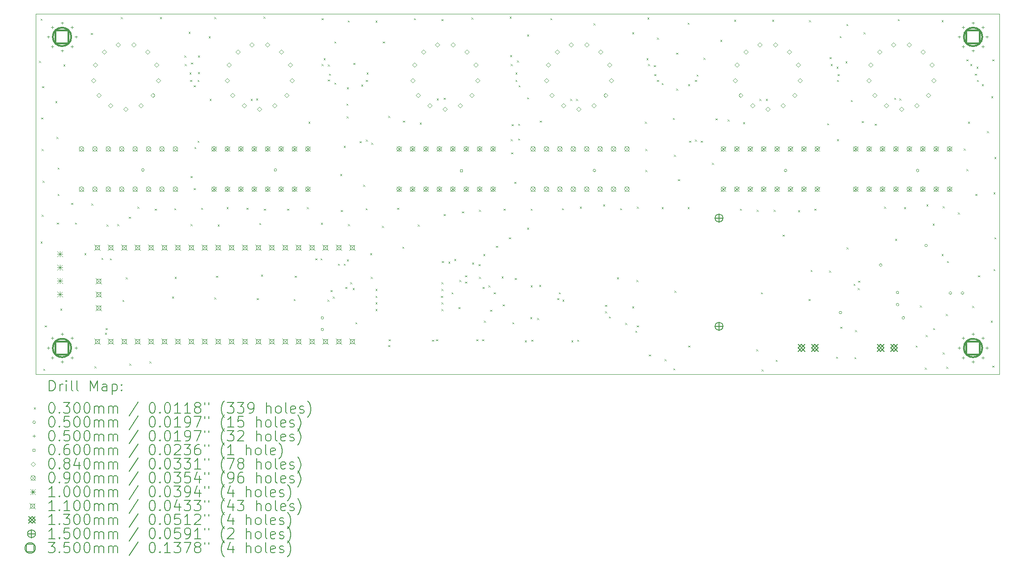
<source format=gbr>
%TF.GenerationSoftware,KiCad,Pcbnew,7.0.5-0*%
%TF.CreationDate,2023-12-27T11:16:37-05:00*%
%TF.ProjectId,nixie,6e697869-652e-46b6-9963-61645f706362,rev?*%
%TF.SameCoordinates,Original*%
%TF.FileFunction,Drillmap*%
%TF.FilePolarity,Positive*%
%FSLAX45Y45*%
G04 Gerber Fmt 4.5, Leading zero omitted, Abs format (unit mm)*
G04 Created by KiCad (PCBNEW 7.0.5-0) date 2023-12-27 11:16:37*
%MOMM*%
%LPD*%
G01*
G04 APERTURE LIST*
%ADD10C,0.050000*%
%ADD11C,0.200000*%
%ADD12C,0.030000*%
%ADD13C,0.060000*%
%ADD14C,0.084000*%
%ADD15C,0.090000*%
%ADD16C,0.100000*%
%ADD17C,0.110000*%
%ADD18C,0.130000*%
%ADD19C,0.150000*%
%ADD20C,0.350000*%
G04 APERTURE END LIST*
D10*
X24750000Y-14610000D02*
X24750000Y-7782210D01*
X6500000Y-14610000D02*
X24750000Y-14610000D01*
X24750000Y-7782210D02*
X6500000Y-7782210D01*
X6500000Y-7782210D02*
X6500000Y-14610000D01*
D11*
D12*
X6565000Y-8675000D02*
X6595000Y-8705000D01*
X6595000Y-8675000D02*
X6565000Y-8705000D01*
X6595000Y-7875000D02*
X6625000Y-7905000D01*
X6625000Y-7875000D02*
X6595000Y-7905000D01*
X6595000Y-12095000D02*
X6625000Y-12125000D01*
X6625000Y-12095000D02*
X6595000Y-12125000D01*
X6605000Y-9745000D02*
X6635000Y-9775000D01*
X6635000Y-9745000D02*
X6605000Y-9775000D01*
X6614801Y-11586861D02*
X6644801Y-11616861D01*
X6644801Y-11586861D02*
X6614801Y-11616861D01*
X6615000Y-10345000D02*
X6645000Y-10375000D01*
X6645000Y-10345000D02*
X6615000Y-10375000D01*
X6625000Y-9155000D02*
X6655000Y-9185000D01*
X6655000Y-9155000D02*
X6625000Y-9185000D01*
X6631744Y-10943008D02*
X6661744Y-10973008D01*
X6661744Y-10943008D02*
X6631744Y-10973008D01*
X6645000Y-14505000D02*
X6675000Y-14535000D01*
X6675000Y-14505000D02*
X6645000Y-14535000D01*
X6675000Y-13685000D02*
X6705000Y-13715000D01*
X6705000Y-13685000D02*
X6675000Y-13715000D01*
X6875000Y-9435000D02*
X6905000Y-9465000D01*
X6905000Y-9435000D02*
X6875000Y-9465000D01*
X6895000Y-10115000D02*
X6925000Y-10145000D01*
X6925000Y-10115000D02*
X6895000Y-10145000D01*
X6905000Y-11735000D02*
X6935000Y-11765000D01*
X6935000Y-11735000D02*
X6905000Y-11765000D01*
X6915000Y-10695000D02*
X6945000Y-10725000D01*
X6945000Y-10695000D02*
X6915000Y-10725000D01*
X6915000Y-11195000D02*
X6945000Y-11225000D01*
X6945000Y-11195000D02*
X6915000Y-11225000D01*
X6965000Y-13365000D02*
X6995000Y-13395000D01*
X6995000Y-13365000D02*
X6965000Y-13395000D01*
X7025000Y-8745000D02*
X7055000Y-8775000D01*
X7055000Y-8745000D02*
X7025000Y-8775000D01*
X7171976Y-11361710D02*
X7201976Y-11391710D01*
X7201976Y-11361710D02*
X7171976Y-11391710D01*
X7245000Y-11735000D02*
X7275000Y-11765000D01*
X7275000Y-11735000D02*
X7245000Y-11765000D01*
X7425000Y-12315000D02*
X7455000Y-12345000D01*
X7455000Y-12315000D02*
X7425000Y-12345000D01*
X7545000Y-8145000D02*
X7575000Y-8175000D01*
X7575000Y-8145000D02*
X7545000Y-8175000D01*
X7555000Y-11375000D02*
X7585000Y-11405000D01*
X7585000Y-11375000D02*
X7555000Y-11405000D01*
X7613637Y-14459352D02*
X7643637Y-14489352D01*
X7643637Y-14459352D02*
X7613637Y-14489352D01*
X7745000Y-12405000D02*
X7775000Y-12435000D01*
X7775000Y-12405000D02*
X7745000Y-12435000D01*
X7815000Y-13825000D02*
X7845000Y-13855000D01*
X7845000Y-13825000D02*
X7815000Y-13855000D01*
X7825000Y-13735000D02*
X7855000Y-13765000D01*
X7855000Y-13735000D02*
X7825000Y-13765000D01*
X7845000Y-11775000D02*
X7875000Y-11805000D01*
X7875000Y-11775000D02*
X7845000Y-11805000D01*
X7905000Y-12415000D02*
X7935000Y-12445000D01*
X7935000Y-12415000D02*
X7905000Y-12445000D01*
X8045000Y-11765000D02*
X8075000Y-11795000D01*
X8075000Y-11765000D02*
X8045000Y-11795000D01*
X8115000Y-7845000D02*
X8145000Y-7875000D01*
X8145000Y-7845000D02*
X8115000Y-7875000D01*
X8145234Y-13199817D02*
X8175234Y-13229817D01*
X8175234Y-13199817D02*
X8145234Y-13229817D01*
X8205000Y-12775000D02*
X8235000Y-12805000D01*
X8235000Y-12775000D02*
X8205000Y-12805000D01*
X8265000Y-11625000D02*
X8295000Y-11655000D01*
X8295000Y-11625000D02*
X8265000Y-11655000D01*
X8275000Y-14405000D02*
X8305000Y-14435000D01*
X8305000Y-14405000D02*
X8275000Y-14435000D01*
X8425000Y-11435000D02*
X8455000Y-11465000D01*
X8455000Y-11435000D02*
X8425000Y-11465000D01*
X8655000Y-14365000D02*
X8685000Y-14395000D01*
X8685000Y-14365000D02*
X8655000Y-14395000D01*
X8755000Y-11475000D02*
X8785000Y-11505000D01*
X8785000Y-11475000D02*
X8755000Y-11505000D01*
X8855000Y-7845000D02*
X8885000Y-7875000D01*
X8885000Y-7845000D02*
X8855000Y-7875000D01*
X9085000Y-13135000D02*
X9115000Y-13165000D01*
X9115000Y-13135000D02*
X9085000Y-13165000D01*
X9125000Y-11465000D02*
X9155000Y-11495000D01*
X9155000Y-11465000D02*
X9125000Y-11495000D01*
X9135000Y-12765000D02*
X9165000Y-12795000D01*
X9165000Y-12765000D02*
X9135000Y-12795000D01*
X9315000Y-8575000D02*
X9345000Y-8605000D01*
X9345000Y-8575000D02*
X9315000Y-8605000D01*
X9325000Y-8735000D02*
X9355000Y-8765000D01*
X9355000Y-8735000D02*
X9325000Y-8765000D01*
X9395000Y-8125000D02*
X9425000Y-8155000D01*
X9425000Y-8125000D02*
X9395000Y-8155000D01*
X9415000Y-8895000D02*
X9445000Y-8925000D01*
X9445000Y-8895000D02*
X9415000Y-8925000D01*
X9425000Y-9035000D02*
X9455000Y-9065000D01*
X9455000Y-9035000D02*
X9425000Y-9065000D01*
X9435000Y-10855000D02*
X9465000Y-10885000D01*
X9465000Y-10855000D02*
X9435000Y-10885000D01*
X9435000Y-11765000D02*
X9465000Y-11795000D01*
X9465000Y-11765000D02*
X9435000Y-11795000D01*
X9445000Y-8705000D02*
X9475000Y-8735000D01*
X9475000Y-8705000D02*
X9445000Y-8735000D01*
X9495000Y-9135000D02*
X9525000Y-9165000D01*
X9525000Y-9135000D02*
X9495000Y-9165000D01*
X9495000Y-11085000D02*
X9525000Y-11115000D01*
X9525000Y-11085000D02*
X9495000Y-11115000D01*
X9505000Y-10305000D02*
X9535000Y-10335000D01*
X9535000Y-10305000D02*
X9505000Y-10335000D01*
X9565000Y-9035000D02*
X9595000Y-9065000D01*
X9595000Y-9035000D02*
X9565000Y-9065000D01*
X9565000Y-10185000D02*
X9595000Y-10215000D01*
X9595000Y-10185000D02*
X9565000Y-10215000D01*
X9575000Y-8575000D02*
X9605000Y-8605000D01*
X9605000Y-8575000D02*
X9575000Y-8605000D01*
X9575000Y-8885000D02*
X9605000Y-8915000D01*
X9605000Y-8885000D02*
X9575000Y-8915000D01*
X9632175Y-11456595D02*
X9662175Y-11486595D01*
X9662175Y-11456595D02*
X9632175Y-11486595D01*
X9779086Y-8211711D02*
X9809086Y-8241711D01*
X9809086Y-8211711D02*
X9779086Y-8241711D01*
X9795000Y-9395000D02*
X9825000Y-9425000D01*
X9825000Y-9395000D02*
X9795000Y-9425000D01*
X9885000Y-7845000D02*
X9915000Y-7875000D01*
X9915000Y-7845000D02*
X9885000Y-7875000D01*
X9885000Y-13155000D02*
X9915000Y-13185000D01*
X9915000Y-13155000D02*
X9885000Y-13185000D01*
X9915000Y-12745000D02*
X9945000Y-12775000D01*
X9945000Y-12745000D02*
X9915000Y-12775000D01*
X9945000Y-11775000D02*
X9975000Y-11805000D01*
X9975000Y-11775000D02*
X9945000Y-11805000D01*
X10115000Y-11445000D02*
X10145000Y-11475000D01*
X10145000Y-11445000D02*
X10115000Y-11475000D01*
X10495000Y-11455000D02*
X10525000Y-11485000D01*
X10525000Y-11455000D02*
X10495000Y-11485000D01*
X10575000Y-9395000D02*
X10605000Y-9425000D01*
X10605000Y-9395000D02*
X10575000Y-9425000D01*
X10675000Y-9385000D02*
X10705000Y-9415000D01*
X10705000Y-9385000D02*
X10675000Y-9415000D01*
X10686761Y-13165930D02*
X10716761Y-13195930D01*
X10716761Y-13165930D02*
X10686761Y-13195930D01*
X10735000Y-11745000D02*
X10765000Y-11775000D01*
X10765000Y-11745000D02*
X10735000Y-11775000D01*
X10768089Y-12722010D02*
X10798089Y-12752010D01*
X10798089Y-12722010D02*
X10768089Y-12752010D01*
X10813705Y-7837857D02*
X10843705Y-7867857D01*
X10843705Y-7837857D02*
X10813705Y-7867857D01*
X10825000Y-11475000D02*
X10855000Y-11505000D01*
X10855000Y-11475000D02*
X10825000Y-11505000D01*
X11265000Y-11475000D02*
X11295000Y-11505000D01*
X11295000Y-11475000D02*
X11265000Y-11505000D01*
X11385000Y-13185000D02*
X11415000Y-13215000D01*
X11415000Y-13185000D02*
X11385000Y-13215000D01*
X11405000Y-12745000D02*
X11435000Y-12775000D01*
X11435000Y-12745000D02*
X11405000Y-12775000D01*
X11635000Y-11445000D02*
X11665000Y-11475000D01*
X11665000Y-11445000D02*
X11635000Y-11475000D01*
X11665000Y-9825000D02*
X11695000Y-9855000D01*
X11695000Y-9825000D02*
X11665000Y-9855000D01*
X11795000Y-12415000D02*
X11825000Y-12445000D01*
X11825000Y-12415000D02*
X11795000Y-12445000D01*
X11895000Y-12415000D02*
X11925000Y-12445000D01*
X11925000Y-12415000D02*
X11895000Y-12445000D01*
X11903637Y-11739319D02*
X11933637Y-11769319D01*
X11933637Y-11739319D02*
X11903637Y-11769319D01*
X11915000Y-7865000D02*
X11945000Y-7895000D01*
X11945000Y-7865000D02*
X11915000Y-7895000D01*
X11915000Y-8735000D02*
X11945000Y-8765000D01*
X11945000Y-8735000D02*
X11915000Y-8765000D01*
X11955000Y-8625000D02*
X11985000Y-8655000D01*
X11985000Y-8625000D02*
X11955000Y-8655000D01*
X12025000Y-13195000D02*
X12055000Y-13225000D01*
X12055000Y-13195000D02*
X12025000Y-13225000D01*
X12035000Y-8745000D02*
X12065000Y-8775000D01*
X12065000Y-8745000D02*
X12035000Y-8775000D01*
X12035000Y-9025000D02*
X12065000Y-9055000D01*
X12065000Y-9025000D02*
X12035000Y-9055000D01*
X12055000Y-8915000D02*
X12085000Y-8945000D01*
X12085000Y-8915000D02*
X12055000Y-8945000D01*
X12083783Y-13014412D02*
X12113783Y-13044412D01*
X12113783Y-13014412D02*
X12083783Y-13044412D01*
X12125000Y-13135000D02*
X12155000Y-13165000D01*
X12155000Y-13135000D02*
X12125000Y-13165000D01*
X12155000Y-8305000D02*
X12185000Y-8335000D01*
X12185000Y-8305000D02*
X12155000Y-8335000D01*
X12155000Y-9085000D02*
X12185000Y-9115000D01*
X12185000Y-9085000D02*
X12155000Y-9115000D01*
X12225000Y-12515000D02*
X12255000Y-12545000D01*
X12255000Y-12515000D02*
X12225000Y-12545000D01*
X12265000Y-10815000D02*
X12295000Y-10845000D01*
X12295000Y-10815000D02*
X12265000Y-10845000D01*
X12279783Y-11500415D02*
X12309783Y-11530415D01*
X12309783Y-11500415D02*
X12279783Y-11530415D01*
X12335000Y-10285000D02*
X12365000Y-10315000D01*
X12365000Y-10285000D02*
X12335000Y-10315000D01*
X12335000Y-12515000D02*
X12365000Y-12545000D01*
X12365000Y-12515000D02*
X12335000Y-12545000D01*
X12365000Y-12955000D02*
X12395000Y-12985000D01*
X12395000Y-12955000D02*
X12365000Y-12985000D01*
X12385000Y-9485000D02*
X12415000Y-9515000D01*
X12415000Y-9485000D02*
X12385000Y-9515000D01*
X12387226Y-9724734D02*
X12417226Y-9754734D01*
X12417226Y-9724734D02*
X12387226Y-9754734D01*
X12395000Y-9175000D02*
X12425000Y-9205000D01*
X12425000Y-9175000D02*
X12395000Y-9205000D01*
X12395000Y-12435000D02*
X12425000Y-12465000D01*
X12425000Y-12435000D02*
X12395000Y-12465000D01*
X12411152Y-7909411D02*
X12441152Y-7939411D01*
X12441152Y-7909411D02*
X12411152Y-7939411D01*
X12415000Y-11765000D02*
X12445000Y-11795000D01*
X12445000Y-11765000D02*
X12415000Y-11795000D01*
X12455000Y-12865000D02*
X12485000Y-12895000D01*
X12485000Y-12865000D02*
X12455000Y-12895000D01*
X12505000Y-12975000D02*
X12535000Y-13005000D01*
X12535000Y-12975000D02*
X12505000Y-13005000D01*
X12515000Y-8715000D02*
X12545000Y-8745000D01*
X12545000Y-8715000D02*
X12515000Y-8745000D01*
X12555000Y-13625000D02*
X12585000Y-13655000D01*
X12585000Y-13625000D02*
X12555000Y-13655000D01*
X12635000Y-10195000D02*
X12665000Y-10225000D01*
X12665000Y-10195000D02*
X12635000Y-10225000D01*
X12665000Y-9125000D02*
X12695000Y-9155000D01*
X12695000Y-9125000D02*
X12665000Y-9155000D01*
X12703538Y-11018488D02*
X12733538Y-11048488D01*
X12733538Y-11018488D02*
X12703538Y-11048488D01*
X12747424Y-11464834D02*
X12777424Y-11494834D01*
X12777424Y-11464834D02*
X12747424Y-11494834D01*
X12755000Y-9035000D02*
X12785000Y-9065000D01*
X12785000Y-9035000D02*
X12755000Y-9065000D01*
X12755000Y-10165000D02*
X12785000Y-10195000D01*
X12785000Y-10165000D02*
X12755000Y-10195000D01*
X12765000Y-8895000D02*
X12795000Y-8925000D01*
X12795000Y-8895000D02*
X12765000Y-8925000D01*
X12835000Y-12315000D02*
X12865000Y-12345000D01*
X12865000Y-12315000D02*
X12835000Y-12345000D01*
X12845000Y-12765000D02*
X12875000Y-12795000D01*
X12875000Y-12765000D02*
X12845000Y-12795000D01*
X12855000Y-10225000D02*
X12885000Y-10255000D01*
X12885000Y-10225000D02*
X12855000Y-10255000D01*
X12935000Y-7915000D02*
X12965000Y-7945000D01*
X12965000Y-7915000D02*
X12935000Y-7945000D01*
X12935000Y-12995000D02*
X12965000Y-13025000D01*
X12965000Y-12995000D02*
X12935000Y-13025000D01*
X12935000Y-13125000D02*
X12965000Y-13155000D01*
X12965000Y-13125000D02*
X12935000Y-13155000D01*
X12935000Y-13245000D02*
X12965000Y-13275000D01*
X12965000Y-13245000D02*
X12935000Y-13275000D01*
X12935000Y-13375000D02*
X12965000Y-13405000D01*
X12965000Y-13375000D02*
X12935000Y-13405000D01*
X13057490Y-11800315D02*
X13087490Y-11830315D01*
X13087490Y-11800315D02*
X13057490Y-11830315D01*
X13075000Y-8305000D02*
X13105000Y-8335000D01*
X13105000Y-8305000D02*
X13075000Y-8335000D01*
X13175000Y-9715000D02*
X13205000Y-9745000D01*
X13205000Y-9715000D02*
X13175000Y-9745000D01*
X13175000Y-14055000D02*
X13205000Y-14085000D01*
X13205000Y-14055000D02*
X13175000Y-14085000D01*
X13185000Y-13945000D02*
X13215000Y-13975000D01*
X13215000Y-13945000D02*
X13185000Y-13975000D01*
X13345000Y-11455000D02*
X13375000Y-11485000D01*
X13375000Y-11455000D02*
X13345000Y-11485000D01*
X13444959Y-12193874D02*
X13474959Y-12223874D01*
X13474959Y-12193874D02*
X13444959Y-12223874D01*
X13455000Y-9805000D02*
X13485000Y-9835000D01*
X13485000Y-9805000D02*
X13455000Y-9835000D01*
X13665000Y-7865000D02*
X13695000Y-7895000D01*
X13695000Y-7865000D02*
X13665000Y-7895000D01*
X13735000Y-11775000D02*
X13765000Y-11805000D01*
X13765000Y-11775000D02*
X13735000Y-11805000D01*
X13775000Y-9845000D02*
X13805000Y-9875000D01*
X13805000Y-9845000D02*
X13775000Y-9875000D01*
X14005000Y-13955000D02*
X14035000Y-13985000D01*
X14035000Y-13955000D02*
X14005000Y-13985000D01*
X14085000Y-13945000D02*
X14115000Y-13975000D01*
X14115000Y-13945000D02*
X14085000Y-13975000D01*
X14095000Y-9385000D02*
X14125000Y-9415000D01*
X14125000Y-9385000D02*
X14095000Y-9415000D01*
X14175000Y-13125000D02*
X14205000Y-13155000D01*
X14205000Y-13125000D02*
X14175000Y-13155000D01*
X14185000Y-7885000D02*
X14215000Y-7915000D01*
X14215000Y-7885000D02*
X14185000Y-7915000D01*
X14185000Y-12865000D02*
X14215000Y-12895000D01*
X14215000Y-12865000D02*
X14185000Y-12895000D01*
X14185000Y-12995000D02*
X14215000Y-13025000D01*
X14215000Y-12995000D02*
X14185000Y-13025000D01*
X14185000Y-13245000D02*
X14215000Y-13275000D01*
X14215000Y-13245000D02*
X14185000Y-13275000D01*
X14185000Y-13375000D02*
X14215000Y-13405000D01*
X14215000Y-13375000D02*
X14185000Y-13405000D01*
X14195000Y-12465000D02*
X14225000Y-12495000D01*
X14225000Y-12465000D02*
X14195000Y-12495000D01*
X14225000Y-9375000D02*
X14255000Y-9405000D01*
X14255000Y-9375000D02*
X14225000Y-9405000D01*
X14225000Y-11575000D02*
X14255000Y-11605000D01*
X14255000Y-11575000D02*
X14225000Y-11605000D01*
X14315000Y-12475000D02*
X14345000Y-12505000D01*
X14345000Y-12475000D02*
X14315000Y-12505000D01*
X14375000Y-13055000D02*
X14405000Y-13085000D01*
X14405000Y-13055000D02*
X14375000Y-13085000D01*
X14425000Y-12425000D02*
X14455000Y-12455000D01*
X14455000Y-12425000D02*
X14425000Y-12455000D01*
X14505000Y-13335000D02*
X14535000Y-13365000D01*
X14535000Y-13335000D02*
X14505000Y-13365000D01*
X14525000Y-12825000D02*
X14555000Y-12855000D01*
X14555000Y-12825000D02*
X14525000Y-12855000D01*
X14575000Y-11525000D02*
X14605000Y-11555000D01*
X14605000Y-11525000D02*
X14575000Y-11555000D01*
X14635000Y-12735000D02*
X14665000Y-12765000D01*
X14665000Y-12735000D02*
X14635000Y-12765000D01*
X14635000Y-12855000D02*
X14665000Y-12885000D01*
X14665000Y-12855000D02*
X14635000Y-12885000D01*
X14752045Y-7853173D02*
X14782045Y-7883173D01*
X14782045Y-7853173D02*
X14752045Y-7883173D01*
X14765000Y-12495000D02*
X14795000Y-12525000D01*
X14795000Y-12495000D02*
X14765000Y-12525000D01*
X14845000Y-13945000D02*
X14875000Y-13975000D01*
X14875000Y-13945000D02*
X14845000Y-13975000D01*
X14885000Y-12525000D02*
X14915000Y-12555000D01*
X14915000Y-12525000D02*
X14885000Y-12555000D01*
X14895000Y-11495000D02*
X14925000Y-11525000D01*
X14925000Y-11495000D02*
X14895000Y-11525000D01*
X14895000Y-12765000D02*
X14925000Y-12795000D01*
X14925000Y-12765000D02*
X14895000Y-12795000D01*
X14955000Y-13945000D02*
X14985000Y-13975000D01*
X14985000Y-13945000D02*
X14955000Y-13975000D01*
X14965000Y-12955000D02*
X14995000Y-12985000D01*
X14995000Y-12955000D02*
X14965000Y-12985000D01*
X14975000Y-12335000D02*
X15005000Y-12365000D01*
X15005000Y-12335000D02*
X14975000Y-12365000D01*
X14990846Y-13592973D02*
X15020846Y-13622973D01*
X15020846Y-13592973D02*
X14990846Y-13622973D01*
X15075000Y-12925000D02*
X15105000Y-12955000D01*
X15105000Y-12925000D02*
X15075000Y-12955000D01*
X15105000Y-13385000D02*
X15135000Y-13415000D01*
X15135000Y-13385000D02*
X15105000Y-13415000D01*
X15175000Y-13055000D02*
X15205000Y-13085000D01*
X15205000Y-13055000D02*
X15175000Y-13085000D01*
X15215000Y-12175000D02*
X15245000Y-12205000D01*
X15245000Y-12175000D02*
X15215000Y-12205000D01*
X15325000Y-12755000D02*
X15355000Y-12785000D01*
X15355000Y-12755000D02*
X15325000Y-12785000D01*
X15345000Y-13285000D02*
X15375000Y-13315000D01*
X15375000Y-13285000D02*
X15345000Y-13315000D01*
X15362287Y-11473494D02*
X15392287Y-11503494D01*
X15392287Y-11473494D02*
X15362287Y-11503494D01*
X15465000Y-12015000D02*
X15495000Y-12045000D01*
X15495000Y-12015000D02*
X15465000Y-12045000D01*
X15475000Y-7835000D02*
X15505000Y-7865000D01*
X15505000Y-7835000D02*
X15475000Y-7865000D01*
X15485000Y-8565000D02*
X15515000Y-8595000D01*
X15515000Y-8565000D02*
X15485000Y-8595000D01*
X15495000Y-8735000D02*
X15525000Y-8765000D01*
X15525000Y-8735000D02*
X15495000Y-8765000D01*
X15495000Y-10155000D02*
X15525000Y-10185000D01*
X15525000Y-10155000D02*
X15495000Y-10185000D01*
X15505000Y-10405000D02*
X15535000Y-10435000D01*
X15535000Y-10405000D02*
X15505000Y-10435000D01*
X15515000Y-9875000D02*
X15545000Y-9905000D01*
X15545000Y-9875000D02*
X15515000Y-9905000D01*
X15525000Y-13625000D02*
X15555000Y-13655000D01*
X15555000Y-13625000D02*
X15525000Y-13655000D01*
X15565000Y-10965000D02*
X15595000Y-10995000D01*
X15595000Y-10965000D02*
X15565000Y-10995000D01*
X15575000Y-12785000D02*
X15605000Y-12815000D01*
X15605000Y-12785000D02*
X15575000Y-12815000D01*
X15585000Y-8895000D02*
X15615000Y-8925000D01*
X15615000Y-8895000D02*
X15585000Y-8925000D01*
X15585000Y-9035000D02*
X15615000Y-9065000D01*
X15615000Y-9035000D02*
X15585000Y-9065000D01*
X15615000Y-8665000D02*
X15645000Y-8695000D01*
X15645000Y-8665000D02*
X15615000Y-8695000D01*
X15635000Y-9865000D02*
X15665000Y-9895000D01*
X15665000Y-9865000D02*
X15635000Y-9895000D01*
X15635000Y-10145000D02*
X15665000Y-10175000D01*
X15665000Y-10145000D02*
X15635000Y-10175000D01*
X15645000Y-9135000D02*
X15675000Y-9165000D01*
X15675000Y-9135000D02*
X15645000Y-9165000D01*
X15765000Y-13965000D02*
X15795000Y-13995000D01*
X15795000Y-13965000D02*
X15765000Y-13995000D01*
X15805000Y-8175000D02*
X15835000Y-8205000D01*
X15835000Y-8175000D02*
X15805000Y-8205000D01*
X15805000Y-9365000D02*
X15835000Y-9395000D01*
X15835000Y-9365000D02*
X15805000Y-9395000D01*
X15805000Y-11835000D02*
X15835000Y-11865000D01*
X15835000Y-11835000D02*
X15805000Y-11865000D01*
X15865000Y-13525000D02*
X15895000Y-13555000D01*
X15895000Y-13525000D02*
X15865000Y-13555000D01*
X15875000Y-11475000D02*
X15905000Y-11505000D01*
X15905000Y-11475000D02*
X15875000Y-11505000D01*
X15875000Y-12925000D02*
X15905000Y-12955000D01*
X15905000Y-12925000D02*
X15875000Y-12955000D01*
X15885000Y-13955000D02*
X15915000Y-13985000D01*
X15915000Y-13955000D02*
X15885000Y-13985000D01*
X15995000Y-13545000D02*
X16025000Y-13575000D01*
X16025000Y-13545000D02*
X15995000Y-13575000D01*
X16035000Y-12915000D02*
X16065000Y-12945000D01*
X16065000Y-12915000D02*
X16035000Y-12945000D01*
X16045000Y-9805000D02*
X16075000Y-9835000D01*
X16075000Y-9805000D02*
X16045000Y-9835000D01*
X16245000Y-7865000D02*
X16275000Y-7895000D01*
X16275000Y-7865000D02*
X16245000Y-7895000D01*
X16375000Y-13165000D02*
X16405000Y-13195000D01*
X16405000Y-13165000D02*
X16375000Y-13195000D01*
X16405000Y-13055000D02*
X16435000Y-13085000D01*
X16435000Y-13055000D02*
X16405000Y-13085000D01*
X16465000Y-11465000D02*
X16495000Y-11495000D01*
X16495000Y-11465000D02*
X16465000Y-11495000D01*
X16475000Y-13195000D02*
X16505000Y-13225000D01*
X16505000Y-13195000D02*
X16475000Y-13225000D01*
X16625000Y-9395000D02*
X16655000Y-9425000D01*
X16655000Y-9395000D02*
X16625000Y-9425000D01*
X16645000Y-13965000D02*
X16675000Y-13995000D01*
X16675000Y-13965000D02*
X16645000Y-13995000D01*
X16735000Y-9395000D02*
X16765000Y-9425000D01*
X16765000Y-9395000D02*
X16735000Y-9425000D01*
X16755000Y-13955000D02*
X16785000Y-13985000D01*
X16785000Y-13955000D02*
X16755000Y-13985000D01*
X16805000Y-11435000D02*
X16835000Y-11465000D01*
X16835000Y-11435000D02*
X16805000Y-11465000D01*
X17065000Y-7965000D02*
X17095000Y-7995000D01*
X17095000Y-7965000D02*
X17065000Y-7995000D01*
X17245000Y-11395000D02*
X17275000Y-11425000D01*
X17275000Y-11395000D02*
X17245000Y-11425000D01*
X17285000Y-13295000D02*
X17315000Y-13325000D01*
X17315000Y-13295000D02*
X17285000Y-13325000D01*
X17285000Y-13415000D02*
X17315000Y-13445000D01*
X17315000Y-13415000D02*
X17285000Y-13445000D01*
X17355000Y-13515000D02*
X17385000Y-13545000D01*
X17385000Y-13515000D02*
X17355000Y-13545000D01*
X17507924Y-12770946D02*
X17537924Y-12800946D01*
X17537924Y-12770946D02*
X17507924Y-12800946D01*
X17565000Y-11465000D02*
X17595000Y-11495000D01*
X17595000Y-11465000D02*
X17565000Y-11495000D01*
X17665000Y-13635000D02*
X17695000Y-13665000D01*
X17695000Y-13635000D02*
X17665000Y-13665000D01*
X17795000Y-8135000D02*
X17825000Y-8165000D01*
X17825000Y-8135000D02*
X17795000Y-8165000D01*
X17795000Y-13325000D02*
X17825000Y-13355000D01*
X17825000Y-13325000D02*
X17795000Y-13355000D01*
X17855000Y-13785000D02*
X17885000Y-13815000D01*
X17885000Y-13785000D02*
X17855000Y-13815000D01*
X17875000Y-12825000D02*
X17905000Y-12855000D01*
X17905000Y-12825000D02*
X17875000Y-12855000D01*
X17885000Y-11435000D02*
X17915000Y-11465000D01*
X17915000Y-11435000D02*
X17885000Y-11465000D01*
X17885000Y-13685000D02*
X17915000Y-13715000D01*
X17915000Y-13685000D02*
X17885000Y-13715000D01*
X18035000Y-9825000D02*
X18065000Y-9855000D01*
X18065000Y-9825000D02*
X18035000Y-9855000D01*
X18044579Y-10343904D02*
X18074579Y-10373904D01*
X18074579Y-10343904D02*
X18044579Y-10373904D01*
X18044579Y-10740005D02*
X18074579Y-10770005D01*
X18074579Y-10740005D02*
X18044579Y-10770005D01*
X18065000Y-8625000D02*
X18095000Y-8655000D01*
X18095000Y-8625000D02*
X18065000Y-8655000D01*
X18085000Y-7855000D02*
X18115000Y-7885000D01*
X18115000Y-7855000D02*
X18085000Y-7885000D01*
X18095000Y-8735000D02*
X18125000Y-8765000D01*
X18125000Y-8735000D02*
X18095000Y-8765000D01*
X18115000Y-14235000D02*
X18145000Y-14265000D01*
X18145000Y-14235000D02*
X18115000Y-14265000D01*
X18205000Y-8755000D02*
X18235000Y-8785000D01*
X18235000Y-8755000D02*
X18205000Y-8785000D01*
X18215000Y-8925000D02*
X18245000Y-8955000D01*
X18245000Y-8925000D02*
X18215000Y-8955000D01*
X18265000Y-8235000D02*
X18295000Y-8265000D01*
X18295000Y-8235000D02*
X18265000Y-8265000D01*
X18265000Y-9035000D02*
X18295000Y-9065000D01*
X18295000Y-9035000D02*
X18265000Y-9065000D01*
X18355000Y-9095000D02*
X18385000Y-9125000D01*
X18385000Y-9095000D02*
X18355000Y-9125000D01*
X18355000Y-11445000D02*
X18385000Y-11475000D01*
X18385000Y-11445000D02*
X18355000Y-11475000D01*
X18410581Y-14320083D02*
X18440581Y-14350083D01*
X18440581Y-14320083D02*
X18410581Y-14350083D01*
X18565000Y-9755000D02*
X18595000Y-9785000D01*
X18595000Y-9755000D02*
X18565000Y-9785000D01*
X18575000Y-14495000D02*
X18605000Y-14525000D01*
X18605000Y-14495000D02*
X18575000Y-14525000D01*
X18585000Y-10455000D02*
X18615000Y-10485000D01*
X18615000Y-10455000D02*
X18585000Y-10485000D01*
X18595000Y-13025000D02*
X18625000Y-13055000D01*
X18625000Y-13025000D02*
X18595000Y-13055000D01*
X18630083Y-8518788D02*
X18660083Y-8548788D01*
X18660083Y-8518788D02*
X18630083Y-8548788D01*
X18631379Y-9200582D02*
X18661379Y-9230582D01*
X18661379Y-9200582D02*
X18631379Y-9230582D01*
X18665000Y-10915000D02*
X18695000Y-10945000D01*
X18695000Y-10915000D02*
X18665000Y-10945000D01*
X18843571Y-7949486D02*
X18873571Y-7979486D01*
X18873571Y-7949486D02*
X18843571Y-7979486D01*
X18845000Y-11445000D02*
X18875000Y-11475000D01*
X18875000Y-11445000D02*
X18845000Y-11475000D01*
X18855000Y-9115000D02*
X18885000Y-9145000D01*
X18885000Y-9115000D02*
X18855000Y-9145000D01*
X18859154Y-14063671D02*
X18889154Y-14093671D01*
X18889154Y-14063671D02*
X18859154Y-14093671D01*
X18875000Y-10185000D02*
X18905000Y-10215000D01*
X18905000Y-10185000D02*
X18875000Y-10215000D01*
X18985000Y-9035000D02*
X19015000Y-9065000D01*
X19015000Y-9035000D02*
X18985000Y-9065000D01*
X18985000Y-10165000D02*
X19015000Y-10195000D01*
X19015000Y-10165000D02*
X18985000Y-10195000D01*
X19015000Y-8935000D02*
X19045000Y-8965000D01*
X19045000Y-8935000D02*
X19015000Y-8965000D01*
X19095000Y-10185000D02*
X19125000Y-10215000D01*
X19125000Y-10185000D02*
X19095000Y-10215000D01*
X19145000Y-8615000D02*
X19175000Y-8645000D01*
X19175000Y-8615000D02*
X19145000Y-8645000D01*
X19305000Y-10605000D02*
X19335000Y-10635000D01*
X19335000Y-10605000D02*
X19305000Y-10635000D01*
X19375000Y-9765000D02*
X19405000Y-9795000D01*
X19405000Y-9765000D02*
X19375000Y-9795000D01*
X19465000Y-8275000D02*
X19495000Y-8305000D01*
X19495000Y-8275000D02*
X19465000Y-8305000D01*
X19605000Y-9785000D02*
X19635000Y-9815000D01*
X19635000Y-9785000D02*
X19605000Y-9815000D01*
X19725000Y-7895000D02*
X19755000Y-7925000D01*
X19755000Y-7895000D02*
X19725000Y-7925000D01*
X19835000Y-11475000D02*
X19865000Y-11505000D01*
X19865000Y-11475000D02*
X19835000Y-11505000D01*
X19895000Y-9835000D02*
X19925000Y-9865000D01*
X19925000Y-9835000D02*
X19895000Y-9865000D01*
X20145000Y-14135000D02*
X20175000Y-14165000D01*
X20175000Y-14135000D02*
X20145000Y-14165000D01*
X20155000Y-11495000D02*
X20185000Y-11525000D01*
X20185000Y-11495000D02*
X20155000Y-11525000D01*
X20205000Y-9395000D02*
X20235000Y-9425000D01*
X20235000Y-9395000D02*
X20205000Y-9425000D01*
X20235000Y-13055000D02*
X20265000Y-13085000D01*
X20265000Y-13055000D02*
X20235000Y-13085000D01*
X20245000Y-14515000D02*
X20275000Y-14545000D01*
X20275000Y-14515000D02*
X20245000Y-14545000D01*
X20325000Y-9395000D02*
X20355000Y-9425000D01*
X20355000Y-9395000D02*
X20325000Y-9425000D01*
X20445000Y-7895000D02*
X20475000Y-7925000D01*
X20475000Y-7895000D02*
X20445000Y-7925000D01*
X20475000Y-11495000D02*
X20505000Y-11525000D01*
X20505000Y-11495000D02*
X20475000Y-11525000D01*
X20515000Y-14335000D02*
X20545000Y-14365000D01*
X20545000Y-14335000D02*
X20515000Y-14365000D01*
X20645000Y-11965000D02*
X20675000Y-11995000D01*
X20675000Y-11965000D02*
X20645000Y-11995000D01*
X20935000Y-11505000D02*
X20965000Y-11535000D01*
X20965000Y-11505000D02*
X20935000Y-11535000D01*
X21135000Y-13185000D02*
X21165000Y-13215000D01*
X21165000Y-13185000D02*
X21135000Y-13215000D01*
X21144568Y-7903804D02*
X21174568Y-7933804D01*
X21174568Y-7903804D02*
X21144568Y-7933804D01*
X21175000Y-12635000D02*
X21205000Y-12665000D01*
X21205000Y-12635000D02*
X21175000Y-12665000D01*
X21245000Y-11475000D02*
X21275000Y-11505000D01*
X21275000Y-11475000D02*
X21245000Y-11505000D01*
X21485000Y-9855000D02*
X21515000Y-9885000D01*
X21515000Y-9855000D02*
X21485000Y-9885000D01*
X21526994Y-12647159D02*
X21556994Y-12677159D01*
X21556994Y-12647159D02*
X21526994Y-12677159D01*
X21535000Y-8605000D02*
X21565000Y-8635000D01*
X21565000Y-8605000D02*
X21535000Y-8635000D01*
X21555000Y-8736500D02*
X21585000Y-8766500D01*
X21585000Y-8736500D02*
X21555000Y-8766500D01*
X21655000Y-14275000D02*
X21685000Y-14305000D01*
X21685000Y-14275000D02*
X21655000Y-14305000D01*
X21665000Y-8785000D02*
X21695000Y-8815000D01*
X21695000Y-8785000D02*
X21665000Y-8815000D01*
X21675000Y-9035000D02*
X21705000Y-9065000D01*
X21705000Y-9035000D02*
X21675000Y-9065000D01*
X21675000Y-10155000D02*
X21705000Y-10185000D01*
X21705000Y-10155000D02*
X21675000Y-10185000D01*
X21685000Y-8925000D02*
X21715000Y-8955000D01*
X21715000Y-8925000D02*
X21685000Y-8955000D01*
X21725000Y-8205000D02*
X21755000Y-8235000D01*
X21755000Y-8205000D02*
X21725000Y-8235000D01*
X21734402Y-13707059D02*
X21764402Y-13737059D01*
X21764402Y-13707059D02*
X21734402Y-13737059D01*
X21835000Y-8685000D02*
X21865000Y-8715000D01*
X21865000Y-8685000D02*
X21835000Y-8715000D01*
X21852807Y-7978356D02*
X21882807Y-8008356D01*
X21882807Y-7978356D02*
X21852807Y-8008356D01*
X21855000Y-12205000D02*
X21885000Y-12235000D01*
X21885000Y-12205000D02*
X21855000Y-12235000D01*
X21935000Y-9415000D02*
X21965000Y-9445000D01*
X21965000Y-9415000D02*
X21935000Y-9445000D01*
X21985000Y-12895000D02*
X22015000Y-12925000D01*
X22015000Y-12895000D02*
X21985000Y-12925000D01*
X22005000Y-14285000D02*
X22035000Y-14315000D01*
X22035000Y-14285000D02*
X22005000Y-14315000D01*
X22014535Y-13770315D02*
X22044535Y-13800315D01*
X22044535Y-13770315D02*
X22014535Y-13800315D01*
X22065000Y-12975000D02*
X22095000Y-13005000D01*
X22095000Y-12975000D02*
X22065000Y-13005000D01*
X22075000Y-12835000D02*
X22105000Y-12865000D01*
X22105000Y-12835000D02*
X22075000Y-12865000D01*
X22145000Y-9815000D02*
X22175000Y-9845000D01*
X22175000Y-9815000D02*
X22145000Y-9845000D01*
X22175000Y-8135000D02*
X22205000Y-8165000D01*
X22205000Y-8135000D02*
X22175000Y-8165000D01*
X22388488Y-9864070D02*
X22418488Y-9894070D01*
X22418488Y-9864070D02*
X22388488Y-9894070D01*
X22565000Y-11435000D02*
X22595000Y-11465000D01*
X22595000Y-11435000D02*
X22565000Y-11465000D01*
X22755000Y-9375000D02*
X22785000Y-9405000D01*
X22785000Y-9375000D02*
X22755000Y-9405000D01*
X22774701Y-12045896D02*
X22804701Y-12075896D01*
X22804701Y-12045896D02*
X22774701Y-12075896D01*
X22825364Y-7883472D02*
X22855364Y-7913472D01*
X22855364Y-7883472D02*
X22825364Y-7913472D01*
X22855000Y-9385000D02*
X22885000Y-9415000D01*
X22885000Y-9385000D02*
X22855000Y-9415000D01*
X22945000Y-11445000D02*
X22975000Y-11475000D01*
X22975000Y-11445000D02*
X22945000Y-11475000D01*
X23165000Y-14065000D02*
X23195000Y-14095000D01*
X23195000Y-14065000D02*
X23165000Y-14095000D01*
X23245000Y-13305000D02*
X23275000Y-13335000D01*
X23275000Y-13305000D02*
X23245000Y-13335000D01*
X23335000Y-14485000D02*
X23365000Y-14515000D01*
X23365000Y-14485000D02*
X23335000Y-14515000D01*
X23355000Y-13865000D02*
X23385000Y-13895000D01*
X23385000Y-13865000D02*
X23355000Y-13895000D01*
X23365000Y-11395000D02*
X23395000Y-11425000D01*
X23395000Y-11395000D02*
X23365000Y-11425000D01*
X23485000Y-11755000D02*
X23515000Y-11785000D01*
X23515000Y-11755000D02*
X23485000Y-11785000D01*
X23495000Y-13735000D02*
X23525000Y-13765000D01*
X23525000Y-13735000D02*
X23495000Y-13765000D01*
X23655000Y-7905000D02*
X23685000Y-7935000D01*
X23685000Y-7905000D02*
X23655000Y-7935000D01*
X23655000Y-12335000D02*
X23685000Y-12365000D01*
X23685000Y-12335000D02*
X23655000Y-12365000D01*
X23675000Y-11425000D02*
X23705000Y-11455000D01*
X23705000Y-11425000D02*
X23675000Y-11455000D01*
X23675000Y-14195000D02*
X23705000Y-14225000D01*
X23705000Y-14195000D02*
X23675000Y-14225000D01*
X23735000Y-13465000D02*
X23765000Y-13495000D01*
X23765000Y-13465000D02*
X23735000Y-13495000D01*
X23745000Y-14465000D02*
X23775000Y-14495000D01*
X23775000Y-14465000D02*
X23745000Y-14495000D01*
X23755000Y-12465000D02*
X23785000Y-12495000D01*
X23785000Y-12465000D02*
X23755000Y-12495000D01*
X23965000Y-11545000D02*
X23995000Y-11575000D01*
X23995000Y-11545000D02*
X23965000Y-11575000D01*
X24075000Y-10335000D02*
X24105000Y-10365000D01*
X24105000Y-10335000D02*
X24075000Y-10365000D01*
X24124128Y-8644331D02*
X24154128Y-8674331D01*
X24154128Y-8644331D02*
X24124128Y-8674331D01*
X24125000Y-10725000D02*
X24155000Y-10755000D01*
X24155000Y-10725000D02*
X24125000Y-10755000D01*
X24155000Y-9825000D02*
X24185000Y-9855000D01*
X24185000Y-9825000D02*
X24155000Y-9855000D01*
X24195000Y-8735000D02*
X24225000Y-8765000D01*
X24225000Y-8735000D02*
X24195000Y-8765000D01*
X24235000Y-13315000D02*
X24265000Y-13345000D01*
X24265000Y-13315000D02*
X24235000Y-13345000D01*
X24285000Y-8915000D02*
X24315000Y-8945000D01*
X24315000Y-8915000D02*
X24285000Y-8945000D01*
X24295000Y-11195000D02*
X24325000Y-11225000D01*
X24325000Y-11195000D02*
X24295000Y-11225000D01*
X24315000Y-8785000D02*
X24345000Y-8815000D01*
X24345000Y-8785000D02*
X24315000Y-8815000D01*
X24325000Y-9035000D02*
X24355000Y-9065000D01*
X24355000Y-9035000D02*
X24325000Y-9065000D01*
X24345000Y-12735000D02*
X24375000Y-12765000D01*
X24375000Y-12735000D02*
X24345000Y-12765000D01*
X24415000Y-9115000D02*
X24445000Y-9145000D01*
X24445000Y-9115000D02*
X24415000Y-9145000D01*
X24515000Y-10005000D02*
X24545000Y-10035000D01*
X24545000Y-10005000D02*
X24515000Y-10035000D01*
X24585000Y-13595000D02*
X24615000Y-13625000D01*
X24615000Y-13595000D02*
X24585000Y-13625000D01*
X24595000Y-9345000D02*
X24625000Y-9375000D01*
X24625000Y-9345000D02*
X24595000Y-9375000D01*
X24615000Y-8645000D02*
X24645000Y-8675000D01*
X24645000Y-8645000D02*
X24615000Y-8675000D01*
X24615000Y-14445000D02*
X24645000Y-14475000D01*
X24645000Y-14445000D02*
X24615000Y-14475000D01*
X24635000Y-11165000D02*
X24665000Y-11195000D01*
X24665000Y-11165000D02*
X24635000Y-11195000D01*
X24635000Y-12615000D02*
X24665000Y-12645000D01*
X24665000Y-12615000D02*
X24635000Y-12645000D01*
X24654812Y-12013306D02*
X24684812Y-12043306D01*
X24684812Y-12013306D02*
X24654812Y-12043306D01*
X24655000Y-10495000D02*
X24685000Y-10525000D01*
X24685000Y-10495000D02*
X24655000Y-10525000D01*
D10*
X8555000Y-10740000D02*
G75*
G03*
X8555000Y-10740000I-25000J0D01*
G01*
X11065000Y-10740000D02*
G75*
G03*
X11065000Y-10740000I-25000J0D01*
G01*
X11955000Y-13540000D02*
G75*
G03*
X11955000Y-13540000I-25000J0D01*
G01*
X11955000Y-13760000D02*
G75*
G03*
X11955000Y-13760000I-25000J0D01*
G01*
X17105000Y-10750000D02*
G75*
G03*
X17105000Y-10750000I-25000J0D01*
G01*
X20725000Y-10750000D02*
G75*
G03*
X20725000Y-10750000I-25000J0D01*
G01*
X21765000Y-13440000D02*
G75*
G03*
X21765000Y-13440000I-25000J0D01*
G01*
X22525000Y-12540000D02*
G75*
G03*
X22525000Y-12540000I-25000J0D01*
G01*
X22845000Y-13060000D02*
G75*
G03*
X22845000Y-13060000I-25000J0D01*
G01*
X22845000Y-13290000D02*
G75*
G03*
X22845000Y-13290000I-25000J0D01*
G01*
X22955000Y-13540000D02*
G75*
G03*
X22955000Y-13540000I-25000J0D01*
G01*
X23225000Y-10750000D02*
G75*
G03*
X23225000Y-10750000I-25000J0D01*
G01*
X23385000Y-12170000D02*
G75*
G03*
X23385000Y-12170000I-25000J0D01*
G01*
X23845000Y-13070000D02*
G75*
G03*
X23845000Y-13070000I-25000J0D01*
G01*
X24075000Y-13070000D02*
G75*
G03*
X24075000Y-13070000I-25000J0D01*
G01*
X6737500Y-8195000D02*
X6737500Y-8245000D01*
X6712500Y-8220000D02*
X6762500Y-8220000D01*
X6737500Y-14085000D02*
X6737500Y-14135000D01*
X6712500Y-14110000D02*
X6762500Y-14110000D01*
X6814384Y-8009384D02*
X6814384Y-8059384D01*
X6789384Y-8034384D02*
X6839384Y-8034384D01*
X6814384Y-8380615D02*
X6814384Y-8430616D01*
X6789384Y-8405616D02*
X6839384Y-8405616D01*
X6814384Y-13899384D02*
X6814384Y-13949384D01*
X6789384Y-13924384D02*
X6839384Y-13924384D01*
X6814384Y-14270615D02*
X6814384Y-14320615D01*
X6789384Y-14295615D02*
X6839384Y-14295615D01*
X7000000Y-7932500D02*
X7000000Y-7982500D01*
X6975000Y-7957500D02*
X7025000Y-7957500D01*
X7000000Y-8457500D02*
X7000000Y-8507500D01*
X6975000Y-8482500D02*
X7025000Y-8482500D01*
X7000000Y-13822500D02*
X7000000Y-13872500D01*
X6975000Y-13847500D02*
X7025000Y-13847500D01*
X7000000Y-14347500D02*
X7000000Y-14397500D01*
X6975000Y-14372500D02*
X7025000Y-14372500D01*
X7185615Y-8009384D02*
X7185615Y-8059384D01*
X7160615Y-8034384D02*
X7210615Y-8034384D01*
X7185615Y-8380615D02*
X7185615Y-8430616D01*
X7160615Y-8405616D02*
X7210615Y-8405616D01*
X7185615Y-13899384D02*
X7185615Y-13949384D01*
X7160615Y-13924384D02*
X7210615Y-13924384D01*
X7185615Y-14270615D02*
X7185615Y-14320615D01*
X7160615Y-14295615D02*
X7210615Y-14295615D01*
X7262500Y-8195000D02*
X7262500Y-8245000D01*
X7237500Y-8220000D02*
X7287500Y-8220000D01*
X7262500Y-14085000D02*
X7262500Y-14135000D01*
X7237500Y-14110000D02*
X7287500Y-14110000D01*
X23987500Y-8195000D02*
X23987500Y-8245000D01*
X23962500Y-8220000D02*
X24012500Y-8220000D01*
X23987500Y-14085000D02*
X23987500Y-14135000D01*
X23962500Y-14110000D02*
X24012500Y-14110000D01*
X24064384Y-8009384D02*
X24064384Y-8059384D01*
X24039384Y-8034384D02*
X24089384Y-8034384D01*
X24064384Y-8380615D02*
X24064384Y-8430616D01*
X24039384Y-8405616D02*
X24089384Y-8405616D01*
X24064384Y-13899384D02*
X24064384Y-13949384D01*
X24039384Y-13924384D02*
X24089384Y-13924384D01*
X24064384Y-14270615D02*
X24064384Y-14320615D01*
X24039384Y-14295615D02*
X24089384Y-14295615D01*
X24250000Y-7932500D02*
X24250000Y-7982500D01*
X24225000Y-7957500D02*
X24275000Y-7957500D01*
X24250000Y-8457500D02*
X24250000Y-8507500D01*
X24225000Y-8482500D02*
X24275000Y-8482500D01*
X24250000Y-13822500D02*
X24250000Y-13872500D01*
X24225000Y-13847500D02*
X24275000Y-13847500D01*
X24250000Y-14347500D02*
X24250000Y-14397500D01*
X24225000Y-14372500D02*
X24275000Y-14372500D01*
X24435615Y-8009384D02*
X24435615Y-8059384D01*
X24410615Y-8034384D02*
X24460615Y-8034384D01*
X24435615Y-8380615D02*
X24435615Y-8430616D01*
X24410615Y-8405616D02*
X24460615Y-8405616D01*
X24435615Y-13899384D02*
X24435615Y-13949384D01*
X24410615Y-13924384D02*
X24460615Y-13924384D01*
X24435615Y-14270615D02*
X24435615Y-14320615D01*
X24410615Y-14295615D02*
X24460615Y-14295615D01*
X24512500Y-8195000D02*
X24512500Y-8245000D01*
X24487500Y-8220000D02*
X24537500Y-8220000D01*
X24512500Y-14085000D02*
X24512500Y-14135000D01*
X24487500Y-14110000D02*
X24537500Y-14110000D01*
D13*
X14581213Y-10771213D02*
X14581213Y-10728787D01*
X14538787Y-10728787D01*
X14538787Y-10771213D01*
X14581213Y-10771213D01*
D14*
X7593400Y-9087610D02*
X7635400Y-9045610D01*
X7593400Y-9003610D01*
X7551400Y-9045610D01*
X7593400Y-9087610D01*
X7629110Y-8793500D02*
X7671110Y-8751500D01*
X7629110Y-8709500D01*
X7587110Y-8751500D01*
X7629110Y-8793500D01*
X7698460Y-9364630D02*
X7740460Y-9322630D01*
X7698460Y-9280630D01*
X7656460Y-9322630D01*
X7698460Y-9364630D01*
X7797410Y-8549680D02*
X7839410Y-8507680D01*
X7797410Y-8465680D01*
X7755410Y-8507680D01*
X7797410Y-8549680D01*
X7920220Y-9561090D02*
X7962220Y-9519090D01*
X7920220Y-9477090D01*
X7878220Y-9519090D01*
X7920220Y-9561090D01*
X8059750Y-8411990D02*
X8101750Y-8369990D01*
X8059750Y-8327990D01*
X8017750Y-8369990D01*
X8059750Y-8411990D01*
X8207880Y-9631990D02*
X8249880Y-9589990D01*
X8207880Y-9547990D01*
X8165880Y-9589990D01*
X8207880Y-9631990D01*
X8356010Y-8411990D02*
X8398010Y-8369990D01*
X8356010Y-8327990D01*
X8314010Y-8369990D01*
X8356010Y-8411990D01*
X8495540Y-9561090D02*
X8537540Y-9519090D01*
X8495540Y-9477090D01*
X8453540Y-9519090D01*
X8495540Y-9561090D01*
X8618350Y-8549680D02*
X8660350Y-8507680D01*
X8618350Y-8465680D01*
X8576350Y-8507680D01*
X8618350Y-8549680D01*
X8717300Y-9364630D02*
X8759300Y-9322630D01*
X8717300Y-9280630D01*
X8675300Y-9322630D01*
X8717300Y-9364630D01*
X8786650Y-8793500D02*
X8828650Y-8751500D01*
X8786650Y-8709500D01*
X8744650Y-8751500D01*
X8786650Y-8793500D01*
X8822360Y-9087610D02*
X8864360Y-9045610D01*
X8822360Y-9003610D01*
X8780360Y-9045610D01*
X8822360Y-9087610D01*
X10125580Y-9087610D02*
X10167580Y-9045610D01*
X10125580Y-9003610D01*
X10083580Y-9045610D01*
X10125580Y-9087610D01*
X10161290Y-8793500D02*
X10203290Y-8751500D01*
X10161290Y-8709500D01*
X10119290Y-8751500D01*
X10161290Y-8793500D01*
X10230640Y-9364630D02*
X10272640Y-9322630D01*
X10230640Y-9280630D01*
X10188640Y-9322630D01*
X10230640Y-9364630D01*
X10329590Y-8549680D02*
X10371590Y-8507680D01*
X10329590Y-8465680D01*
X10287590Y-8507680D01*
X10329590Y-8549680D01*
X10452400Y-9561090D02*
X10494400Y-9519090D01*
X10452400Y-9477090D01*
X10410400Y-9519090D01*
X10452400Y-9561090D01*
X10591930Y-8411990D02*
X10633930Y-8369990D01*
X10591930Y-8327990D01*
X10549930Y-8369990D01*
X10591930Y-8411990D01*
X10740060Y-9631990D02*
X10782060Y-9589990D01*
X10740060Y-9547990D01*
X10698060Y-9589990D01*
X10740060Y-9631990D01*
X10888190Y-8411990D02*
X10930190Y-8369990D01*
X10888190Y-8327990D01*
X10846190Y-8369990D01*
X10888190Y-8411990D01*
X11027720Y-9561090D02*
X11069720Y-9519090D01*
X11027720Y-9477090D01*
X10985720Y-9519090D01*
X11027720Y-9561090D01*
X11150530Y-8549680D02*
X11192530Y-8507680D01*
X11150530Y-8465680D01*
X11108530Y-8507680D01*
X11150530Y-8549680D01*
X11249480Y-9364630D02*
X11291480Y-9322630D01*
X11249480Y-9280630D01*
X11207480Y-9322630D01*
X11249480Y-9364630D01*
X11318830Y-8793500D02*
X11360830Y-8751500D01*
X11318830Y-8709500D01*
X11276830Y-8751500D01*
X11318830Y-8793500D01*
X11354540Y-9087610D02*
X11396540Y-9045610D01*
X11354540Y-9003610D01*
X11312540Y-9045610D01*
X11354540Y-9087610D01*
X13637800Y-9087610D02*
X13679800Y-9045610D01*
X13637800Y-9003610D01*
X13595800Y-9045610D01*
X13637800Y-9087610D01*
X13673510Y-8793500D02*
X13715510Y-8751500D01*
X13673510Y-8709500D01*
X13631510Y-8751500D01*
X13673510Y-8793500D01*
X13742860Y-9364630D02*
X13784860Y-9322630D01*
X13742860Y-9280630D01*
X13700860Y-9322630D01*
X13742860Y-9364630D01*
X13841810Y-8549680D02*
X13883810Y-8507680D01*
X13841810Y-8465680D01*
X13799810Y-8507680D01*
X13841810Y-8549680D01*
X13964620Y-9561090D02*
X14006620Y-9519090D01*
X13964620Y-9477090D01*
X13922620Y-9519090D01*
X13964620Y-9561090D01*
X14104150Y-8411990D02*
X14146150Y-8369990D01*
X14104150Y-8327990D01*
X14062150Y-8369990D01*
X14104150Y-8411990D01*
X14252280Y-9631990D02*
X14294280Y-9589990D01*
X14252280Y-9547990D01*
X14210280Y-9589990D01*
X14252280Y-9631990D01*
X14400410Y-8411990D02*
X14442410Y-8369990D01*
X14400410Y-8327990D01*
X14358410Y-8369990D01*
X14400410Y-8411990D01*
X14539940Y-9561090D02*
X14581940Y-9519090D01*
X14539940Y-9477090D01*
X14497940Y-9519090D01*
X14539940Y-9561090D01*
X14662750Y-8549680D02*
X14704750Y-8507680D01*
X14662750Y-8465680D01*
X14620750Y-8507680D01*
X14662750Y-8549680D01*
X14761700Y-9364630D02*
X14803700Y-9322630D01*
X14761700Y-9280630D01*
X14719700Y-9322630D01*
X14761700Y-9364630D01*
X14831050Y-8793500D02*
X14873050Y-8751500D01*
X14831050Y-8709500D01*
X14789050Y-8751500D01*
X14831050Y-8793500D01*
X14866760Y-9087610D02*
X14908760Y-9045610D01*
X14866760Y-9003610D01*
X14824760Y-9045610D01*
X14866760Y-9087610D01*
X16169980Y-9087610D02*
X16211980Y-9045610D01*
X16169980Y-9003610D01*
X16127980Y-9045610D01*
X16169980Y-9087610D01*
X16205690Y-8793500D02*
X16247690Y-8751500D01*
X16205690Y-8709500D01*
X16163690Y-8751500D01*
X16205690Y-8793500D01*
X16275040Y-9364630D02*
X16317040Y-9322630D01*
X16275040Y-9280630D01*
X16233040Y-9322630D01*
X16275040Y-9364630D01*
X16373990Y-8549680D02*
X16415990Y-8507680D01*
X16373990Y-8465680D01*
X16331990Y-8507680D01*
X16373990Y-8549680D01*
X16496800Y-9561090D02*
X16538800Y-9519090D01*
X16496800Y-9477090D01*
X16454800Y-9519090D01*
X16496800Y-9561090D01*
X16636330Y-8411990D02*
X16678330Y-8369990D01*
X16636330Y-8327990D01*
X16594330Y-8369990D01*
X16636330Y-8411990D01*
X16784460Y-9631990D02*
X16826460Y-9589990D01*
X16784460Y-9547990D01*
X16742460Y-9589990D01*
X16784460Y-9631990D01*
X16932590Y-8411990D02*
X16974590Y-8369990D01*
X16932590Y-8327990D01*
X16890590Y-8369990D01*
X16932590Y-8411990D01*
X17072120Y-9561090D02*
X17114120Y-9519090D01*
X17072120Y-9477090D01*
X17030120Y-9519090D01*
X17072120Y-9561090D01*
X17194930Y-8549680D02*
X17236930Y-8507680D01*
X17194930Y-8465680D01*
X17152930Y-8507680D01*
X17194930Y-8549680D01*
X17293880Y-9364630D02*
X17335880Y-9322630D01*
X17293880Y-9280630D01*
X17251880Y-9322630D01*
X17293880Y-9364630D01*
X17363230Y-8793500D02*
X17405230Y-8751500D01*
X17363230Y-8709500D01*
X17321230Y-8751500D01*
X17363230Y-8793500D01*
X17398940Y-9087610D02*
X17440940Y-9045610D01*
X17398940Y-9003610D01*
X17356940Y-9045610D01*
X17398940Y-9087610D01*
X19745540Y-9087610D02*
X19787540Y-9045610D01*
X19745540Y-9003610D01*
X19703540Y-9045610D01*
X19745540Y-9087610D01*
X19781250Y-8793500D02*
X19823250Y-8751500D01*
X19781250Y-8709500D01*
X19739250Y-8751500D01*
X19781250Y-8793500D01*
X19850600Y-9364630D02*
X19892600Y-9322630D01*
X19850600Y-9280630D01*
X19808600Y-9322630D01*
X19850600Y-9364630D01*
X19949550Y-8549680D02*
X19991550Y-8507680D01*
X19949550Y-8465680D01*
X19907550Y-8507680D01*
X19949550Y-8549680D01*
X20072360Y-9561090D02*
X20114360Y-9519090D01*
X20072360Y-9477090D01*
X20030360Y-9519090D01*
X20072360Y-9561090D01*
X20211890Y-8411990D02*
X20253890Y-8369990D01*
X20211890Y-8327990D01*
X20169890Y-8369990D01*
X20211890Y-8411990D01*
X20360020Y-9631990D02*
X20402020Y-9589990D01*
X20360020Y-9547990D01*
X20318020Y-9589990D01*
X20360020Y-9631990D01*
X20508150Y-8411990D02*
X20550150Y-8369990D01*
X20508150Y-8327990D01*
X20466150Y-8369990D01*
X20508150Y-8411990D01*
X20647680Y-9561090D02*
X20689680Y-9519090D01*
X20647680Y-9477090D01*
X20605680Y-9519090D01*
X20647680Y-9561090D01*
X20770490Y-8549680D02*
X20812490Y-8507680D01*
X20770490Y-8465680D01*
X20728490Y-8507680D01*
X20770490Y-8549680D01*
X20869440Y-9364630D02*
X20911440Y-9322630D01*
X20869440Y-9280630D01*
X20827440Y-9322630D01*
X20869440Y-9364630D01*
X20938790Y-8793500D02*
X20980790Y-8751500D01*
X20938790Y-8709500D01*
X20896790Y-8751500D01*
X20938790Y-8793500D01*
X20974500Y-9087610D02*
X21016500Y-9045610D01*
X20974500Y-9003610D01*
X20932500Y-9045610D01*
X20974500Y-9087610D01*
X22278460Y-9087610D02*
X22320460Y-9045610D01*
X22278460Y-9003610D01*
X22236460Y-9045610D01*
X22278460Y-9087610D01*
X22314170Y-8793500D02*
X22356170Y-8751500D01*
X22314170Y-8709500D01*
X22272170Y-8751500D01*
X22314170Y-8793500D01*
X22383520Y-9364630D02*
X22425520Y-9322630D01*
X22383520Y-9280630D01*
X22341520Y-9322630D01*
X22383520Y-9364630D01*
X22482470Y-8549680D02*
X22524470Y-8507680D01*
X22482470Y-8465680D01*
X22440470Y-8507680D01*
X22482470Y-8549680D01*
X22605280Y-9561090D02*
X22647280Y-9519090D01*
X22605280Y-9477090D01*
X22563280Y-9519090D01*
X22605280Y-9561090D01*
X22744810Y-8411990D02*
X22786810Y-8369990D01*
X22744810Y-8327990D01*
X22702810Y-8369990D01*
X22744810Y-8411990D01*
X22892940Y-9631990D02*
X22934940Y-9589990D01*
X22892940Y-9547990D01*
X22850940Y-9589990D01*
X22892940Y-9631990D01*
X23041070Y-8411990D02*
X23083070Y-8369990D01*
X23041070Y-8327990D01*
X22999070Y-8369990D01*
X23041070Y-8411990D01*
X23180600Y-9561090D02*
X23222600Y-9519090D01*
X23180600Y-9477090D01*
X23138600Y-9519090D01*
X23180600Y-9561090D01*
X23303410Y-8549680D02*
X23345410Y-8507680D01*
X23303410Y-8465680D01*
X23261410Y-8507680D01*
X23303410Y-8549680D01*
X23402360Y-9364630D02*
X23444360Y-9322630D01*
X23402360Y-9280630D01*
X23360360Y-9322630D01*
X23402360Y-9364630D01*
X23471710Y-8793500D02*
X23513710Y-8751500D01*
X23471710Y-8709500D01*
X23429710Y-8751500D01*
X23471710Y-8793500D01*
X23507420Y-9087610D02*
X23549420Y-9045610D01*
X23507420Y-9003610D01*
X23465420Y-9045610D01*
X23507420Y-9087610D01*
D15*
X7323260Y-10296000D02*
X7413260Y-10386000D01*
X7413260Y-10296000D02*
X7323260Y-10386000D01*
X7413260Y-10341000D02*
G75*
G03*
X7413260Y-10341000I-45000J0D01*
G01*
X7323260Y-11058000D02*
X7413260Y-11148000D01*
X7413260Y-11058000D02*
X7323260Y-11148000D01*
X7413260Y-11103000D02*
G75*
G03*
X7413260Y-11103000I-45000J0D01*
G01*
X7577260Y-10296000D02*
X7667260Y-10386000D01*
X7667260Y-10296000D02*
X7577260Y-10386000D01*
X7667260Y-10341000D02*
G75*
G03*
X7667260Y-10341000I-45000J0D01*
G01*
X7577260Y-11058000D02*
X7667260Y-11148000D01*
X7667260Y-11058000D02*
X7577260Y-11148000D01*
X7667260Y-11103000D02*
G75*
G03*
X7667260Y-11103000I-45000J0D01*
G01*
X7831260Y-10296000D02*
X7921260Y-10386000D01*
X7921260Y-10296000D02*
X7831260Y-10386000D01*
X7921260Y-10341000D02*
G75*
G03*
X7921260Y-10341000I-45000J0D01*
G01*
X7831260Y-11058000D02*
X7921260Y-11148000D01*
X7921260Y-11058000D02*
X7831260Y-11148000D01*
X7921260Y-11103000D02*
G75*
G03*
X7921260Y-11103000I-45000J0D01*
G01*
X8085260Y-10296000D02*
X8175260Y-10386000D01*
X8175260Y-10296000D02*
X8085260Y-10386000D01*
X8175260Y-10341000D02*
G75*
G03*
X8175260Y-10341000I-45000J0D01*
G01*
X8085260Y-11058000D02*
X8175260Y-11148000D01*
X8175260Y-11058000D02*
X8085260Y-11148000D01*
X8175260Y-11103000D02*
G75*
G03*
X8175260Y-11103000I-45000J0D01*
G01*
X8339260Y-10296000D02*
X8429260Y-10386000D01*
X8429260Y-10296000D02*
X8339260Y-10386000D01*
X8429260Y-10341000D02*
G75*
G03*
X8429260Y-10341000I-45000J0D01*
G01*
X8339260Y-11058000D02*
X8429260Y-11148000D01*
X8429260Y-11058000D02*
X8339260Y-11148000D01*
X8429260Y-11103000D02*
G75*
G03*
X8429260Y-11103000I-45000J0D01*
G01*
X8593260Y-10296000D02*
X8683260Y-10386000D01*
X8683260Y-10296000D02*
X8593260Y-10386000D01*
X8683260Y-10341000D02*
G75*
G03*
X8683260Y-10341000I-45000J0D01*
G01*
X8593260Y-11058000D02*
X8683260Y-11148000D01*
X8683260Y-11058000D02*
X8593260Y-11148000D01*
X8683260Y-11103000D02*
G75*
G03*
X8683260Y-11103000I-45000J0D01*
G01*
X8847260Y-10296000D02*
X8937260Y-10386000D01*
X8937260Y-10296000D02*
X8847260Y-10386000D01*
X8937260Y-10341000D02*
G75*
G03*
X8937260Y-10341000I-45000J0D01*
G01*
X8847260Y-11058000D02*
X8937260Y-11148000D01*
X8937260Y-11058000D02*
X8847260Y-11148000D01*
X8937260Y-11103000D02*
G75*
G03*
X8937260Y-11103000I-45000J0D01*
G01*
X9101260Y-10296000D02*
X9191260Y-10386000D01*
X9191260Y-10296000D02*
X9101260Y-10386000D01*
X9191260Y-10341000D02*
G75*
G03*
X9191260Y-10341000I-45000J0D01*
G01*
X9101260Y-11058000D02*
X9191260Y-11148000D01*
X9191260Y-11058000D02*
X9101260Y-11148000D01*
X9191260Y-11103000D02*
G75*
G03*
X9191260Y-11103000I-45000J0D01*
G01*
X9831460Y-10296000D02*
X9921460Y-10386000D01*
X9921460Y-10296000D02*
X9831460Y-10386000D01*
X9921460Y-10341000D02*
G75*
G03*
X9921460Y-10341000I-45000J0D01*
G01*
X9831460Y-11058000D02*
X9921460Y-11148000D01*
X9921460Y-11058000D02*
X9831460Y-11148000D01*
X9921460Y-11103000D02*
G75*
G03*
X9921460Y-11103000I-45000J0D01*
G01*
X10085460Y-10296000D02*
X10175460Y-10386000D01*
X10175460Y-10296000D02*
X10085460Y-10386000D01*
X10175460Y-10341000D02*
G75*
G03*
X10175460Y-10341000I-45000J0D01*
G01*
X10085460Y-11058000D02*
X10175460Y-11148000D01*
X10175460Y-11058000D02*
X10085460Y-11148000D01*
X10175460Y-11103000D02*
G75*
G03*
X10175460Y-11103000I-45000J0D01*
G01*
X10339460Y-10296000D02*
X10429460Y-10386000D01*
X10429460Y-10296000D02*
X10339460Y-10386000D01*
X10429460Y-10341000D02*
G75*
G03*
X10429460Y-10341000I-45000J0D01*
G01*
X10339460Y-11058000D02*
X10429460Y-11148000D01*
X10429460Y-11058000D02*
X10339460Y-11148000D01*
X10429460Y-11103000D02*
G75*
G03*
X10429460Y-11103000I-45000J0D01*
G01*
X10593460Y-10296000D02*
X10683460Y-10386000D01*
X10683460Y-10296000D02*
X10593460Y-10386000D01*
X10683460Y-10341000D02*
G75*
G03*
X10683460Y-10341000I-45000J0D01*
G01*
X10593460Y-11058000D02*
X10683460Y-11148000D01*
X10683460Y-11058000D02*
X10593460Y-11148000D01*
X10683460Y-11103000D02*
G75*
G03*
X10683460Y-11103000I-45000J0D01*
G01*
X10847460Y-10296000D02*
X10937460Y-10386000D01*
X10937460Y-10296000D02*
X10847460Y-10386000D01*
X10937460Y-10341000D02*
G75*
G03*
X10937460Y-10341000I-45000J0D01*
G01*
X10847460Y-11058000D02*
X10937460Y-11148000D01*
X10937460Y-11058000D02*
X10847460Y-11148000D01*
X10937460Y-11103000D02*
G75*
G03*
X10937460Y-11103000I-45000J0D01*
G01*
X11101460Y-10296000D02*
X11191460Y-10386000D01*
X11191460Y-10296000D02*
X11101460Y-10386000D01*
X11191460Y-10341000D02*
G75*
G03*
X11191460Y-10341000I-45000J0D01*
G01*
X11101460Y-11058000D02*
X11191460Y-11148000D01*
X11191460Y-11058000D02*
X11101460Y-11148000D01*
X11191460Y-11103000D02*
G75*
G03*
X11191460Y-11103000I-45000J0D01*
G01*
X11355460Y-10296000D02*
X11445460Y-10386000D01*
X11445460Y-10296000D02*
X11355460Y-10386000D01*
X11445460Y-10341000D02*
G75*
G03*
X11445460Y-10341000I-45000J0D01*
G01*
X11355460Y-11058000D02*
X11445460Y-11148000D01*
X11445460Y-11058000D02*
X11355460Y-11148000D01*
X11445460Y-11103000D02*
G75*
G03*
X11445460Y-11103000I-45000J0D01*
G01*
X11609460Y-10296000D02*
X11699460Y-10386000D01*
X11699460Y-10296000D02*
X11609460Y-10386000D01*
X11699460Y-10341000D02*
G75*
G03*
X11699460Y-10341000I-45000J0D01*
G01*
X11609460Y-11058000D02*
X11699460Y-11148000D01*
X11699460Y-11058000D02*
X11609460Y-11148000D01*
X11699460Y-11103000D02*
G75*
G03*
X11699460Y-11103000I-45000J0D01*
G01*
X13337660Y-10296000D02*
X13427660Y-10386000D01*
X13427660Y-10296000D02*
X13337660Y-10386000D01*
X13427660Y-10341000D02*
G75*
G03*
X13427660Y-10341000I-45000J0D01*
G01*
X13337660Y-11058000D02*
X13427660Y-11148000D01*
X13427660Y-11058000D02*
X13337660Y-11148000D01*
X13427660Y-11103000D02*
G75*
G03*
X13427660Y-11103000I-45000J0D01*
G01*
X13591660Y-10296000D02*
X13681660Y-10386000D01*
X13681660Y-10296000D02*
X13591660Y-10386000D01*
X13681660Y-10341000D02*
G75*
G03*
X13681660Y-10341000I-45000J0D01*
G01*
X13591660Y-11058000D02*
X13681660Y-11148000D01*
X13681660Y-11058000D02*
X13591660Y-11148000D01*
X13681660Y-11103000D02*
G75*
G03*
X13681660Y-11103000I-45000J0D01*
G01*
X13845660Y-10296000D02*
X13935660Y-10386000D01*
X13935660Y-10296000D02*
X13845660Y-10386000D01*
X13935660Y-10341000D02*
G75*
G03*
X13935660Y-10341000I-45000J0D01*
G01*
X13845660Y-11058000D02*
X13935660Y-11148000D01*
X13935660Y-11058000D02*
X13845660Y-11148000D01*
X13935660Y-11103000D02*
G75*
G03*
X13935660Y-11103000I-45000J0D01*
G01*
X14099660Y-10296000D02*
X14189660Y-10386000D01*
X14189660Y-10296000D02*
X14099660Y-10386000D01*
X14189660Y-10341000D02*
G75*
G03*
X14189660Y-10341000I-45000J0D01*
G01*
X14099660Y-11058000D02*
X14189660Y-11148000D01*
X14189660Y-11058000D02*
X14099660Y-11148000D01*
X14189660Y-11103000D02*
G75*
G03*
X14189660Y-11103000I-45000J0D01*
G01*
X14353660Y-10296000D02*
X14443660Y-10386000D01*
X14443660Y-10296000D02*
X14353660Y-10386000D01*
X14443660Y-10341000D02*
G75*
G03*
X14443660Y-10341000I-45000J0D01*
G01*
X14353660Y-11058000D02*
X14443660Y-11148000D01*
X14443660Y-11058000D02*
X14353660Y-11148000D01*
X14443660Y-11103000D02*
G75*
G03*
X14443660Y-11103000I-45000J0D01*
G01*
X14607660Y-10296000D02*
X14697660Y-10386000D01*
X14697660Y-10296000D02*
X14607660Y-10386000D01*
X14697660Y-10341000D02*
G75*
G03*
X14697660Y-10341000I-45000J0D01*
G01*
X14607660Y-11058000D02*
X14697660Y-11148000D01*
X14697660Y-11058000D02*
X14607660Y-11148000D01*
X14697660Y-11103000D02*
G75*
G03*
X14697660Y-11103000I-45000J0D01*
G01*
X14861660Y-10296000D02*
X14951660Y-10386000D01*
X14951660Y-10296000D02*
X14861660Y-10386000D01*
X14951660Y-10341000D02*
G75*
G03*
X14951660Y-10341000I-45000J0D01*
G01*
X14861660Y-11058000D02*
X14951660Y-11148000D01*
X14951660Y-11058000D02*
X14861660Y-11148000D01*
X14951660Y-11103000D02*
G75*
G03*
X14951660Y-11103000I-45000J0D01*
G01*
X15115660Y-10296000D02*
X15205660Y-10386000D01*
X15205660Y-10296000D02*
X15115660Y-10386000D01*
X15205660Y-10341000D02*
G75*
G03*
X15205660Y-10341000I-45000J0D01*
G01*
X15115660Y-11058000D02*
X15205660Y-11148000D01*
X15205660Y-11058000D02*
X15115660Y-11148000D01*
X15205660Y-11103000D02*
G75*
G03*
X15205660Y-11103000I-45000J0D01*
G01*
X15873860Y-10296000D02*
X15963860Y-10386000D01*
X15963860Y-10296000D02*
X15873860Y-10386000D01*
X15963860Y-10341000D02*
G75*
G03*
X15963860Y-10341000I-45000J0D01*
G01*
X15873860Y-11058000D02*
X15963860Y-11148000D01*
X15963860Y-11058000D02*
X15873860Y-11148000D01*
X15963860Y-11103000D02*
G75*
G03*
X15963860Y-11103000I-45000J0D01*
G01*
X16127860Y-10296000D02*
X16217860Y-10386000D01*
X16217860Y-10296000D02*
X16127860Y-10386000D01*
X16217860Y-10341000D02*
G75*
G03*
X16217860Y-10341000I-45000J0D01*
G01*
X16127860Y-11058000D02*
X16217860Y-11148000D01*
X16217860Y-11058000D02*
X16127860Y-11148000D01*
X16217860Y-11103000D02*
G75*
G03*
X16217860Y-11103000I-45000J0D01*
G01*
X16381860Y-10296000D02*
X16471860Y-10386000D01*
X16471860Y-10296000D02*
X16381860Y-10386000D01*
X16471860Y-10341000D02*
G75*
G03*
X16471860Y-10341000I-45000J0D01*
G01*
X16381860Y-11058000D02*
X16471860Y-11148000D01*
X16471860Y-11058000D02*
X16381860Y-11148000D01*
X16471860Y-11103000D02*
G75*
G03*
X16471860Y-11103000I-45000J0D01*
G01*
X16635860Y-10296000D02*
X16725860Y-10386000D01*
X16725860Y-10296000D02*
X16635860Y-10386000D01*
X16725860Y-10341000D02*
G75*
G03*
X16725860Y-10341000I-45000J0D01*
G01*
X16635860Y-11058000D02*
X16725860Y-11148000D01*
X16725860Y-11058000D02*
X16635860Y-11148000D01*
X16725860Y-11103000D02*
G75*
G03*
X16725860Y-11103000I-45000J0D01*
G01*
X16889860Y-10296000D02*
X16979860Y-10386000D01*
X16979860Y-10296000D02*
X16889860Y-10386000D01*
X16979860Y-10341000D02*
G75*
G03*
X16979860Y-10341000I-45000J0D01*
G01*
X16889860Y-11058000D02*
X16979860Y-11148000D01*
X16979860Y-11058000D02*
X16889860Y-11148000D01*
X16979860Y-11103000D02*
G75*
G03*
X16979860Y-11103000I-45000J0D01*
G01*
X17143860Y-10296000D02*
X17233860Y-10386000D01*
X17233860Y-10296000D02*
X17143860Y-10386000D01*
X17233860Y-10341000D02*
G75*
G03*
X17233860Y-10341000I-45000J0D01*
G01*
X17143860Y-11058000D02*
X17233860Y-11148000D01*
X17233860Y-11058000D02*
X17143860Y-11148000D01*
X17233860Y-11103000D02*
G75*
G03*
X17233860Y-11103000I-45000J0D01*
G01*
X17397860Y-10296000D02*
X17487860Y-10386000D01*
X17487860Y-10296000D02*
X17397860Y-10386000D01*
X17487860Y-10341000D02*
G75*
G03*
X17487860Y-10341000I-45000J0D01*
G01*
X17397860Y-11058000D02*
X17487860Y-11148000D01*
X17487860Y-11058000D02*
X17397860Y-11148000D01*
X17487860Y-11103000D02*
G75*
G03*
X17487860Y-11103000I-45000J0D01*
G01*
X17651860Y-10296000D02*
X17741860Y-10386000D01*
X17741860Y-10296000D02*
X17651860Y-10386000D01*
X17741860Y-10341000D02*
G75*
G03*
X17741860Y-10341000I-45000J0D01*
G01*
X17651860Y-11058000D02*
X17741860Y-11148000D01*
X17741860Y-11058000D02*
X17651860Y-11148000D01*
X17741860Y-11103000D02*
G75*
G03*
X17741860Y-11103000I-45000J0D01*
G01*
X19477600Y-10296000D02*
X19567600Y-10386000D01*
X19567600Y-10296000D02*
X19477600Y-10386000D01*
X19567600Y-10341000D02*
G75*
G03*
X19567600Y-10341000I-45000J0D01*
G01*
X19477600Y-11058000D02*
X19567600Y-11148000D01*
X19567600Y-11058000D02*
X19477600Y-11148000D01*
X19567600Y-11103000D02*
G75*
G03*
X19567600Y-11103000I-45000J0D01*
G01*
X19731600Y-10296000D02*
X19821600Y-10386000D01*
X19821600Y-10296000D02*
X19731600Y-10386000D01*
X19821600Y-10341000D02*
G75*
G03*
X19821600Y-10341000I-45000J0D01*
G01*
X19731600Y-11058000D02*
X19821600Y-11148000D01*
X19821600Y-11058000D02*
X19731600Y-11148000D01*
X19821600Y-11103000D02*
G75*
G03*
X19821600Y-11103000I-45000J0D01*
G01*
X19985600Y-10296000D02*
X20075600Y-10386000D01*
X20075600Y-10296000D02*
X19985600Y-10386000D01*
X20075600Y-10341000D02*
G75*
G03*
X20075600Y-10341000I-45000J0D01*
G01*
X19985600Y-11058000D02*
X20075600Y-11148000D01*
X20075600Y-11058000D02*
X19985600Y-11148000D01*
X20075600Y-11103000D02*
G75*
G03*
X20075600Y-11103000I-45000J0D01*
G01*
X20239600Y-10296000D02*
X20329600Y-10386000D01*
X20329600Y-10296000D02*
X20239600Y-10386000D01*
X20329600Y-10341000D02*
G75*
G03*
X20329600Y-10341000I-45000J0D01*
G01*
X20239600Y-11058000D02*
X20329600Y-11148000D01*
X20329600Y-11058000D02*
X20239600Y-11148000D01*
X20329600Y-11103000D02*
G75*
G03*
X20329600Y-11103000I-45000J0D01*
G01*
X20493600Y-10296000D02*
X20583600Y-10386000D01*
X20583600Y-10296000D02*
X20493600Y-10386000D01*
X20583600Y-10341000D02*
G75*
G03*
X20583600Y-10341000I-45000J0D01*
G01*
X20493600Y-11058000D02*
X20583600Y-11148000D01*
X20583600Y-11058000D02*
X20493600Y-11148000D01*
X20583600Y-11103000D02*
G75*
G03*
X20583600Y-11103000I-45000J0D01*
G01*
X20747600Y-10296000D02*
X20837600Y-10386000D01*
X20837600Y-10296000D02*
X20747600Y-10386000D01*
X20837600Y-10341000D02*
G75*
G03*
X20837600Y-10341000I-45000J0D01*
G01*
X20747600Y-11058000D02*
X20837600Y-11148000D01*
X20837600Y-11058000D02*
X20747600Y-11148000D01*
X20837600Y-11103000D02*
G75*
G03*
X20837600Y-11103000I-45000J0D01*
G01*
X21001600Y-10296000D02*
X21091600Y-10386000D01*
X21091600Y-10296000D02*
X21001600Y-10386000D01*
X21091600Y-10341000D02*
G75*
G03*
X21091600Y-10341000I-45000J0D01*
G01*
X21001600Y-11058000D02*
X21091600Y-11148000D01*
X21091600Y-11058000D02*
X21001600Y-11148000D01*
X21091600Y-11103000D02*
G75*
G03*
X21091600Y-11103000I-45000J0D01*
G01*
X21255600Y-10296000D02*
X21345600Y-10386000D01*
X21345600Y-10296000D02*
X21255600Y-10386000D01*
X21345600Y-10341000D02*
G75*
G03*
X21345600Y-10341000I-45000J0D01*
G01*
X21255600Y-11058000D02*
X21345600Y-11148000D01*
X21345600Y-11058000D02*
X21255600Y-11148000D01*
X21345600Y-11103000D02*
G75*
G03*
X21345600Y-11103000I-45000J0D01*
G01*
X21981000Y-10296000D02*
X22071000Y-10386000D01*
X22071000Y-10296000D02*
X21981000Y-10386000D01*
X22071000Y-10341000D02*
G75*
G03*
X22071000Y-10341000I-45000J0D01*
G01*
X21981000Y-11058000D02*
X22071000Y-11148000D01*
X22071000Y-11058000D02*
X21981000Y-11148000D01*
X22071000Y-11103000D02*
G75*
G03*
X22071000Y-11103000I-45000J0D01*
G01*
X22235000Y-10296000D02*
X22325000Y-10386000D01*
X22325000Y-10296000D02*
X22235000Y-10386000D01*
X22325000Y-10341000D02*
G75*
G03*
X22325000Y-10341000I-45000J0D01*
G01*
X22235000Y-11058000D02*
X22325000Y-11148000D01*
X22325000Y-11058000D02*
X22235000Y-11148000D01*
X22325000Y-11103000D02*
G75*
G03*
X22325000Y-11103000I-45000J0D01*
G01*
X22489000Y-10296000D02*
X22579000Y-10386000D01*
X22579000Y-10296000D02*
X22489000Y-10386000D01*
X22579000Y-10341000D02*
G75*
G03*
X22579000Y-10341000I-45000J0D01*
G01*
X22489000Y-11058000D02*
X22579000Y-11148000D01*
X22579000Y-11058000D02*
X22489000Y-11148000D01*
X22579000Y-11103000D02*
G75*
G03*
X22579000Y-11103000I-45000J0D01*
G01*
X22743000Y-10296000D02*
X22833000Y-10386000D01*
X22833000Y-10296000D02*
X22743000Y-10386000D01*
X22833000Y-10341000D02*
G75*
G03*
X22833000Y-10341000I-45000J0D01*
G01*
X22743000Y-11058000D02*
X22833000Y-11148000D01*
X22833000Y-11058000D02*
X22743000Y-11148000D01*
X22833000Y-11103000D02*
G75*
G03*
X22833000Y-11103000I-45000J0D01*
G01*
X22997000Y-10296000D02*
X23087000Y-10386000D01*
X23087000Y-10296000D02*
X22997000Y-10386000D01*
X23087000Y-10341000D02*
G75*
G03*
X23087000Y-10341000I-45000J0D01*
G01*
X22997000Y-11058000D02*
X23087000Y-11148000D01*
X23087000Y-11058000D02*
X22997000Y-11148000D01*
X23087000Y-11103000D02*
G75*
G03*
X23087000Y-11103000I-45000J0D01*
G01*
X23251000Y-10296000D02*
X23341000Y-10386000D01*
X23341000Y-10296000D02*
X23251000Y-10386000D01*
X23341000Y-10341000D02*
G75*
G03*
X23341000Y-10341000I-45000J0D01*
G01*
X23251000Y-11058000D02*
X23341000Y-11148000D01*
X23341000Y-11058000D02*
X23251000Y-11148000D01*
X23341000Y-11103000D02*
G75*
G03*
X23341000Y-11103000I-45000J0D01*
G01*
X23505000Y-10296000D02*
X23595000Y-10386000D01*
X23595000Y-10296000D02*
X23505000Y-10386000D01*
X23595000Y-10341000D02*
G75*
G03*
X23595000Y-10341000I-45000J0D01*
G01*
X23505000Y-11058000D02*
X23595000Y-11148000D01*
X23595000Y-11058000D02*
X23505000Y-11148000D01*
X23595000Y-11103000D02*
G75*
G03*
X23595000Y-11103000I-45000J0D01*
G01*
X23759000Y-10296000D02*
X23849000Y-10386000D01*
X23849000Y-10296000D02*
X23759000Y-10386000D01*
X23849000Y-10341000D02*
G75*
G03*
X23849000Y-10341000I-45000J0D01*
G01*
X23759000Y-11058000D02*
X23849000Y-11148000D01*
X23849000Y-11058000D02*
X23759000Y-11148000D01*
X23849000Y-11103000D02*
G75*
G03*
X23849000Y-11103000I-45000J0D01*
G01*
D16*
X6910000Y-12284000D02*
X7010000Y-12384000D01*
X7010000Y-12284000D02*
X6910000Y-12384000D01*
X6960000Y-12284000D02*
X6960000Y-12384000D01*
X6910000Y-12334000D02*
X7010000Y-12334000D01*
X6910000Y-12538000D02*
X7010000Y-12638000D01*
X7010000Y-12538000D02*
X6910000Y-12638000D01*
X6960000Y-12538000D02*
X6960000Y-12638000D01*
X6910000Y-12588000D02*
X7010000Y-12588000D01*
X6910000Y-12792000D02*
X7010000Y-12892000D01*
X7010000Y-12792000D02*
X6910000Y-12892000D01*
X6960000Y-12792000D02*
X6960000Y-12892000D01*
X6910000Y-12842000D02*
X7010000Y-12842000D01*
X6910000Y-13046000D02*
X7010000Y-13146000D01*
X7010000Y-13046000D02*
X6910000Y-13146000D01*
X6960000Y-13046000D02*
X6960000Y-13146000D01*
X6910000Y-13096000D02*
X7010000Y-13096000D01*
D17*
X7613000Y-12155000D02*
X7723000Y-12265000D01*
X7723000Y-12155000D02*
X7613000Y-12265000D01*
X7706891Y-12248891D02*
X7706891Y-12171109D01*
X7629109Y-12171109D01*
X7629109Y-12248891D01*
X7706891Y-12248891D01*
X7613000Y-13933000D02*
X7723000Y-14043000D01*
X7723000Y-13933000D02*
X7613000Y-14043000D01*
X7706891Y-14026891D02*
X7706891Y-13949109D01*
X7629109Y-13949109D01*
X7629109Y-14026891D01*
X7706891Y-14026891D01*
X7636000Y-12790000D02*
X7746000Y-12900000D01*
X7746000Y-12790000D02*
X7636000Y-12900000D01*
X7729891Y-12883891D02*
X7729891Y-12806109D01*
X7652109Y-12806109D01*
X7652109Y-12883891D01*
X7729891Y-12883891D01*
X7636000Y-13044000D02*
X7746000Y-13154000D01*
X7746000Y-13044000D02*
X7636000Y-13154000D01*
X7729891Y-13137891D02*
X7729891Y-13060109D01*
X7652109Y-13060109D01*
X7652109Y-13137891D01*
X7729891Y-13137891D01*
X7636000Y-13298000D02*
X7746000Y-13408000D01*
X7746000Y-13298000D02*
X7636000Y-13408000D01*
X7729891Y-13391891D02*
X7729891Y-13314109D01*
X7652109Y-13314109D01*
X7652109Y-13391891D01*
X7729891Y-13391891D01*
X7867000Y-12155000D02*
X7977000Y-12265000D01*
X7977000Y-12155000D02*
X7867000Y-12265000D01*
X7960891Y-12248891D02*
X7960891Y-12171109D01*
X7883109Y-12171109D01*
X7883109Y-12248891D01*
X7960891Y-12248891D01*
X7867000Y-13933000D02*
X7977000Y-14043000D01*
X7977000Y-13933000D02*
X7867000Y-14043000D01*
X7960891Y-14026891D02*
X7960891Y-13949109D01*
X7883109Y-13949109D01*
X7883109Y-14026891D01*
X7960891Y-14026891D01*
X8121000Y-12155000D02*
X8231000Y-12265000D01*
X8231000Y-12155000D02*
X8121000Y-12265000D01*
X8214891Y-12248891D02*
X8214891Y-12171109D01*
X8137109Y-12171109D01*
X8137109Y-12248891D01*
X8214891Y-12248891D01*
X8121000Y-13933000D02*
X8231000Y-14043000D01*
X8231000Y-13933000D02*
X8121000Y-14043000D01*
X8214891Y-14026891D02*
X8214891Y-13949109D01*
X8137109Y-13949109D01*
X8137109Y-14026891D01*
X8214891Y-14026891D01*
X8375000Y-12155000D02*
X8485000Y-12265000D01*
X8485000Y-12155000D02*
X8375000Y-12265000D01*
X8468891Y-12248891D02*
X8468891Y-12171109D01*
X8391109Y-12171109D01*
X8391109Y-12248891D01*
X8468891Y-12248891D01*
X8375000Y-13933000D02*
X8485000Y-14043000D01*
X8485000Y-13933000D02*
X8375000Y-14043000D01*
X8468891Y-14026891D02*
X8468891Y-13949109D01*
X8391109Y-13949109D01*
X8391109Y-14026891D01*
X8468891Y-14026891D01*
X8629000Y-12155000D02*
X8739000Y-12265000D01*
X8739000Y-12155000D02*
X8629000Y-12265000D01*
X8722891Y-12248891D02*
X8722891Y-12171109D01*
X8645109Y-12171109D01*
X8645109Y-12248891D01*
X8722891Y-12248891D01*
X8629000Y-13933000D02*
X8739000Y-14043000D01*
X8739000Y-13933000D02*
X8629000Y-14043000D01*
X8722891Y-14026891D02*
X8722891Y-13949109D01*
X8645109Y-13949109D01*
X8645109Y-14026891D01*
X8722891Y-14026891D01*
X8883000Y-12155000D02*
X8993000Y-12265000D01*
X8993000Y-12155000D02*
X8883000Y-12265000D01*
X8976891Y-12248891D02*
X8976891Y-12171109D01*
X8899109Y-12171109D01*
X8899109Y-12248891D01*
X8976891Y-12248891D01*
X8883000Y-13933000D02*
X8993000Y-14043000D01*
X8993000Y-13933000D02*
X8883000Y-14043000D01*
X8976891Y-14026891D02*
X8976891Y-13949109D01*
X8899109Y-13949109D01*
X8899109Y-14026891D01*
X8976891Y-14026891D01*
X9137000Y-12155000D02*
X9247000Y-12265000D01*
X9247000Y-12155000D02*
X9137000Y-12265000D01*
X9230891Y-12248891D02*
X9230891Y-12171109D01*
X9153109Y-12171109D01*
X9153109Y-12248891D01*
X9230891Y-12248891D01*
X9137000Y-13933000D02*
X9247000Y-14043000D01*
X9247000Y-13933000D02*
X9137000Y-14043000D01*
X9230891Y-14026891D02*
X9230891Y-13949109D01*
X9153109Y-13949109D01*
X9153109Y-14026891D01*
X9230891Y-14026891D01*
X9391000Y-12155000D02*
X9501000Y-12265000D01*
X9501000Y-12155000D02*
X9391000Y-12265000D01*
X9484891Y-12248891D02*
X9484891Y-12171109D01*
X9407109Y-12171109D01*
X9407109Y-12248891D01*
X9484891Y-12248891D01*
X9391000Y-13933000D02*
X9501000Y-14043000D01*
X9501000Y-13933000D02*
X9391000Y-14043000D01*
X9484891Y-14026891D02*
X9484891Y-13949109D01*
X9407109Y-13949109D01*
X9407109Y-14026891D01*
X9484891Y-14026891D01*
X9645000Y-12155000D02*
X9755000Y-12265000D01*
X9755000Y-12155000D02*
X9645000Y-12265000D01*
X9738891Y-12248891D02*
X9738891Y-12171109D01*
X9661109Y-12171109D01*
X9661109Y-12248891D01*
X9738891Y-12248891D01*
X9645000Y-13933000D02*
X9755000Y-14043000D01*
X9755000Y-13933000D02*
X9645000Y-14043000D01*
X9738891Y-14026891D02*
X9738891Y-13949109D01*
X9661109Y-13949109D01*
X9661109Y-14026891D01*
X9738891Y-14026891D01*
X9899000Y-12155000D02*
X10009000Y-12265000D01*
X10009000Y-12155000D02*
X9899000Y-12265000D01*
X9992891Y-12248891D02*
X9992891Y-12171109D01*
X9915109Y-12171109D01*
X9915109Y-12248891D01*
X9992891Y-12248891D01*
X9899000Y-13933000D02*
X10009000Y-14043000D01*
X10009000Y-13933000D02*
X9899000Y-14043000D01*
X9992891Y-14026891D02*
X9992891Y-13949109D01*
X9915109Y-13949109D01*
X9915109Y-14026891D01*
X9992891Y-14026891D01*
X10153000Y-12155000D02*
X10263000Y-12265000D01*
X10263000Y-12155000D02*
X10153000Y-12265000D01*
X10246891Y-12248891D02*
X10246891Y-12171109D01*
X10169109Y-12171109D01*
X10169109Y-12248891D01*
X10246891Y-12248891D01*
X10153000Y-13933000D02*
X10263000Y-14043000D01*
X10263000Y-13933000D02*
X10153000Y-14043000D01*
X10246891Y-14026891D02*
X10246891Y-13949109D01*
X10169109Y-13949109D01*
X10169109Y-14026891D01*
X10246891Y-14026891D01*
X10407000Y-12155000D02*
X10517000Y-12265000D01*
X10517000Y-12155000D02*
X10407000Y-12265000D01*
X10500891Y-12248891D02*
X10500891Y-12171109D01*
X10423109Y-12171109D01*
X10423109Y-12248891D01*
X10500891Y-12248891D01*
X10407000Y-13933000D02*
X10517000Y-14043000D01*
X10517000Y-13933000D02*
X10407000Y-14043000D01*
X10500891Y-14026891D02*
X10500891Y-13949109D01*
X10423109Y-13949109D01*
X10423109Y-14026891D01*
X10500891Y-14026891D01*
X10661000Y-12155000D02*
X10771000Y-12265000D01*
X10771000Y-12155000D02*
X10661000Y-12265000D01*
X10754891Y-12248891D02*
X10754891Y-12171109D01*
X10677109Y-12171109D01*
X10677109Y-12248891D01*
X10754891Y-12248891D01*
X10661000Y-13933000D02*
X10771000Y-14043000D01*
X10771000Y-13933000D02*
X10661000Y-14043000D01*
X10754891Y-14026891D02*
X10754891Y-13949109D01*
X10677109Y-13949109D01*
X10677109Y-14026891D01*
X10754891Y-14026891D01*
X10915000Y-12155000D02*
X11025000Y-12265000D01*
X11025000Y-12155000D02*
X10915000Y-12265000D01*
X11008891Y-12248891D02*
X11008891Y-12171109D01*
X10931109Y-12171109D01*
X10931109Y-12248891D01*
X11008891Y-12248891D01*
X10915000Y-13933000D02*
X11025000Y-14043000D01*
X11025000Y-13933000D02*
X10915000Y-14043000D01*
X11008891Y-14026891D02*
X11008891Y-13949109D01*
X10931109Y-13949109D01*
X10931109Y-14026891D01*
X11008891Y-14026891D01*
X11169000Y-12155000D02*
X11279000Y-12265000D01*
X11279000Y-12155000D02*
X11169000Y-12265000D01*
X11262891Y-12248891D02*
X11262891Y-12171109D01*
X11185109Y-12171109D01*
X11185109Y-12248891D01*
X11262891Y-12248891D01*
X11169000Y-13933000D02*
X11279000Y-14043000D01*
X11279000Y-13933000D02*
X11169000Y-14043000D01*
X11262891Y-14026891D02*
X11262891Y-13949109D01*
X11185109Y-13949109D01*
X11185109Y-14026891D01*
X11262891Y-14026891D01*
X11423000Y-12155000D02*
X11533000Y-12265000D01*
X11533000Y-12155000D02*
X11423000Y-12265000D01*
X11516891Y-12248891D02*
X11516891Y-12171109D01*
X11439109Y-12171109D01*
X11439109Y-12248891D01*
X11516891Y-12248891D01*
X11423000Y-13933000D02*
X11533000Y-14043000D01*
X11533000Y-13933000D02*
X11423000Y-14043000D01*
X11516891Y-14026891D02*
X11516891Y-13949109D01*
X11439109Y-13949109D01*
X11439109Y-14026891D01*
X11516891Y-14026891D01*
X11677000Y-12155000D02*
X11787000Y-12265000D01*
X11787000Y-12155000D02*
X11677000Y-12265000D01*
X11770891Y-12248891D02*
X11770891Y-12171109D01*
X11693109Y-12171109D01*
X11693109Y-12248891D01*
X11770891Y-12248891D01*
X11677000Y-13933000D02*
X11787000Y-14043000D01*
X11787000Y-13933000D02*
X11677000Y-14043000D01*
X11770891Y-14026891D02*
X11770891Y-13949109D01*
X11693109Y-13949109D01*
X11693109Y-14026891D01*
X11770891Y-14026891D01*
X11931000Y-12155000D02*
X12041000Y-12265000D01*
X12041000Y-12155000D02*
X11931000Y-12265000D01*
X12024891Y-12248891D02*
X12024891Y-12171109D01*
X11947109Y-12171109D01*
X11947109Y-12248891D01*
X12024891Y-12248891D01*
X11931000Y-13933000D02*
X12041000Y-14043000D01*
X12041000Y-13933000D02*
X11931000Y-14043000D01*
X12024891Y-14026891D02*
X12024891Y-13949109D01*
X11947109Y-13949109D01*
X11947109Y-14026891D01*
X12024891Y-14026891D01*
X12185000Y-12155000D02*
X12295000Y-12265000D01*
X12295000Y-12155000D02*
X12185000Y-12265000D01*
X12278891Y-12248891D02*
X12278891Y-12171109D01*
X12201109Y-12171109D01*
X12201109Y-12248891D01*
X12278891Y-12248891D01*
X12185000Y-13933000D02*
X12295000Y-14043000D01*
X12295000Y-13933000D02*
X12185000Y-14043000D01*
X12278891Y-14026891D02*
X12278891Y-13949109D01*
X12201109Y-13949109D01*
X12201109Y-14026891D01*
X12278891Y-14026891D01*
X12439000Y-12155000D02*
X12549000Y-12265000D01*
X12549000Y-12155000D02*
X12439000Y-12265000D01*
X12532891Y-12248891D02*
X12532891Y-12171109D01*
X12455109Y-12171109D01*
X12455109Y-12248891D01*
X12532891Y-12248891D01*
X12439000Y-13933000D02*
X12549000Y-14043000D01*
X12549000Y-13933000D02*
X12439000Y-14043000D01*
X12532891Y-14026891D02*
X12532891Y-13949109D01*
X12455109Y-13949109D01*
X12455109Y-14026891D01*
X12532891Y-14026891D01*
D18*
X20935000Y-14045000D02*
X21065000Y-14175000D01*
X21065000Y-14045000D02*
X20935000Y-14175000D01*
X21000000Y-14175000D02*
X21065000Y-14110000D01*
X21000000Y-14045000D01*
X20935000Y-14110000D01*
X21000000Y-14175000D01*
X21189000Y-14045000D02*
X21319000Y-14175000D01*
X21319000Y-14045000D02*
X21189000Y-14175000D01*
X21254000Y-14175000D02*
X21319000Y-14110000D01*
X21254000Y-14045000D01*
X21189000Y-14110000D01*
X21254000Y-14175000D01*
X22435000Y-14045000D02*
X22565000Y-14175000D01*
X22565000Y-14045000D02*
X22435000Y-14175000D01*
X22500000Y-14175000D02*
X22565000Y-14110000D01*
X22500000Y-14045000D01*
X22435000Y-14110000D01*
X22500000Y-14175000D01*
X22689000Y-14045000D02*
X22819000Y-14175000D01*
X22819000Y-14045000D02*
X22689000Y-14175000D01*
X22754000Y-14175000D02*
X22819000Y-14110000D01*
X22754000Y-14045000D01*
X22689000Y-14110000D01*
X22754000Y-14175000D01*
D19*
X19440000Y-11576000D02*
X19440000Y-11726000D01*
X19365000Y-11651000D02*
X19515000Y-11651000D01*
X19515000Y-11651000D02*
G75*
G03*
X19515000Y-11651000I-75000J0D01*
G01*
X19440000Y-13625000D02*
X19440000Y-13775000D01*
X19365000Y-13700000D02*
X19515000Y-13700000D01*
X19515000Y-13700000D02*
G75*
G03*
X19515000Y-13700000I-75000J0D01*
G01*
D20*
X7123745Y-8343745D02*
X7123745Y-8096255D01*
X6876255Y-8096255D01*
X6876255Y-8343745D01*
X7123745Y-8343745D01*
X7175000Y-8220000D02*
G75*
G03*
X7175000Y-8220000I-175000J0D01*
G01*
X7123745Y-14233745D02*
X7123745Y-13986255D01*
X6876255Y-13986255D01*
X6876255Y-14233745D01*
X7123745Y-14233745D01*
X7175000Y-14110000D02*
G75*
G03*
X7175000Y-14110000I-175000J0D01*
G01*
X24373745Y-8343745D02*
X24373745Y-8096255D01*
X24126255Y-8096255D01*
X24126255Y-8343745D01*
X24373745Y-8343745D01*
X24425000Y-8220000D02*
G75*
G03*
X24425000Y-8220000I-175000J0D01*
G01*
X24373745Y-14233745D02*
X24373745Y-13986255D01*
X24126255Y-13986255D01*
X24126255Y-14233745D01*
X24373745Y-14233745D01*
X24425000Y-14110000D02*
G75*
G03*
X24425000Y-14110000I-175000J0D01*
G01*
D11*
X6758277Y-14923984D02*
X6758277Y-14723984D01*
X6758277Y-14723984D02*
X6805896Y-14723984D01*
X6805896Y-14723984D02*
X6834467Y-14733508D01*
X6834467Y-14733508D02*
X6853515Y-14752555D01*
X6853515Y-14752555D02*
X6863039Y-14771603D01*
X6863039Y-14771603D02*
X6872562Y-14809698D01*
X6872562Y-14809698D02*
X6872562Y-14838269D01*
X6872562Y-14838269D02*
X6863039Y-14876365D01*
X6863039Y-14876365D02*
X6853515Y-14895412D01*
X6853515Y-14895412D02*
X6834467Y-14914460D01*
X6834467Y-14914460D02*
X6805896Y-14923984D01*
X6805896Y-14923984D02*
X6758277Y-14923984D01*
X6958277Y-14923984D02*
X6958277Y-14790650D01*
X6958277Y-14828746D02*
X6967801Y-14809698D01*
X6967801Y-14809698D02*
X6977324Y-14800174D01*
X6977324Y-14800174D02*
X6996372Y-14790650D01*
X6996372Y-14790650D02*
X7015420Y-14790650D01*
X7082086Y-14923984D02*
X7082086Y-14790650D01*
X7082086Y-14723984D02*
X7072562Y-14733508D01*
X7072562Y-14733508D02*
X7082086Y-14743031D01*
X7082086Y-14743031D02*
X7091610Y-14733508D01*
X7091610Y-14733508D02*
X7082086Y-14723984D01*
X7082086Y-14723984D02*
X7082086Y-14743031D01*
X7205896Y-14923984D02*
X7186848Y-14914460D01*
X7186848Y-14914460D02*
X7177324Y-14895412D01*
X7177324Y-14895412D02*
X7177324Y-14723984D01*
X7310658Y-14923984D02*
X7291610Y-14914460D01*
X7291610Y-14914460D02*
X7282086Y-14895412D01*
X7282086Y-14895412D02*
X7282086Y-14723984D01*
X7539229Y-14923984D02*
X7539229Y-14723984D01*
X7539229Y-14723984D02*
X7605896Y-14866841D01*
X7605896Y-14866841D02*
X7672562Y-14723984D01*
X7672562Y-14723984D02*
X7672562Y-14923984D01*
X7853515Y-14923984D02*
X7853515Y-14819222D01*
X7853515Y-14819222D02*
X7843991Y-14800174D01*
X7843991Y-14800174D02*
X7824943Y-14790650D01*
X7824943Y-14790650D02*
X7786848Y-14790650D01*
X7786848Y-14790650D02*
X7767801Y-14800174D01*
X7853515Y-14914460D02*
X7834467Y-14923984D01*
X7834467Y-14923984D02*
X7786848Y-14923984D01*
X7786848Y-14923984D02*
X7767801Y-14914460D01*
X7767801Y-14914460D02*
X7758277Y-14895412D01*
X7758277Y-14895412D02*
X7758277Y-14876365D01*
X7758277Y-14876365D02*
X7767801Y-14857317D01*
X7767801Y-14857317D02*
X7786848Y-14847793D01*
X7786848Y-14847793D02*
X7834467Y-14847793D01*
X7834467Y-14847793D02*
X7853515Y-14838269D01*
X7948753Y-14790650D02*
X7948753Y-14990650D01*
X7948753Y-14800174D02*
X7967801Y-14790650D01*
X7967801Y-14790650D02*
X8005896Y-14790650D01*
X8005896Y-14790650D02*
X8024943Y-14800174D01*
X8024943Y-14800174D02*
X8034467Y-14809698D01*
X8034467Y-14809698D02*
X8043991Y-14828746D01*
X8043991Y-14828746D02*
X8043991Y-14885888D01*
X8043991Y-14885888D02*
X8034467Y-14904936D01*
X8034467Y-14904936D02*
X8024943Y-14914460D01*
X8024943Y-14914460D02*
X8005896Y-14923984D01*
X8005896Y-14923984D02*
X7967801Y-14923984D01*
X7967801Y-14923984D02*
X7948753Y-14914460D01*
X8129705Y-14904936D02*
X8139229Y-14914460D01*
X8139229Y-14914460D02*
X8129705Y-14923984D01*
X8129705Y-14923984D02*
X8120182Y-14914460D01*
X8120182Y-14914460D02*
X8129705Y-14904936D01*
X8129705Y-14904936D02*
X8129705Y-14923984D01*
X8129705Y-14800174D02*
X8139229Y-14809698D01*
X8139229Y-14809698D02*
X8129705Y-14819222D01*
X8129705Y-14819222D02*
X8120182Y-14809698D01*
X8120182Y-14809698D02*
X8129705Y-14800174D01*
X8129705Y-14800174D02*
X8129705Y-14819222D01*
D12*
X6467500Y-15237500D02*
X6497500Y-15267500D01*
X6497500Y-15237500D02*
X6467500Y-15267500D01*
D11*
X6796372Y-15143984D02*
X6815420Y-15143984D01*
X6815420Y-15143984D02*
X6834467Y-15153508D01*
X6834467Y-15153508D02*
X6843991Y-15163031D01*
X6843991Y-15163031D02*
X6853515Y-15182079D01*
X6853515Y-15182079D02*
X6863039Y-15220174D01*
X6863039Y-15220174D02*
X6863039Y-15267793D01*
X6863039Y-15267793D02*
X6853515Y-15305888D01*
X6853515Y-15305888D02*
X6843991Y-15324936D01*
X6843991Y-15324936D02*
X6834467Y-15334460D01*
X6834467Y-15334460D02*
X6815420Y-15343984D01*
X6815420Y-15343984D02*
X6796372Y-15343984D01*
X6796372Y-15343984D02*
X6777324Y-15334460D01*
X6777324Y-15334460D02*
X6767801Y-15324936D01*
X6767801Y-15324936D02*
X6758277Y-15305888D01*
X6758277Y-15305888D02*
X6748753Y-15267793D01*
X6748753Y-15267793D02*
X6748753Y-15220174D01*
X6748753Y-15220174D02*
X6758277Y-15182079D01*
X6758277Y-15182079D02*
X6767801Y-15163031D01*
X6767801Y-15163031D02*
X6777324Y-15153508D01*
X6777324Y-15153508D02*
X6796372Y-15143984D01*
X6948753Y-15324936D02*
X6958277Y-15334460D01*
X6958277Y-15334460D02*
X6948753Y-15343984D01*
X6948753Y-15343984D02*
X6939229Y-15334460D01*
X6939229Y-15334460D02*
X6948753Y-15324936D01*
X6948753Y-15324936D02*
X6948753Y-15343984D01*
X7024943Y-15143984D02*
X7148753Y-15143984D01*
X7148753Y-15143984D02*
X7082086Y-15220174D01*
X7082086Y-15220174D02*
X7110658Y-15220174D01*
X7110658Y-15220174D02*
X7129705Y-15229698D01*
X7129705Y-15229698D02*
X7139229Y-15239222D01*
X7139229Y-15239222D02*
X7148753Y-15258269D01*
X7148753Y-15258269D02*
X7148753Y-15305888D01*
X7148753Y-15305888D02*
X7139229Y-15324936D01*
X7139229Y-15324936D02*
X7129705Y-15334460D01*
X7129705Y-15334460D02*
X7110658Y-15343984D01*
X7110658Y-15343984D02*
X7053515Y-15343984D01*
X7053515Y-15343984D02*
X7034467Y-15334460D01*
X7034467Y-15334460D02*
X7024943Y-15324936D01*
X7272562Y-15143984D02*
X7291610Y-15143984D01*
X7291610Y-15143984D02*
X7310658Y-15153508D01*
X7310658Y-15153508D02*
X7320182Y-15163031D01*
X7320182Y-15163031D02*
X7329705Y-15182079D01*
X7329705Y-15182079D02*
X7339229Y-15220174D01*
X7339229Y-15220174D02*
X7339229Y-15267793D01*
X7339229Y-15267793D02*
X7329705Y-15305888D01*
X7329705Y-15305888D02*
X7320182Y-15324936D01*
X7320182Y-15324936D02*
X7310658Y-15334460D01*
X7310658Y-15334460D02*
X7291610Y-15343984D01*
X7291610Y-15343984D02*
X7272562Y-15343984D01*
X7272562Y-15343984D02*
X7253515Y-15334460D01*
X7253515Y-15334460D02*
X7243991Y-15324936D01*
X7243991Y-15324936D02*
X7234467Y-15305888D01*
X7234467Y-15305888D02*
X7224943Y-15267793D01*
X7224943Y-15267793D02*
X7224943Y-15220174D01*
X7224943Y-15220174D02*
X7234467Y-15182079D01*
X7234467Y-15182079D02*
X7243991Y-15163031D01*
X7243991Y-15163031D02*
X7253515Y-15153508D01*
X7253515Y-15153508D02*
X7272562Y-15143984D01*
X7463039Y-15143984D02*
X7482086Y-15143984D01*
X7482086Y-15143984D02*
X7501134Y-15153508D01*
X7501134Y-15153508D02*
X7510658Y-15163031D01*
X7510658Y-15163031D02*
X7520182Y-15182079D01*
X7520182Y-15182079D02*
X7529705Y-15220174D01*
X7529705Y-15220174D02*
X7529705Y-15267793D01*
X7529705Y-15267793D02*
X7520182Y-15305888D01*
X7520182Y-15305888D02*
X7510658Y-15324936D01*
X7510658Y-15324936D02*
X7501134Y-15334460D01*
X7501134Y-15334460D02*
X7482086Y-15343984D01*
X7482086Y-15343984D02*
X7463039Y-15343984D01*
X7463039Y-15343984D02*
X7443991Y-15334460D01*
X7443991Y-15334460D02*
X7434467Y-15324936D01*
X7434467Y-15324936D02*
X7424943Y-15305888D01*
X7424943Y-15305888D02*
X7415420Y-15267793D01*
X7415420Y-15267793D02*
X7415420Y-15220174D01*
X7415420Y-15220174D02*
X7424943Y-15182079D01*
X7424943Y-15182079D02*
X7434467Y-15163031D01*
X7434467Y-15163031D02*
X7443991Y-15153508D01*
X7443991Y-15153508D02*
X7463039Y-15143984D01*
X7615420Y-15343984D02*
X7615420Y-15210650D01*
X7615420Y-15229698D02*
X7624943Y-15220174D01*
X7624943Y-15220174D02*
X7643991Y-15210650D01*
X7643991Y-15210650D02*
X7672563Y-15210650D01*
X7672563Y-15210650D02*
X7691610Y-15220174D01*
X7691610Y-15220174D02*
X7701134Y-15239222D01*
X7701134Y-15239222D02*
X7701134Y-15343984D01*
X7701134Y-15239222D02*
X7710658Y-15220174D01*
X7710658Y-15220174D02*
X7729705Y-15210650D01*
X7729705Y-15210650D02*
X7758277Y-15210650D01*
X7758277Y-15210650D02*
X7777324Y-15220174D01*
X7777324Y-15220174D02*
X7786848Y-15239222D01*
X7786848Y-15239222D02*
X7786848Y-15343984D01*
X7882086Y-15343984D02*
X7882086Y-15210650D01*
X7882086Y-15229698D02*
X7891610Y-15220174D01*
X7891610Y-15220174D02*
X7910658Y-15210650D01*
X7910658Y-15210650D02*
X7939229Y-15210650D01*
X7939229Y-15210650D02*
X7958277Y-15220174D01*
X7958277Y-15220174D02*
X7967801Y-15239222D01*
X7967801Y-15239222D02*
X7967801Y-15343984D01*
X7967801Y-15239222D02*
X7977324Y-15220174D01*
X7977324Y-15220174D02*
X7996372Y-15210650D01*
X7996372Y-15210650D02*
X8024943Y-15210650D01*
X8024943Y-15210650D02*
X8043991Y-15220174D01*
X8043991Y-15220174D02*
X8053515Y-15239222D01*
X8053515Y-15239222D02*
X8053515Y-15343984D01*
X8443991Y-15134460D02*
X8272563Y-15391603D01*
X8701134Y-15143984D02*
X8720182Y-15143984D01*
X8720182Y-15143984D02*
X8739229Y-15153508D01*
X8739229Y-15153508D02*
X8748753Y-15163031D01*
X8748753Y-15163031D02*
X8758277Y-15182079D01*
X8758277Y-15182079D02*
X8767801Y-15220174D01*
X8767801Y-15220174D02*
X8767801Y-15267793D01*
X8767801Y-15267793D02*
X8758277Y-15305888D01*
X8758277Y-15305888D02*
X8748753Y-15324936D01*
X8748753Y-15324936D02*
X8739229Y-15334460D01*
X8739229Y-15334460D02*
X8720182Y-15343984D01*
X8720182Y-15343984D02*
X8701134Y-15343984D01*
X8701134Y-15343984D02*
X8682087Y-15334460D01*
X8682087Y-15334460D02*
X8672563Y-15324936D01*
X8672563Y-15324936D02*
X8663039Y-15305888D01*
X8663039Y-15305888D02*
X8653515Y-15267793D01*
X8653515Y-15267793D02*
X8653515Y-15220174D01*
X8653515Y-15220174D02*
X8663039Y-15182079D01*
X8663039Y-15182079D02*
X8672563Y-15163031D01*
X8672563Y-15163031D02*
X8682087Y-15153508D01*
X8682087Y-15153508D02*
X8701134Y-15143984D01*
X8853515Y-15324936D02*
X8863039Y-15334460D01*
X8863039Y-15334460D02*
X8853515Y-15343984D01*
X8853515Y-15343984D02*
X8843991Y-15334460D01*
X8843991Y-15334460D02*
X8853515Y-15324936D01*
X8853515Y-15324936D02*
X8853515Y-15343984D01*
X8986848Y-15143984D02*
X9005896Y-15143984D01*
X9005896Y-15143984D02*
X9024944Y-15153508D01*
X9024944Y-15153508D02*
X9034468Y-15163031D01*
X9034468Y-15163031D02*
X9043991Y-15182079D01*
X9043991Y-15182079D02*
X9053515Y-15220174D01*
X9053515Y-15220174D02*
X9053515Y-15267793D01*
X9053515Y-15267793D02*
X9043991Y-15305888D01*
X9043991Y-15305888D02*
X9034468Y-15324936D01*
X9034468Y-15324936D02*
X9024944Y-15334460D01*
X9024944Y-15334460D02*
X9005896Y-15343984D01*
X9005896Y-15343984D02*
X8986848Y-15343984D01*
X8986848Y-15343984D02*
X8967801Y-15334460D01*
X8967801Y-15334460D02*
X8958277Y-15324936D01*
X8958277Y-15324936D02*
X8948753Y-15305888D01*
X8948753Y-15305888D02*
X8939229Y-15267793D01*
X8939229Y-15267793D02*
X8939229Y-15220174D01*
X8939229Y-15220174D02*
X8948753Y-15182079D01*
X8948753Y-15182079D02*
X8958277Y-15163031D01*
X8958277Y-15163031D02*
X8967801Y-15153508D01*
X8967801Y-15153508D02*
X8986848Y-15143984D01*
X9243991Y-15343984D02*
X9129706Y-15343984D01*
X9186848Y-15343984D02*
X9186848Y-15143984D01*
X9186848Y-15143984D02*
X9167801Y-15172555D01*
X9167801Y-15172555D02*
X9148753Y-15191603D01*
X9148753Y-15191603D02*
X9129706Y-15201127D01*
X9434468Y-15343984D02*
X9320182Y-15343984D01*
X9377325Y-15343984D02*
X9377325Y-15143984D01*
X9377325Y-15143984D02*
X9358277Y-15172555D01*
X9358277Y-15172555D02*
X9339229Y-15191603D01*
X9339229Y-15191603D02*
X9320182Y-15201127D01*
X9548753Y-15229698D02*
X9529706Y-15220174D01*
X9529706Y-15220174D02*
X9520182Y-15210650D01*
X9520182Y-15210650D02*
X9510658Y-15191603D01*
X9510658Y-15191603D02*
X9510658Y-15182079D01*
X9510658Y-15182079D02*
X9520182Y-15163031D01*
X9520182Y-15163031D02*
X9529706Y-15153508D01*
X9529706Y-15153508D02*
X9548753Y-15143984D01*
X9548753Y-15143984D02*
X9586849Y-15143984D01*
X9586849Y-15143984D02*
X9605896Y-15153508D01*
X9605896Y-15153508D02*
X9615420Y-15163031D01*
X9615420Y-15163031D02*
X9624944Y-15182079D01*
X9624944Y-15182079D02*
X9624944Y-15191603D01*
X9624944Y-15191603D02*
X9615420Y-15210650D01*
X9615420Y-15210650D02*
X9605896Y-15220174D01*
X9605896Y-15220174D02*
X9586849Y-15229698D01*
X9586849Y-15229698D02*
X9548753Y-15229698D01*
X9548753Y-15229698D02*
X9529706Y-15239222D01*
X9529706Y-15239222D02*
X9520182Y-15248746D01*
X9520182Y-15248746D02*
X9510658Y-15267793D01*
X9510658Y-15267793D02*
X9510658Y-15305888D01*
X9510658Y-15305888D02*
X9520182Y-15324936D01*
X9520182Y-15324936D02*
X9529706Y-15334460D01*
X9529706Y-15334460D02*
X9548753Y-15343984D01*
X9548753Y-15343984D02*
X9586849Y-15343984D01*
X9586849Y-15343984D02*
X9605896Y-15334460D01*
X9605896Y-15334460D02*
X9615420Y-15324936D01*
X9615420Y-15324936D02*
X9624944Y-15305888D01*
X9624944Y-15305888D02*
X9624944Y-15267793D01*
X9624944Y-15267793D02*
X9615420Y-15248746D01*
X9615420Y-15248746D02*
X9605896Y-15239222D01*
X9605896Y-15239222D02*
X9586849Y-15229698D01*
X9701134Y-15143984D02*
X9701134Y-15182079D01*
X9777325Y-15143984D02*
X9777325Y-15182079D01*
X10072563Y-15420174D02*
X10063039Y-15410650D01*
X10063039Y-15410650D02*
X10043991Y-15382079D01*
X10043991Y-15382079D02*
X10034468Y-15363031D01*
X10034468Y-15363031D02*
X10024944Y-15334460D01*
X10024944Y-15334460D02*
X10015420Y-15286841D01*
X10015420Y-15286841D02*
X10015420Y-15248746D01*
X10015420Y-15248746D02*
X10024944Y-15201127D01*
X10024944Y-15201127D02*
X10034468Y-15172555D01*
X10034468Y-15172555D02*
X10043991Y-15153508D01*
X10043991Y-15153508D02*
X10063039Y-15124936D01*
X10063039Y-15124936D02*
X10072563Y-15115412D01*
X10129706Y-15143984D02*
X10253515Y-15143984D01*
X10253515Y-15143984D02*
X10186849Y-15220174D01*
X10186849Y-15220174D02*
X10215420Y-15220174D01*
X10215420Y-15220174D02*
X10234468Y-15229698D01*
X10234468Y-15229698D02*
X10243991Y-15239222D01*
X10243991Y-15239222D02*
X10253515Y-15258269D01*
X10253515Y-15258269D02*
X10253515Y-15305888D01*
X10253515Y-15305888D02*
X10243991Y-15324936D01*
X10243991Y-15324936D02*
X10234468Y-15334460D01*
X10234468Y-15334460D02*
X10215420Y-15343984D01*
X10215420Y-15343984D02*
X10158277Y-15343984D01*
X10158277Y-15343984D02*
X10139230Y-15334460D01*
X10139230Y-15334460D02*
X10129706Y-15324936D01*
X10320182Y-15143984D02*
X10443991Y-15143984D01*
X10443991Y-15143984D02*
X10377325Y-15220174D01*
X10377325Y-15220174D02*
X10405896Y-15220174D01*
X10405896Y-15220174D02*
X10424944Y-15229698D01*
X10424944Y-15229698D02*
X10434468Y-15239222D01*
X10434468Y-15239222D02*
X10443991Y-15258269D01*
X10443991Y-15258269D02*
X10443991Y-15305888D01*
X10443991Y-15305888D02*
X10434468Y-15324936D01*
X10434468Y-15324936D02*
X10424944Y-15334460D01*
X10424944Y-15334460D02*
X10405896Y-15343984D01*
X10405896Y-15343984D02*
X10348753Y-15343984D01*
X10348753Y-15343984D02*
X10329706Y-15334460D01*
X10329706Y-15334460D02*
X10320182Y-15324936D01*
X10539230Y-15343984D02*
X10577325Y-15343984D01*
X10577325Y-15343984D02*
X10596372Y-15334460D01*
X10596372Y-15334460D02*
X10605896Y-15324936D01*
X10605896Y-15324936D02*
X10624944Y-15296365D01*
X10624944Y-15296365D02*
X10634468Y-15258269D01*
X10634468Y-15258269D02*
X10634468Y-15182079D01*
X10634468Y-15182079D02*
X10624944Y-15163031D01*
X10624944Y-15163031D02*
X10615420Y-15153508D01*
X10615420Y-15153508D02*
X10596372Y-15143984D01*
X10596372Y-15143984D02*
X10558277Y-15143984D01*
X10558277Y-15143984D02*
X10539230Y-15153508D01*
X10539230Y-15153508D02*
X10529706Y-15163031D01*
X10529706Y-15163031D02*
X10520182Y-15182079D01*
X10520182Y-15182079D02*
X10520182Y-15229698D01*
X10520182Y-15229698D02*
X10529706Y-15248746D01*
X10529706Y-15248746D02*
X10539230Y-15258269D01*
X10539230Y-15258269D02*
X10558277Y-15267793D01*
X10558277Y-15267793D02*
X10596372Y-15267793D01*
X10596372Y-15267793D02*
X10615420Y-15258269D01*
X10615420Y-15258269D02*
X10624944Y-15248746D01*
X10624944Y-15248746D02*
X10634468Y-15229698D01*
X10872563Y-15343984D02*
X10872563Y-15143984D01*
X10958277Y-15343984D02*
X10958277Y-15239222D01*
X10958277Y-15239222D02*
X10948753Y-15220174D01*
X10948753Y-15220174D02*
X10929706Y-15210650D01*
X10929706Y-15210650D02*
X10901134Y-15210650D01*
X10901134Y-15210650D02*
X10882087Y-15220174D01*
X10882087Y-15220174D02*
X10872563Y-15229698D01*
X11082087Y-15343984D02*
X11063039Y-15334460D01*
X11063039Y-15334460D02*
X11053515Y-15324936D01*
X11053515Y-15324936D02*
X11043992Y-15305888D01*
X11043992Y-15305888D02*
X11043992Y-15248746D01*
X11043992Y-15248746D02*
X11053515Y-15229698D01*
X11053515Y-15229698D02*
X11063039Y-15220174D01*
X11063039Y-15220174D02*
X11082087Y-15210650D01*
X11082087Y-15210650D02*
X11110658Y-15210650D01*
X11110658Y-15210650D02*
X11129706Y-15220174D01*
X11129706Y-15220174D02*
X11139230Y-15229698D01*
X11139230Y-15229698D02*
X11148753Y-15248746D01*
X11148753Y-15248746D02*
X11148753Y-15305888D01*
X11148753Y-15305888D02*
X11139230Y-15324936D01*
X11139230Y-15324936D02*
X11129706Y-15334460D01*
X11129706Y-15334460D02*
X11110658Y-15343984D01*
X11110658Y-15343984D02*
X11082087Y-15343984D01*
X11263039Y-15343984D02*
X11243991Y-15334460D01*
X11243991Y-15334460D02*
X11234468Y-15315412D01*
X11234468Y-15315412D02*
X11234468Y-15143984D01*
X11415420Y-15334460D02*
X11396372Y-15343984D01*
X11396372Y-15343984D02*
X11358277Y-15343984D01*
X11358277Y-15343984D02*
X11339230Y-15334460D01*
X11339230Y-15334460D02*
X11329706Y-15315412D01*
X11329706Y-15315412D02*
X11329706Y-15239222D01*
X11329706Y-15239222D02*
X11339230Y-15220174D01*
X11339230Y-15220174D02*
X11358277Y-15210650D01*
X11358277Y-15210650D02*
X11396372Y-15210650D01*
X11396372Y-15210650D02*
X11415420Y-15220174D01*
X11415420Y-15220174D02*
X11424944Y-15239222D01*
X11424944Y-15239222D02*
X11424944Y-15258269D01*
X11424944Y-15258269D02*
X11329706Y-15277317D01*
X11501134Y-15334460D02*
X11520182Y-15343984D01*
X11520182Y-15343984D02*
X11558277Y-15343984D01*
X11558277Y-15343984D02*
X11577325Y-15334460D01*
X11577325Y-15334460D02*
X11586849Y-15315412D01*
X11586849Y-15315412D02*
X11586849Y-15305888D01*
X11586849Y-15305888D02*
X11577325Y-15286841D01*
X11577325Y-15286841D02*
X11558277Y-15277317D01*
X11558277Y-15277317D02*
X11529706Y-15277317D01*
X11529706Y-15277317D02*
X11510658Y-15267793D01*
X11510658Y-15267793D02*
X11501134Y-15248746D01*
X11501134Y-15248746D02*
X11501134Y-15239222D01*
X11501134Y-15239222D02*
X11510658Y-15220174D01*
X11510658Y-15220174D02*
X11529706Y-15210650D01*
X11529706Y-15210650D02*
X11558277Y-15210650D01*
X11558277Y-15210650D02*
X11577325Y-15220174D01*
X11653515Y-15420174D02*
X11663039Y-15410650D01*
X11663039Y-15410650D02*
X11682087Y-15382079D01*
X11682087Y-15382079D02*
X11691611Y-15363031D01*
X11691611Y-15363031D02*
X11701134Y-15334460D01*
X11701134Y-15334460D02*
X11710658Y-15286841D01*
X11710658Y-15286841D02*
X11710658Y-15248746D01*
X11710658Y-15248746D02*
X11701134Y-15201127D01*
X11701134Y-15201127D02*
X11691611Y-15172555D01*
X11691611Y-15172555D02*
X11682087Y-15153508D01*
X11682087Y-15153508D02*
X11663039Y-15124936D01*
X11663039Y-15124936D02*
X11653515Y-15115412D01*
D10*
X6497500Y-15516500D02*
G75*
G03*
X6497500Y-15516500I-25000J0D01*
G01*
D11*
X6796372Y-15407984D02*
X6815420Y-15407984D01*
X6815420Y-15407984D02*
X6834467Y-15417508D01*
X6834467Y-15417508D02*
X6843991Y-15427031D01*
X6843991Y-15427031D02*
X6853515Y-15446079D01*
X6853515Y-15446079D02*
X6863039Y-15484174D01*
X6863039Y-15484174D02*
X6863039Y-15531793D01*
X6863039Y-15531793D02*
X6853515Y-15569888D01*
X6853515Y-15569888D02*
X6843991Y-15588936D01*
X6843991Y-15588936D02*
X6834467Y-15598460D01*
X6834467Y-15598460D02*
X6815420Y-15607984D01*
X6815420Y-15607984D02*
X6796372Y-15607984D01*
X6796372Y-15607984D02*
X6777324Y-15598460D01*
X6777324Y-15598460D02*
X6767801Y-15588936D01*
X6767801Y-15588936D02*
X6758277Y-15569888D01*
X6758277Y-15569888D02*
X6748753Y-15531793D01*
X6748753Y-15531793D02*
X6748753Y-15484174D01*
X6748753Y-15484174D02*
X6758277Y-15446079D01*
X6758277Y-15446079D02*
X6767801Y-15427031D01*
X6767801Y-15427031D02*
X6777324Y-15417508D01*
X6777324Y-15417508D02*
X6796372Y-15407984D01*
X6948753Y-15588936D02*
X6958277Y-15598460D01*
X6958277Y-15598460D02*
X6948753Y-15607984D01*
X6948753Y-15607984D02*
X6939229Y-15598460D01*
X6939229Y-15598460D02*
X6948753Y-15588936D01*
X6948753Y-15588936D02*
X6948753Y-15607984D01*
X7139229Y-15407984D02*
X7043991Y-15407984D01*
X7043991Y-15407984D02*
X7034467Y-15503222D01*
X7034467Y-15503222D02*
X7043991Y-15493698D01*
X7043991Y-15493698D02*
X7063039Y-15484174D01*
X7063039Y-15484174D02*
X7110658Y-15484174D01*
X7110658Y-15484174D02*
X7129705Y-15493698D01*
X7129705Y-15493698D02*
X7139229Y-15503222D01*
X7139229Y-15503222D02*
X7148753Y-15522269D01*
X7148753Y-15522269D02*
X7148753Y-15569888D01*
X7148753Y-15569888D02*
X7139229Y-15588936D01*
X7139229Y-15588936D02*
X7129705Y-15598460D01*
X7129705Y-15598460D02*
X7110658Y-15607984D01*
X7110658Y-15607984D02*
X7063039Y-15607984D01*
X7063039Y-15607984D02*
X7043991Y-15598460D01*
X7043991Y-15598460D02*
X7034467Y-15588936D01*
X7272562Y-15407984D02*
X7291610Y-15407984D01*
X7291610Y-15407984D02*
X7310658Y-15417508D01*
X7310658Y-15417508D02*
X7320182Y-15427031D01*
X7320182Y-15427031D02*
X7329705Y-15446079D01*
X7329705Y-15446079D02*
X7339229Y-15484174D01*
X7339229Y-15484174D02*
X7339229Y-15531793D01*
X7339229Y-15531793D02*
X7329705Y-15569888D01*
X7329705Y-15569888D02*
X7320182Y-15588936D01*
X7320182Y-15588936D02*
X7310658Y-15598460D01*
X7310658Y-15598460D02*
X7291610Y-15607984D01*
X7291610Y-15607984D02*
X7272562Y-15607984D01*
X7272562Y-15607984D02*
X7253515Y-15598460D01*
X7253515Y-15598460D02*
X7243991Y-15588936D01*
X7243991Y-15588936D02*
X7234467Y-15569888D01*
X7234467Y-15569888D02*
X7224943Y-15531793D01*
X7224943Y-15531793D02*
X7224943Y-15484174D01*
X7224943Y-15484174D02*
X7234467Y-15446079D01*
X7234467Y-15446079D02*
X7243991Y-15427031D01*
X7243991Y-15427031D02*
X7253515Y-15417508D01*
X7253515Y-15417508D02*
X7272562Y-15407984D01*
X7463039Y-15407984D02*
X7482086Y-15407984D01*
X7482086Y-15407984D02*
X7501134Y-15417508D01*
X7501134Y-15417508D02*
X7510658Y-15427031D01*
X7510658Y-15427031D02*
X7520182Y-15446079D01*
X7520182Y-15446079D02*
X7529705Y-15484174D01*
X7529705Y-15484174D02*
X7529705Y-15531793D01*
X7529705Y-15531793D02*
X7520182Y-15569888D01*
X7520182Y-15569888D02*
X7510658Y-15588936D01*
X7510658Y-15588936D02*
X7501134Y-15598460D01*
X7501134Y-15598460D02*
X7482086Y-15607984D01*
X7482086Y-15607984D02*
X7463039Y-15607984D01*
X7463039Y-15607984D02*
X7443991Y-15598460D01*
X7443991Y-15598460D02*
X7434467Y-15588936D01*
X7434467Y-15588936D02*
X7424943Y-15569888D01*
X7424943Y-15569888D02*
X7415420Y-15531793D01*
X7415420Y-15531793D02*
X7415420Y-15484174D01*
X7415420Y-15484174D02*
X7424943Y-15446079D01*
X7424943Y-15446079D02*
X7434467Y-15427031D01*
X7434467Y-15427031D02*
X7443991Y-15417508D01*
X7443991Y-15417508D02*
X7463039Y-15407984D01*
X7615420Y-15607984D02*
X7615420Y-15474650D01*
X7615420Y-15493698D02*
X7624943Y-15484174D01*
X7624943Y-15484174D02*
X7643991Y-15474650D01*
X7643991Y-15474650D02*
X7672563Y-15474650D01*
X7672563Y-15474650D02*
X7691610Y-15484174D01*
X7691610Y-15484174D02*
X7701134Y-15503222D01*
X7701134Y-15503222D02*
X7701134Y-15607984D01*
X7701134Y-15503222D02*
X7710658Y-15484174D01*
X7710658Y-15484174D02*
X7729705Y-15474650D01*
X7729705Y-15474650D02*
X7758277Y-15474650D01*
X7758277Y-15474650D02*
X7777324Y-15484174D01*
X7777324Y-15484174D02*
X7786848Y-15503222D01*
X7786848Y-15503222D02*
X7786848Y-15607984D01*
X7882086Y-15607984D02*
X7882086Y-15474650D01*
X7882086Y-15493698D02*
X7891610Y-15484174D01*
X7891610Y-15484174D02*
X7910658Y-15474650D01*
X7910658Y-15474650D02*
X7939229Y-15474650D01*
X7939229Y-15474650D02*
X7958277Y-15484174D01*
X7958277Y-15484174D02*
X7967801Y-15503222D01*
X7967801Y-15503222D02*
X7967801Y-15607984D01*
X7967801Y-15503222D02*
X7977324Y-15484174D01*
X7977324Y-15484174D02*
X7996372Y-15474650D01*
X7996372Y-15474650D02*
X8024943Y-15474650D01*
X8024943Y-15474650D02*
X8043991Y-15484174D01*
X8043991Y-15484174D02*
X8053515Y-15503222D01*
X8053515Y-15503222D02*
X8053515Y-15607984D01*
X8443991Y-15398460D02*
X8272563Y-15655603D01*
X8701134Y-15407984D02*
X8720182Y-15407984D01*
X8720182Y-15407984D02*
X8739229Y-15417508D01*
X8739229Y-15417508D02*
X8748753Y-15427031D01*
X8748753Y-15427031D02*
X8758277Y-15446079D01*
X8758277Y-15446079D02*
X8767801Y-15484174D01*
X8767801Y-15484174D02*
X8767801Y-15531793D01*
X8767801Y-15531793D02*
X8758277Y-15569888D01*
X8758277Y-15569888D02*
X8748753Y-15588936D01*
X8748753Y-15588936D02*
X8739229Y-15598460D01*
X8739229Y-15598460D02*
X8720182Y-15607984D01*
X8720182Y-15607984D02*
X8701134Y-15607984D01*
X8701134Y-15607984D02*
X8682087Y-15598460D01*
X8682087Y-15598460D02*
X8672563Y-15588936D01*
X8672563Y-15588936D02*
X8663039Y-15569888D01*
X8663039Y-15569888D02*
X8653515Y-15531793D01*
X8653515Y-15531793D02*
X8653515Y-15484174D01*
X8653515Y-15484174D02*
X8663039Y-15446079D01*
X8663039Y-15446079D02*
X8672563Y-15427031D01*
X8672563Y-15427031D02*
X8682087Y-15417508D01*
X8682087Y-15417508D02*
X8701134Y-15407984D01*
X8853515Y-15588936D02*
X8863039Y-15598460D01*
X8863039Y-15598460D02*
X8853515Y-15607984D01*
X8853515Y-15607984D02*
X8843991Y-15598460D01*
X8843991Y-15598460D02*
X8853515Y-15588936D01*
X8853515Y-15588936D02*
X8853515Y-15607984D01*
X8986848Y-15407984D02*
X9005896Y-15407984D01*
X9005896Y-15407984D02*
X9024944Y-15417508D01*
X9024944Y-15417508D02*
X9034468Y-15427031D01*
X9034468Y-15427031D02*
X9043991Y-15446079D01*
X9043991Y-15446079D02*
X9053515Y-15484174D01*
X9053515Y-15484174D02*
X9053515Y-15531793D01*
X9053515Y-15531793D02*
X9043991Y-15569888D01*
X9043991Y-15569888D02*
X9034468Y-15588936D01*
X9034468Y-15588936D02*
X9024944Y-15598460D01*
X9024944Y-15598460D02*
X9005896Y-15607984D01*
X9005896Y-15607984D02*
X8986848Y-15607984D01*
X8986848Y-15607984D02*
X8967801Y-15598460D01*
X8967801Y-15598460D02*
X8958277Y-15588936D01*
X8958277Y-15588936D02*
X8948753Y-15569888D01*
X8948753Y-15569888D02*
X8939229Y-15531793D01*
X8939229Y-15531793D02*
X8939229Y-15484174D01*
X8939229Y-15484174D02*
X8948753Y-15446079D01*
X8948753Y-15446079D02*
X8958277Y-15427031D01*
X8958277Y-15427031D02*
X8967801Y-15417508D01*
X8967801Y-15417508D02*
X8986848Y-15407984D01*
X9243991Y-15607984D02*
X9129706Y-15607984D01*
X9186848Y-15607984D02*
X9186848Y-15407984D01*
X9186848Y-15407984D02*
X9167801Y-15436555D01*
X9167801Y-15436555D02*
X9148753Y-15455603D01*
X9148753Y-15455603D02*
X9129706Y-15465127D01*
X9339229Y-15607984D02*
X9377325Y-15607984D01*
X9377325Y-15607984D02*
X9396372Y-15598460D01*
X9396372Y-15598460D02*
X9405896Y-15588936D01*
X9405896Y-15588936D02*
X9424944Y-15560365D01*
X9424944Y-15560365D02*
X9434468Y-15522269D01*
X9434468Y-15522269D02*
X9434468Y-15446079D01*
X9434468Y-15446079D02*
X9424944Y-15427031D01*
X9424944Y-15427031D02*
X9415420Y-15417508D01*
X9415420Y-15417508D02*
X9396372Y-15407984D01*
X9396372Y-15407984D02*
X9358277Y-15407984D01*
X9358277Y-15407984D02*
X9339229Y-15417508D01*
X9339229Y-15417508D02*
X9329706Y-15427031D01*
X9329706Y-15427031D02*
X9320182Y-15446079D01*
X9320182Y-15446079D02*
X9320182Y-15493698D01*
X9320182Y-15493698D02*
X9329706Y-15512746D01*
X9329706Y-15512746D02*
X9339229Y-15522269D01*
X9339229Y-15522269D02*
X9358277Y-15531793D01*
X9358277Y-15531793D02*
X9396372Y-15531793D01*
X9396372Y-15531793D02*
X9415420Y-15522269D01*
X9415420Y-15522269D02*
X9424944Y-15512746D01*
X9424944Y-15512746D02*
X9434468Y-15493698D01*
X9501134Y-15407984D02*
X9634468Y-15407984D01*
X9634468Y-15407984D02*
X9548753Y-15607984D01*
X9701134Y-15407984D02*
X9701134Y-15446079D01*
X9777325Y-15407984D02*
X9777325Y-15446079D01*
X10072563Y-15684174D02*
X10063039Y-15674650D01*
X10063039Y-15674650D02*
X10043991Y-15646079D01*
X10043991Y-15646079D02*
X10034468Y-15627031D01*
X10034468Y-15627031D02*
X10024944Y-15598460D01*
X10024944Y-15598460D02*
X10015420Y-15550841D01*
X10015420Y-15550841D02*
X10015420Y-15512746D01*
X10015420Y-15512746D02*
X10024944Y-15465127D01*
X10024944Y-15465127D02*
X10034468Y-15436555D01*
X10034468Y-15436555D02*
X10043991Y-15417508D01*
X10043991Y-15417508D02*
X10063039Y-15388936D01*
X10063039Y-15388936D02*
X10072563Y-15379412D01*
X10253515Y-15607984D02*
X10139230Y-15607984D01*
X10196372Y-15607984D02*
X10196372Y-15407984D01*
X10196372Y-15407984D02*
X10177325Y-15436555D01*
X10177325Y-15436555D02*
X10158277Y-15455603D01*
X10158277Y-15455603D02*
X10139230Y-15465127D01*
X10434468Y-15407984D02*
X10339230Y-15407984D01*
X10339230Y-15407984D02*
X10329706Y-15503222D01*
X10329706Y-15503222D02*
X10339230Y-15493698D01*
X10339230Y-15493698D02*
X10358277Y-15484174D01*
X10358277Y-15484174D02*
X10405896Y-15484174D01*
X10405896Y-15484174D02*
X10424944Y-15493698D01*
X10424944Y-15493698D02*
X10434468Y-15503222D01*
X10434468Y-15503222D02*
X10443991Y-15522269D01*
X10443991Y-15522269D02*
X10443991Y-15569888D01*
X10443991Y-15569888D02*
X10434468Y-15588936D01*
X10434468Y-15588936D02*
X10424944Y-15598460D01*
X10424944Y-15598460D02*
X10405896Y-15607984D01*
X10405896Y-15607984D02*
X10358277Y-15607984D01*
X10358277Y-15607984D02*
X10339230Y-15598460D01*
X10339230Y-15598460D02*
X10329706Y-15588936D01*
X10682087Y-15607984D02*
X10682087Y-15407984D01*
X10767801Y-15607984D02*
X10767801Y-15503222D01*
X10767801Y-15503222D02*
X10758277Y-15484174D01*
X10758277Y-15484174D02*
X10739230Y-15474650D01*
X10739230Y-15474650D02*
X10710658Y-15474650D01*
X10710658Y-15474650D02*
X10691611Y-15484174D01*
X10691611Y-15484174D02*
X10682087Y-15493698D01*
X10891611Y-15607984D02*
X10872563Y-15598460D01*
X10872563Y-15598460D02*
X10863039Y-15588936D01*
X10863039Y-15588936D02*
X10853515Y-15569888D01*
X10853515Y-15569888D02*
X10853515Y-15512746D01*
X10853515Y-15512746D02*
X10863039Y-15493698D01*
X10863039Y-15493698D02*
X10872563Y-15484174D01*
X10872563Y-15484174D02*
X10891611Y-15474650D01*
X10891611Y-15474650D02*
X10920182Y-15474650D01*
X10920182Y-15474650D02*
X10939230Y-15484174D01*
X10939230Y-15484174D02*
X10948753Y-15493698D01*
X10948753Y-15493698D02*
X10958277Y-15512746D01*
X10958277Y-15512746D02*
X10958277Y-15569888D01*
X10958277Y-15569888D02*
X10948753Y-15588936D01*
X10948753Y-15588936D02*
X10939230Y-15598460D01*
X10939230Y-15598460D02*
X10920182Y-15607984D01*
X10920182Y-15607984D02*
X10891611Y-15607984D01*
X11072563Y-15607984D02*
X11053515Y-15598460D01*
X11053515Y-15598460D02*
X11043992Y-15579412D01*
X11043992Y-15579412D02*
X11043992Y-15407984D01*
X11224944Y-15598460D02*
X11205896Y-15607984D01*
X11205896Y-15607984D02*
X11167801Y-15607984D01*
X11167801Y-15607984D02*
X11148753Y-15598460D01*
X11148753Y-15598460D02*
X11139230Y-15579412D01*
X11139230Y-15579412D02*
X11139230Y-15503222D01*
X11139230Y-15503222D02*
X11148753Y-15484174D01*
X11148753Y-15484174D02*
X11167801Y-15474650D01*
X11167801Y-15474650D02*
X11205896Y-15474650D01*
X11205896Y-15474650D02*
X11224944Y-15484174D01*
X11224944Y-15484174D02*
X11234468Y-15503222D01*
X11234468Y-15503222D02*
X11234468Y-15522269D01*
X11234468Y-15522269D02*
X11139230Y-15541317D01*
X11310658Y-15598460D02*
X11329706Y-15607984D01*
X11329706Y-15607984D02*
X11367801Y-15607984D01*
X11367801Y-15607984D02*
X11386849Y-15598460D01*
X11386849Y-15598460D02*
X11396372Y-15579412D01*
X11396372Y-15579412D02*
X11396372Y-15569888D01*
X11396372Y-15569888D02*
X11386849Y-15550841D01*
X11386849Y-15550841D02*
X11367801Y-15541317D01*
X11367801Y-15541317D02*
X11339230Y-15541317D01*
X11339230Y-15541317D02*
X11320182Y-15531793D01*
X11320182Y-15531793D02*
X11310658Y-15512746D01*
X11310658Y-15512746D02*
X11310658Y-15503222D01*
X11310658Y-15503222D02*
X11320182Y-15484174D01*
X11320182Y-15484174D02*
X11339230Y-15474650D01*
X11339230Y-15474650D02*
X11367801Y-15474650D01*
X11367801Y-15474650D02*
X11386849Y-15484174D01*
X11463039Y-15684174D02*
X11472563Y-15674650D01*
X11472563Y-15674650D02*
X11491611Y-15646079D01*
X11491611Y-15646079D02*
X11501134Y-15627031D01*
X11501134Y-15627031D02*
X11510658Y-15598460D01*
X11510658Y-15598460D02*
X11520182Y-15550841D01*
X11520182Y-15550841D02*
X11520182Y-15512746D01*
X11520182Y-15512746D02*
X11510658Y-15465127D01*
X11510658Y-15465127D02*
X11501134Y-15436555D01*
X11501134Y-15436555D02*
X11491611Y-15417508D01*
X11491611Y-15417508D02*
X11472563Y-15388936D01*
X11472563Y-15388936D02*
X11463039Y-15379412D01*
D10*
X6472500Y-15755500D02*
X6472500Y-15805500D01*
X6447500Y-15780500D02*
X6497500Y-15780500D01*
D11*
X6796372Y-15671984D02*
X6815420Y-15671984D01*
X6815420Y-15671984D02*
X6834467Y-15681508D01*
X6834467Y-15681508D02*
X6843991Y-15691031D01*
X6843991Y-15691031D02*
X6853515Y-15710079D01*
X6853515Y-15710079D02*
X6863039Y-15748174D01*
X6863039Y-15748174D02*
X6863039Y-15795793D01*
X6863039Y-15795793D02*
X6853515Y-15833888D01*
X6853515Y-15833888D02*
X6843991Y-15852936D01*
X6843991Y-15852936D02*
X6834467Y-15862460D01*
X6834467Y-15862460D02*
X6815420Y-15871984D01*
X6815420Y-15871984D02*
X6796372Y-15871984D01*
X6796372Y-15871984D02*
X6777324Y-15862460D01*
X6777324Y-15862460D02*
X6767801Y-15852936D01*
X6767801Y-15852936D02*
X6758277Y-15833888D01*
X6758277Y-15833888D02*
X6748753Y-15795793D01*
X6748753Y-15795793D02*
X6748753Y-15748174D01*
X6748753Y-15748174D02*
X6758277Y-15710079D01*
X6758277Y-15710079D02*
X6767801Y-15691031D01*
X6767801Y-15691031D02*
X6777324Y-15681508D01*
X6777324Y-15681508D02*
X6796372Y-15671984D01*
X6948753Y-15852936D02*
X6958277Y-15862460D01*
X6958277Y-15862460D02*
X6948753Y-15871984D01*
X6948753Y-15871984D02*
X6939229Y-15862460D01*
X6939229Y-15862460D02*
X6948753Y-15852936D01*
X6948753Y-15852936D02*
X6948753Y-15871984D01*
X7139229Y-15671984D02*
X7043991Y-15671984D01*
X7043991Y-15671984D02*
X7034467Y-15767222D01*
X7034467Y-15767222D02*
X7043991Y-15757698D01*
X7043991Y-15757698D02*
X7063039Y-15748174D01*
X7063039Y-15748174D02*
X7110658Y-15748174D01*
X7110658Y-15748174D02*
X7129705Y-15757698D01*
X7129705Y-15757698D02*
X7139229Y-15767222D01*
X7139229Y-15767222D02*
X7148753Y-15786269D01*
X7148753Y-15786269D02*
X7148753Y-15833888D01*
X7148753Y-15833888D02*
X7139229Y-15852936D01*
X7139229Y-15852936D02*
X7129705Y-15862460D01*
X7129705Y-15862460D02*
X7110658Y-15871984D01*
X7110658Y-15871984D02*
X7063039Y-15871984D01*
X7063039Y-15871984D02*
X7043991Y-15862460D01*
X7043991Y-15862460D02*
X7034467Y-15852936D01*
X7272562Y-15671984D02*
X7291610Y-15671984D01*
X7291610Y-15671984D02*
X7310658Y-15681508D01*
X7310658Y-15681508D02*
X7320182Y-15691031D01*
X7320182Y-15691031D02*
X7329705Y-15710079D01*
X7329705Y-15710079D02*
X7339229Y-15748174D01*
X7339229Y-15748174D02*
X7339229Y-15795793D01*
X7339229Y-15795793D02*
X7329705Y-15833888D01*
X7329705Y-15833888D02*
X7320182Y-15852936D01*
X7320182Y-15852936D02*
X7310658Y-15862460D01*
X7310658Y-15862460D02*
X7291610Y-15871984D01*
X7291610Y-15871984D02*
X7272562Y-15871984D01*
X7272562Y-15871984D02*
X7253515Y-15862460D01*
X7253515Y-15862460D02*
X7243991Y-15852936D01*
X7243991Y-15852936D02*
X7234467Y-15833888D01*
X7234467Y-15833888D02*
X7224943Y-15795793D01*
X7224943Y-15795793D02*
X7224943Y-15748174D01*
X7224943Y-15748174D02*
X7234467Y-15710079D01*
X7234467Y-15710079D02*
X7243991Y-15691031D01*
X7243991Y-15691031D02*
X7253515Y-15681508D01*
X7253515Y-15681508D02*
X7272562Y-15671984D01*
X7463039Y-15671984D02*
X7482086Y-15671984D01*
X7482086Y-15671984D02*
X7501134Y-15681508D01*
X7501134Y-15681508D02*
X7510658Y-15691031D01*
X7510658Y-15691031D02*
X7520182Y-15710079D01*
X7520182Y-15710079D02*
X7529705Y-15748174D01*
X7529705Y-15748174D02*
X7529705Y-15795793D01*
X7529705Y-15795793D02*
X7520182Y-15833888D01*
X7520182Y-15833888D02*
X7510658Y-15852936D01*
X7510658Y-15852936D02*
X7501134Y-15862460D01*
X7501134Y-15862460D02*
X7482086Y-15871984D01*
X7482086Y-15871984D02*
X7463039Y-15871984D01*
X7463039Y-15871984D02*
X7443991Y-15862460D01*
X7443991Y-15862460D02*
X7434467Y-15852936D01*
X7434467Y-15852936D02*
X7424943Y-15833888D01*
X7424943Y-15833888D02*
X7415420Y-15795793D01*
X7415420Y-15795793D02*
X7415420Y-15748174D01*
X7415420Y-15748174D02*
X7424943Y-15710079D01*
X7424943Y-15710079D02*
X7434467Y-15691031D01*
X7434467Y-15691031D02*
X7443991Y-15681508D01*
X7443991Y-15681508D02*
X7463039Y-15671984D01*
X7615420Y-15871984D02*
X7615420Y-15738650D01*
X7615420Y-15757698D02*
X7624943Y-15748174D01*
X7624943Y-15748174D02*
X7643991Y-15738650D01*
X7643991Y-15738650D02*
X7672563Y-15738650D01*
X7672563Y-15738650D02*
X7691610Y-15748174D01*
X7691610Y-15748174D02*
X7701134Y-15767222D01*
X7701134Y-15767222D02*
X7701134Y-15871984D01*
X7701134Y-15767222D02*
X7710658Y-15748174D01*
X7710658Y-15748174D02*
X7729705Y-15738650D01*
X7729705Y-15738650D02*
X7758277Y-15738650D01*
X7758277Y-15738650D02*
X7777324Y-15748174D01*
X7777324Y-15748174D02*
X7786848Y-15767222D01*
X7786848Y-15767222D02*
X7786848Y-15871984D01*
X7882086Y-15871984D02*
X7882086Y-15738650D01*
X7882086Y-15757698D02*
X7891610Y-15748174D01*
X7891610Y-15748174D02*
X7910658Y-15738650D01*
X7910658Y-15738650D02*
X7939229Y-15738650D01*
X7939229Y-15738650D02*
X7958277Y-15748174D01*
X7958277Y-15748174D02*
X7967801Y-15767222D01*
X7967801Y-15767222D02*
X7967801Y-15871984D01*
X7967801Y-15767222D02*
X7977324Y-15748174D01*
X7977324Y-15748174D02*
X7996372Y-15738650D01*
X7996372Y-15738650D02*
X8024943Y-15738650D01*
X8024943Y-15738650D02*
X8043991Y-15748174D01*
X8043991Y-15748174D02*
X8053515Y-15767222D01*
X8053515Y-15767222D02*
X8053515Y-15871984D01*
X8443991Y-15662460D02*
X8272563Y-15919603D01*
X8701134Y-15671984D02*
X8720182Y-15671984D01*
X8720182Y-15671984D02*
X8739229Y-15681508D01*
X8739229Y-15681508D02*
X8748753Y-15691031D01*
X8748753Y-15691031D02*
X8758277Y-15710079D01*
X8758277Y-15710079D02*
X8767801Y-15748174D01*
X8767801Y-15748174D02*
X8767801Y-15795793D01*
X8767801Y-15795793D02*
X8758277Y-15833888D01*
X8758277Y-15833888D02*
X8748753Y-15852936D01*
X8748753Y-15852936D02*
X8739229Y-15862460D01*
X8739229Y-15862460D02*
X8720182Y-15871984D01*
X8720182Y-15871984D02*
X8701134Y-15871984D01*
X8701134Y-15871984D02*
X8682087Y-15862460D01*
X8682087Y-15862460D02*
X8672563Y-15852936D01*
X8672563Y-15852936D02*
X8663039Y-15833888D01*
X8663039Y-15833888D02*
X8653515Y-15795793D01*
X8653515Y-15795793D02*
X8653515Y-15748174D01*
X8653515Y-15748174D02*
X8663039Y-15710079D01*
X8663039Y-15710079D02*
X8672563Y-15691031D01*
X8672563Y-15691031D02*
X8682087Y-15681508D01*
X8682087Y-15681508D02*
X8701134Y-15671984D01*
X8853515Y-15852936D02*
X8863039Y-15862460D01*
X8863039Y-15862460D02*
X8853515Y-15871984D01*
X8853515Y-15871984D02*
X8843991Y-15862460D01*
X8843991Y-15862460D02*
X8853515Y-15852936D01*
X8853515Y-15852936D02*
X8853515Y-15871984D01*
X8986848Y-15671984D02*
X9005896Y-15671984D01*
X9005896Y-15671984D02*
X9024944Y-15681508D01*
X9024944Y-15681508D02*
X9034468Y-15691031D01*
X9034468Y-15691031D02*
X9043991Y-15710079D01*
X9043991Y-15710079D02*
X9053515Y-15748174D01*
X9053515Y-15748174D02*
X9053515Y-15795793D01*
X9053515Y-15795793D02*
X9043991Y-15833888D01*
X9043991Y-15833888D02*
X9034468Y-15852936D01*
X9034468Y-15852936D02*
X9024944Y-15862460D01*
X9024944Y-15862460D02*
X9005896Y-15871984D01*
X9005896Y-15871984D02*
X8986848Y-15871984D01*
X8986848Y-15871984D02*
X8967801Y-15862460D01*
X8967801Y-15862460D02*
X8958277Y-15852936D01*
X8958277Y-15852936D02*
X8948753Y-15833888D01*
X8948753Y-15833888D02*
X8939229Y-15795793D01*
X8939229Y-15795793D02*
X8939229Y-15748174D01*
X8939229Y-15748174D02*
X8948753Y-15710079D01*
X8948753Y-15710079D02*
X8958277Y-15691031D01*
X8958277Y-15691031D02*
X8967801Y-15681508D01*
X8967801Y-15681508D02*
X8986848Y-15671984D01*
X9243991Y-15871984D02*
X9129706Y-15871984D01*
X9186848Y-15871984D02*
X9186848Y-15671984D01*
X9186848Y-15671984D02*
X9167801Y-15700555D01*
X9167801Y-15700555D02*
X9148753Y-15719603D01*
X9148753Y-15719603D02*
X9129706Y-15729127D01*
X9339229Y-15871984D02*
X9377325Y-15871984D01*
X9377325Y-15871984D02*
X9396372Y-15862460D01*
X9396372Y-15862460D02*
X9405896Y-15852936D01*
X9405896Y-15852936D02*
X9424944Y-15824365D01*
X9424944Y-15824365D02*
X9434468Y-15786269D01*
X9434468Y-15786269D02*
X9434468Y-15710079D01*
X9434468Y-15710079D02*
X9424944Y-15691031D01*
X9424944Y-15691031D02*
X9415420Y-15681508D01*
X9415420Y-15681508D02*
X9396372Y-15671984D01*
X9396372Y-15671984D02*
X9358277Y-15671984D01*
X9358277Y-15671984D02*
X9339229Y-15681508D01*
X9339229Y-15681508D02*
X9329706Y-15691031D01*
X9329706Y-15691031D02*
X9320182Y-15710079D01*
X9320182Y-15710079D02*
X9320182Y-15757698D01*
X9320182Y-15757698D02*
X9329706Y-15776746D01*
X9329706Y-15776746D02*
X9339229Y-15786269D01*
X9339229Y-15786269D02*
X9358277Y-15795793D01*
X9358277Y-15795793D02*
X9396372Y-15795793D01*
X9396372Y-15795793D02*
X9415420Y-15786269D01*
X9415420Y-15786269D02*
X9424944Y-15776746D01*
X9424944Y-15776746D02*
X9434468Y-15757698D01*
X9501134Y-15671984D02*
X9634468Y-15671984D01*
X9634468Y-15671984D02*
X9548753Y-15871984D01*
X9701134Y-15671984D02*
X9701134Y-15710079D01*
X9777325Y-15671984D02*
X9777325Y-15710079D01*
X10072563Y-15948174D02*
X10063039Y-15938650D01*
X10063039Y-15938650D02*
X10043991Y-15910079D01*
X10043991Y-15910079D02*
X10034468Y-15891031D01*
X10034468Y-15891031D02*
X10024944Y-15862460D01*
X10024944Y-15862460D02*
X10015420Y-15814841D01*
X10015420Y-15814841D02*
X10015420Y-15776746D01*
X10015420Y-15776746D02*
X10024944Y-15729127D01*
X10024944Y-15729127D02*
X10034468Y-15700555D01*
X10034468Y-15700555D02*
X10043991Y-15681508D01*
X10043991Y-15681508D02*
X10063039Y-15652936D01*
X10063039Y-15652936D02*
X10072563Y-15643412D01*
X10129706Y-15671984D02*
X10253515Y-15671984D01*
X10253515Y-15671984D02*
X10186849Y-15748174D01*
X10186849Y-15748174D02*
X10215420Y-15748174D01*
X10215420Y-15748174D02*
X10234468Y-15757698D01*
X10234468Y-15757698D02*
X10243991Y-15767222D01*
X10243991Y-15767222D02*
X10253515Y-15786269D01*
X10253515Y-15786269D02*
X10253515Y-15833888D01*
X10253515Y-15833888D02*
X10243991Y-15852936D01*
X10243991Y-15852936D02*
X10234468Y-15862460D01*
X10234468Y-15862460D02*
X10215420Y-15871984D01*
X10215420Y-15871984D02*
X10158277Y-15871984D01*
X10158277Y-15871984D02*
X10139230Y-15862460D01*
X10139230Y-15862460D02*
X10129706Y-15852936D01*
X10329706Y-15691031D02*
X10339230Y-15681508D01*
X10339230Y-15681508D02*
X10358277Y-15671984D01*
X10358277Y-15671984D02*
X10405896Y-15671984D01*
X10405896Y-15671984D02*
X10424944Y-15681508D01*
X10424944Y-15681508D02*
X10434468Y-15691031D01*
X10434468Y-15691031D02*
X10443991Y-15710079D01*
X10443991Y-15710079D02*
X10443991Y-15729127D01*
X10443991Y-15729127D02*
X10434468Y-15757698D01*
X10434468Y-15757698D02*
X10320182Y-15871984D01*
X10320182Y-15871984D02*
X10443991Y-15871984D01*
X10682087Y-15871984D02*
X10682087Y-15671984D01*
X10767801Y-15871984D02*
X10767801Y-15767222D01*
X10767801Y-15767222D02*
X10758277Y-15748174D01*
X10758277Y-15748174D02*
X10739230Y-15738650D01*
X10739230Y-15738650D02*
X10710658Y-15738650D01*
X10710658Y-15738650D02*
X10691611Y-15748174D01*
X10691611Y-15748174D02*
X10682087Y-15757698D01*
X10891611Y-15871984D02*
X10872563Y-15862460D01*
X10872563Y-15862460D02*
X10863039Y-15852936D01*
X10863039Y-15852936D02*
X10853515Y-15833888D01*
X10853515Y-15833888D02*
X10853515Y-15776746D01*
X10853515Y-15776746D02*
X10863039Y-15757698D01*
X10863039Y-15757698D02*
X10872563Y-15748174D01*
X10872563Y-15748174D02*
X10891611Y-15738650D01*
X10891611Y-15738650D02*
X10920182Y-15738650D01*
X10920182Y-15738650D02*
X10939230Y-15748174D01*
X10939230Y-15748174D02*
X10948753Y-15757698D01*
X10948753Y-15757698D02*
X10958277Y-15776746D01*
X10958277Y-15776746D02*
X10958277Y-15833888D01*
X10958277Y-15833888D02*
X10948753Y-15852936D01*
X10948753Y-15852936D02*
X10939230Y-15862460D01*
X10939230Y-15862460D02*
X10920182Y-15871984D01*
X10920182Y-15871984D02*
X10891611Y-15871984D01*
X11072563Y-15871984D02*
X11053515Y-15862460D01*
X11053515Y-15862460D02*
X11043992Y-15843412D01*
X11043992Y-15843412D02*
X11043992Y-15671984D01*
X11224944Y-15862460D02*
X11205896Y-15871984D01*
X11205896Y-15871984D02*
X11167801Y-15871984D01*
X11167801Y-15871984D02*
X11148753Y-15862460D01*
X11148753Y-15862460D02*
X11139230Y-15843412D01*
X11139230Y-15843412D02*
X11139230Y-15767222D01*
X11139230Y-15767222D02*
X11148753Y-15748174D01*
X11148753Y-15748174D02*
X11167801Y-15738650D01*
X11167801Y-15738650D02*
X11205896Y-15738650D01*
X11205896Y-15738650D02*
X11224944Y-15748174D01*
X11224944Y-15748174D02*
X11234468Y-15767222D01*
X11234468Y-15767222D02*
X11234468Y-15786269D01*
X11234468Y-15786269D02*
X11139230Y-15805317D01*
X11310658Y-15862460D02*
X11329706Y-15871984D01*
X11329706Y-15871984D02*
X11367801Y-15871984D01*
X11367801Y-15871984D02*
X11386849Y-15862460D01*
X11386849Y-15862460D02*
X11396372Y-15843412D01*
X11396372Y-15843412D02*
X11396372Y-15833888D01*
X11396372Y-15833888D02*
X11386849Y-15814841D01*
X11386849Y-15814841D02*
X11367801Y-15805317D01*
X11367801Y-15805317D02*
X11339230Y-15805317D01*
X11339230Y-15805317D02*
X11320182Y-15795793D01*
X11320182Y-15795793D02*
X11310658Y-15776746D01*
X11310658Y-15776746D02*
X11310658Y-15767222D01*
X11310658Y-15767222D02*
X11320182Y-15748174D01*
X11320182Y-15748174D02*
X11339230Y-15738650D01*
X11339230Y-15738650D02*
X11367801Y-15738650D01*
X11367801Y-15738650D02*
X11386849Y-15748174D01*
X11463039Y-15948174D02*
X11472563Y-15938650D01*
X11472563Y-15938650D02*
X11491611Y-15910079D01*
X11491611Y-15910079D02*
X11501134Y-15891031D01*
X11501134Y-15891031D02*
X11510658Y-15862460D01*
X11510658Y-15862460D02*
X11520182Y-15814841D01*
X11520182Y-15814841D02*
X11520182Y-15776746D01*
X11520182Y-15776746D02*
X11510658Y-15729127D01*
X11510658Y-15729127D02*
X11501134Y-15700555D01*
X11501134Y-15700555D02*
X11491611Y-15681508D01*
X11491611Y-15681508D02*
X11472563Y-15652936D01*
X11472563Y-15652936D02*
X11463039Y-15643412D01*
D13*
X6488713Y-16065713D02*
X6488713Y-16023287D01*
X6446287Y-16023287D01*
X6446287Y-16065713D01*
X6488713Y-16065713D01*
D11*
X6796372Y-15935984D02*
X6815420Y-15935984D01*
X6815420Y-15935984D02*
X6834467Y-15945508D01*
X6834467Y-15945508D02*
X6843991Y-15955031D01*
X6843991Y-15955031D02*
X6853515Y-15974079D01*
X6853515Y-15974079D02*
X6863039Y-16012174D01*
X6863039Y-16012174D02*
X6863039Y-16059793D01*
X6863039Y-16059793D02*
X6853515Y-16097888D01*
X6853515Y-16097888D02*
X6843991Y-16116936D01*
X6843991Y-16116936D02*
X6834467Y-16126460D01*
X6834467Y-16126460D02*
X6815420Y-16135984D01*
X6815420Y-16135984D02*
X6796372Y-16135984D01*
X6796372Y-16135984D02*
X6777324Y-16126460D01*
X6777324Y-16126460D02*
X6767801Y-16116936D01*
X6767801Y-16116936D02*
X6758277Y-16097888D01*
X6758277Y-16097888D02*
X6748753Y-16059793D01*
X6748753Y-16059793D02*
X6748753Y-16012174D01*
X6748753Y-16012174D02*
X6758277Y-15974079D01*
X6758277Y-15974079D02*
X6767801Y-15955031D01*
X6767801Y-15955031D02*
X6777324Y-15945508D01*
X6777324Y-15945508D02*
X6796372Y-15935984D01*
X6948753Y-16116936D02*
X6958277Y-16126460D01*
X6958277Y-16126460D02*
X6948753Y-16135984D01*
X6948753Y-16135984D02*
X6939229Y-16126460D01*
X6939229Y-16126460D02*
X6948753Y-16116936D01*
X6948753Y-16116936D02*
X6948753Y-16135984D01*
X7129705Y-15935984D02*
X7091610Y-15935984D01*
X7091610Y-15935984D02*
X7072562Y-15945508D01*
X7072562Y-15945508D02*
X7063039Y-15955031D01*
X7063039Y-15955031D02*
X7043991Y-15983603D01*
X7043991Y-15983603D02*
X7034467Y-16021698D01*
X7034467Y-16021698D02*
X7034467Y-16097888D01*
X7034467Y-16097888D02*
X7043991Y-16116936D01*
X7043991Y-16116936D02*
X7053515Y-16126460D01*
X7053515Y-16126460D02*
X7072562Y-16135984D01*
X7072562Y-16135984D02*
X7110658Y-16135984D01*
X7110658Y-16135984D02*
X7129705Y-16126460D01*
X7129705Y-16126460D02*
X7139229Y-16116936D01*
X7139229Y-16116936D02*
X7148753Y-16097888D01*
X7148753Y-16097888D02*
X7148753Y-16050269D01*
X7148753Y-16050269D02*
X7139229Y-16031222D01*
X7139229Y-16031222D02*
X7129705Y-16021698D01*
X7129705Y-16021698D02*
X7110658Y-16012174D01*
X7110658Y-16012174D02*
X7072562Y-16012174D01*
X7072562Y-16012174D02*
X7053515Y-16021698D01*
X7053515Y-16021698D02*
X7043991Y-16031222D01*
X7043991Y-16031222D02*
X7034467Y-16050269D01*
X7272562Y-15935984D02*
X7291610Y-15935984D01*
X7291610Y-15935984D02*
X7310658Y-15945508D01*
X7310658Y-15945508D02*
X7320182Y-15955031D01*
X7320182Y-15955031D02*
X7329705Y-15974079D01*
X7329705Y-15974079D02*
X7339229Y-16012174D01*
X7339229Y-16012174D02*
X7339229Y-16059793D01*
X7339229Y-16059793D02*
X7329705Y-16097888D01*
X7329705Y-16097888D02*
X7320182Y-16116936D01*
X7320182Y-16116936D02*
X7310658Y-16126460D01*
X7310658Y-16126460D02*
X7291610Y-16135984D01*
X7291610Y-16135984D02*
X7272562Y-16135984D01*
X7272562Y-16135984D02*
X7253515Y-16126460D01*
X7253515Y-16126460D02*
X7243991Y-16116936D01*
X7243991Y-16116936D02*
X7234467Y-16097888D01*
X7234467Y-16097888D02*
X7224943Y-16059793D01*
X7224943Y-16059793D02*
X7224943Y-16012174D01*
X7224943Y-16012174D02*
X7234467Y-15974079D01*
X7234467Y-15974079D02*
X7243991Y-15955031D01*
X7243991Y-15955031D02*
X7253515Y-15945508D01*
X7253515Y-15945508D02*
X7272562Y-15935984D01*
X7463039Y-15935984D02*
X7482086Y-15935984D01*
X7482086Y-15935984D02*
X7501134Y-15945508D01*
X7501134Y-15945508D02*
X7510658Y-15955031D01*
X7510658Y-15955031D02*
X7520182Y-15974079D01*
X7520182Y-15974079D02*
X7529705Y-16012174D01*
X7529705Y-16012174D02*
X7529705Y-16059793D01*
X7529705Y-16059793D02*
X7520182Y-16097888D01*
X7520182Y-16097888D02*
X7510658Y-16116936D01*
X7510658Y-16116936D02*
X7501134Y-16126460D01*
X7501134Y-16126460D02*
X7482086Y-16135984D01*
X7482086Y-16135984D02*
X7463039Y-16135984D01*
X7463039Y-16135984D02*
X7443991Y-16126460D01*
X7443991Y-16126460D02*
X7434467Y-16116936D01*
X7434467Y-16116936D02*
X7424943Y-16097888D01*
X7424943Y-16097888D02*
X7415420Y-16059793D01*
X7415420Y-16059793D02*
X7415420Y-16012174D01*
X7415420Y-16012174D02*
X7424943Y-15974079D01*
X7424943Y-15974079D02*
X7434467Y-15955031D01*
X7434467Y-15955031D02*
X7443991Y-15945508D01*
X7443991Y-15945508D02*
X7463039Y-15935984D01*
X7615420Y-16135984D02*
X7615420Y-16002650D01*
X7615420Y-16021698D02*
X7624943Y-16012174D01*
X7624943Y-16012174D02*
X7643991Y-16002650D01*
X7643991Y-16002650D02*
X7672563Y-16002650D01*
X7672563Y-16002650D02*
X7691610Y-16012174D01*
X7691610Y-16012174D02*
X7701134Y-16031222D01*
X7701134Y-16031222D02*
X7701134Y-16135984D01*
X7701134Y-16031222D02*
X7710658Y-16012174D01*
X7710658Y-16012174D02*
X7729705Y-16002650D01*
X7729705Y-16002650D02*
X7758277Y-16002650D01*
X7758277Y-16002650D02*
X7777324Y-16012174D01*
X7777324Y-16012174D02*
X7786848Y-16031222D01*
X7786848Y-16031222D02*
X7786848Y-16135984D01*
X7882086Y-16135984D02*
X7882086Y-16002650D01*
X7882086Y-16021698D02*
X7891610Y-16012174D01*
X7891610Y-16012174D02*
X7910658Y-16002650D01*
X7910658Y-16002650D02*
X7939229Y-16002650D01*
X7939229Y-16002650D02*
X7958277Y-16012174D01*
X7958277Y-16012174D02*
X7967801Y-16031222D01*
X7967801Y-16031222D02*
X7967801Y-16135984D01*
X7967801Y-16031222D02*
X7977324Y-16012174D01*
X7977324Y-16012174D02*
X7996372Y-16002650D01*
X7996372Y-16002650D02*
X8024943Y-16002650D01*
X8024943Y-16002650D02*
X8043991Y-16012174D01*
X8043991Y-16012174D02*
X8053515Y-16031222D01*
X8053515Y-16031222D02*
X8053515Y-16135984D01*
X8443991Y-15926460D02*
X8272563Y-16183603D01*
X8701134Y-15935984D02*
X8720182Y-15935984D01*
X8720182Y-15935984D02*
X8739229Y-15945508D01*
X8739229Y-15945508D02*
X8748753Y-15955031D01*
X8748753Y-15955031D02*
X8758277Y-15974079D01*
X8758277Y-15974079D02*
X8767801Y-16012174D01*
X8767801Y-16012174D02*
X8767801Y-16059793D01*
X8767801Y-16059793D02*
X8758277Y-16097888D01*
X8758277Y-16097888D02*
X8748753Y-16116936D01*
X8748753Y-16116936D02*
X8739229Y-16126460D01*
X8739229Y-16126460D02*
X8720182Y-16135984D01*
X8720182Y-16135984D02*
X8701134Y-16135984D01*
X8701134Y-16135984D02*
X8682087Y-16126460D01*
X8682087Y-16126460D02*
X8672563Y-16116936D01*
X8672563Y-16116936D02*
X8663039Y-16097888D01*
X8663039Y-16097888D02*
X8653515Y-16059793D01*
X8653515Y-16059793D02*
X8653515Y-16012174D01*
X8653515Y-16012174D02*
X8663039Y-15974079D01*
X8663039Y-15974079D02*
X8672563Y-15955031D01*
X8672563Y-15955031D02*
X8682087Y-15945508D01*
X8682087Y-15945508D02*
X8701134Y-15935984D01*
X8853515Y-16116936D02*
X8863039Y-16126460D01*
X8863039Y-16126460D02*
X8853515Y-16135984D01*
X8853515Y-16135984D02*
X8843991Y-16126460D01*
X8843991Y-16126460D02*
X8853515Y-16116936D01*
X8853515Y-16116936D02*
X8853515Y-16135984D01*
X8986848Y-15935984D02*
X9005896Y-15935984D01*
X9005896Y-15935984D02*
X9024944Y-15945508D01*
X9024944Y-15945508D02*
X9034468Y-15955031D01*
X9034468Y-15955031D02*
X9043991Y-15974079D01*
X9043991Y-15974079D02*
X9053515Y-16012174D01*
X9053515Y-16012174D02*
X9053515Y-16059793D01*
X9053515Y-16059793D02*
X9043991Y-16097888D01*
X9043991Y-16097888D02*
X9034468Y-16116936D01*
X9034468Y-16116936D02*
X9024944Y-16126460D01*
X9024944Y-16126460D02*
X9005896Y-16135984D01*
X9005896Y-16135984D02*
X8986848Y-16135984D01*
X8986848Y-16135984D02*
X8967801Y-16126460D01*
X8967801Y-16126460D02*
X8958277Y-16116936D01*
X8958277Y-16116936D02*
X8948753Y-16097888D01*
X8948753Y-16097888D02*
X8939229Y-16059793D01*
X8939229Y-16059793D02*
X8939229Y-16012174D01*
X8939229Y-16012174D02*
X8948753Y-15974079D01*
X8948753Y-15974079D02*
X8958277Y-15955031D01*
X8958277Y-15955031D02*
X8967801Y-15945508D01*
X8967801Y-15945508D02*
X8986848Y-15935984D01*
X9129706Y-15955031D02*
X9139229Y-15945508D01*
X9139229Y-15945508D02*
X9158277Y-15935984D01*
X9158277Y-15935984D02*
X9205896Y-15935984D01*
X9205896Y-15935984D02*
X9224944Y-15945508D01*
X9224944Y-15945508D02*
X9234468Y-15955031D01*
X9234468Y-15955031D02*
X9243991Y-15974079D01*
X9243991Y-15974079D02*
X9243991Y-15993127D01*
X9243991Y-15993127D02*
X9234468Y-16021698D01*
X9234468Y-16021698D02*
X9120182Y-16135984D01*
X9120182Y-16135984D02*
X9243991Y-16135984D01*
X9310658Y-15935984D02*
X9434468Y-15935984D01*
X9434468Y-15935984D02*
X9367801Y-16012174D01*
X9367801Y-16012174D02*
X9396372Y-16012174D01*
X9396372Y-16012174D02*
X9415420Y-16021698D01*
X9415420Y-16021698D02*
X9424944Y-16031222D01*
X9424944Y-16031222D02*
X9434468Y-16050269D01*
X9434468Y-16050269D02*
X9434468Y-16097888D01*
X9434468Y-16097888D02*
X9424944Y-16116936D01*
X9424944Y-16116936D02*
X9415420Y-16126460D01*
X9415420Y-16126460D02*
X9396372Y-16135984D01*
X9396372Y-16135984D02*
X9339229Y-16135984D01*
X9339229Y-16135984D02*
X9320182Y-16126460D01*
X9320182Y-16126460D02*
X9310658Y-16116936D01*
X9605896Y-15935984D02*
X9567801Y-15935984D01*
X9567801Y-15935984D02*
X9548753Y-15945508D01*
X9548753Y-15945508D02*
X9539229Y-15955031D01*
X9539229Y-15955031D02*
X9520182Y-15983603D01*
X9520182Y-15983603D02*
X9510658Y-16021698D01*
X9510658Y-16021698D02*
X9510658Y-16097888D01*
X9510658Y-16097888D02*
X9520182Y-16116936D01*
X9520182Y-16116936D02*
X9529706Y-16126460D01*
X9529706Y-16126460D02*
X9548753Y-16135984D01*
X9548753Y-16135984D02*
X9586849Y-16135984D01*
X9586849Y-16135984D02*
X9605896Y-16126460D01*
X9605896Y-16126460D02*
X9615420Y-16116936D01*
X9615420Y-16116936D02*
X9624944Y-16097888D01*
X9624944Y-16097888D02*
X9624944Y-16050269D01*
X9624944Y-16050269D02*
X9615420Y-16031222D01*
X9615420Y-16031222D02*
X9605896Y-16021698D01*
X9605896Y-16021698D02*
X9586849Y-16012174D01*
X9586849Y-16012174D02*
X9548753Y-16012174D01*
X9548753Y-16012174D02*
X9529706Y-16021698D01*
X9529706Y-16021698D02*
X9520182Y-16031222D01*
X9520182Y-16031222D02*
X9510658Y-16050269D01*
X9701134Y-15935984D02*
X9701134Y-15974079D01*
X9777325Y-15935984D02*
X9777325Y-15974079D01*
X10072563Y-16212174D02*
X10063039Y-16202650D01*
X10063039Y-16202650D02*
X10043991Y-16174079D01*
X10043991Y-16174079D02*
X10034468Y-16155031D01*
X10034468Y-16155031D02*
X10024944Y-16126460D01*
X10024944Y-16126460D02*
X10015420Y-16078841D01*
X10015420Y-16078841D02*
X10015420Y-16040746D01*
X10015420Y-16040746D02*
X10024944Y-15993127D01*
X10024944Y-15993127D02*
X10034468Y-15964555D01*
X10034468Y-15964555D02*
X10043991Y-15945508D01*
X10043991Y-15945508D02*
X10063039Y-15916936D01*
X10063039Y-15916936D02*
X10072563Y-15907412D01*
X10253515Y-16135984D02*
X10139230Y-16135984D01*
X10196372Y-16135984D02*
X10196372Y-15935984D01*
X10196372Y-15935984D02*
X10177325Y-15964555D01*
X10177325Y-15964555D02*
X10158277Y-15983603D01*
X10158277Y-15983603D02*
X10139230Y-15993127D01*
X10491611Y-16135984D02*
X10491611Y-15935984D01*
X10577325Y-16135984D02*
X10577325Y-16031222D01*
X10577325Y-16031222D02*
X10567801Y-16012174D01*
X10567801Y-16012174D02*
X10548753Y-16002650D01*
X10548753Y-16002650D02*
X10520182Y-16002650D01*
X10520182Y-16002650D02*
X10501134Y-16012174D01*
X10501134Y-16012174D02*
X10491611Y-16021698D01*
X10701134Y-16135984D02*
X10682087Y-16126460D01*
X10682087Y-16126460D02*
X10672563Y-16116936D01*
X10672563Y-16116936D02*
X10663039Y-16097888D01*
X10663039Y-16097888D02*
X10663039Y-16040746D01*
X10663039Y-16040746D02*
X10672563Y-16021698D01*
X10672563Y-16021698D02*
X10682087Y-16012174D01*
X10682087Y-16012174D02*
X10701134Y-16002650D01*
X10701134Y-16002650D02*
X10729706Y-16002650D01*
X10729706Y-16002650D02*
X10748753Y-16012174D01*
X10748753Y-16012174D02*
X10758277Y-16021698D01*
X10758277Y-16021698D02*
X10767801Y-16040746D01*
X10767801Y-16040746D02*
X10767801Y-16097888D01*
X10767801Y-16097888D02*
X10758277Y-16116936D01*
X10758277Y-16116936D02*
X10748753Y-16126460D01*
X10748753Y-16126460D02*
X10729706Y-16135984D01*
X10729706Y-16135984D02*
X10701134Y-16135984D01*
X10882087Y-16135984D02*
X10863039Y-16126460D01*
X10863039Y-16126460D02*
X10853515Y-16107412D01*
X10853515Y-16107412D02*
X10853515Y-15935984D01*
X11034468Y-16126460D02*
X11015420Y-16135984D01*
X11015420Y-16135984D02*
X10977325Y-16135984D01*
X10977325Y-16135984D02*
X10958277Y-16126460D01*
X10958277Y-16126460D02*
X10948753Y-16107412D01*
X10948753Y-16107412D02*
X10948753Y-16031222D01*
X10948753Y-16031222D02*
X10958277Y-16012174D01*
X10958277Y-16012174D02*
X10977325Y-16002650D01*
X10977325Y-16002650D02*
X11015420Y-16002650D01*
X11015420Y-16002650D02*
X11034468Y-16012174D01*
X11034468Y-16012174D02*
X11043992Y-16031222D01*
X11043992Y-16031222D02*
X11043992Y-16050269D01*
X11043992Y-16050269D02*
X10948753Y-16069317D01*
X11110658Y-16212174D02*
X11120182Y-16202650D01*
X11120182Y-16202650D02*
X11139230Y-16174079D01*
X11139230Y-16174079D02*
X11148753Y-16155031D01*
X11148753Y-16155031D02*
X11158277Y-16126460D01*
X11158277Y-16126460D02*
X11167801Y-16078841D01*
X11167801Y-16078841D02*
X11167801Y-16040746D01*
X11167801Y-16040746D02*
X11158277Y-15993127D01*
X11158277Y-15993127D02*
X11148753Y-15964555D01*
X11148753Y-15964555D02*
X11139230Y-15945508D01*
X11139230Y-15945508D02*
X11120182Y-15916936D01*
X11120182Y-15916936D02*
X11110658Y-15907412D01*
D14*
X6455500Y-16350500D02*
X6497500Y-16308500D01*
X6455500Y-16266500D01*
X6413500Y-16308500D01*
X6455500Y-16350500D01*
D11*
X6796372Y-16199984D02*
X6815420Y-16199984D01*
X6815420Y-16199984D02*
X6834467Y-16209508D01*
X6834467Y-16209508D02*
X6843991Y-16219031D01*
X6843991Y-16219031D02*
X6853515Y-16238079D01*
X6853515Y-16238079D02*
X6863039Y-16276174D01*
X6863039Y-16276174D02*
X6863039Y-16323793D01*
X6863039Y-16323793D02*
X6853515Y-16361888D01*
X6853515Y-16361888D02*
X6843991Y-16380936D01*
X6843991Y-16380936D02*
X6834467Y-16390460D01*
X6834467Y-16390460D02*
X6815420Y-16399984D01*
X6815420Y-16399984D02*
X6796372Y-16399984D01*
X6796372Y-16399984D02*
X6777324Y-16390460D01*
X6777324Y-16390460D02*
X6767801Y-16380936D01*
X6767801Y-16380936D02*
X6758277Y-16361888D01*
X6758277Y-16361888D02*
X6748753Y-16323793D01*
X6748753Y-16323793D02*
X6748753Y-16276174D01*
X6748753Y-16276174D02*
X6758277Y-16238079D01*
X6758277Y-16238079D02*
X6767801Y-16219031D01*
X6767801Y-16219031D02*
X6777324Y-16209508D01*
X6777324Y-16209508D02*
X6796372Y-16199984D01*
X6948753Y-16380936D02*
X6958277Y-16390460D01*
X6958277Y-16390460D02*
X6948753Y-16399984D01*
X6948753Y-16399984D02*
X6939229Y-16390460D01*
X6939229Y-16390460D02*
X6948753Y-16380936D01*
X6948753Y-16380936D02*
X6948753Y-16399984D01*
X7072562Y-16285698D02*
X7053515Y-16276174D01*
X7053515Y-16276174D02*
X7043991Y-16266650D01*
X7043991Y-16266650D02*
X7034467Y-16247603D01*
X7034467Y-16247603D02*
X7034467Y-16238079D01*
X7034467Y-16238079D02*
X7043991Y-16219031D01*
X7043991Y-16219031D02*
X7053515Y-16209508D01*
X7053515Y-16209508D02*
X7072562Y-16199984D01*
X7072562Y-16199984D02*
X7110658Y-16199984D01*
X7110658Y-16199984D02*
X7129705Y-16209508D01*
X7129705Y-16209508D02*
X7139229Y-16219031D01*
X7139229Y-16219031D02*
X7148753Y-16238079D01*
X7148753Y-16238079D02*
X7148753Y-16247603D01*
X7148753Y-16247603D02*
X7139229Y-16266650D01*
X7139229Y-16266650D02*
X7129705Y-16276174D01*
X7129705Y-16276174D02*
X7110658Y-16285698D01*
X7110658Y-16285698D02*
X7072562Y-16285698D01*
X7072562Y-16285698D02*
X7053515Y-16295222D01*
X7053515Y-16295222D02*
X7043991Y-16304746D01*
X7043991Y-16304746D02*
X7034467Y-16323793D01*
X7034467Y-16323793D02*
X7034467Y-16361888D01*
X7034467Y-16361888D02*
X7043991Y-16380936D01*
X7043991Y-16380936D02*
X7053515Y-16390460D01*
X7053515Y-16390460D02*
X7072562Y-16399984D01*
X7072562Y-16399984D02*
X7110658Y-16399984D01*
X7110658Y-16399984D02*
X7129705Y-16390460D01*
X7129705Y-16390460D02*
X7139229Y-16380936D01*
X7139229Y-16380936D02*
X7148753Y-16361888D01*
X7148753Y-16361888D02*
X7148753Y-16323793D01*
X7148753Y-16323793D02*
X7139229Y-16304746D01*
X7139229Y-16304746D02*
X7129705Y-16295222D01*
X7129705Y-16295222D02*
X7110658Y-16285698D01*
X7320182Y-16266650D02*
X7320182Y-16399984D01*
X7272562Y-16190460D02*
X7224943Y-16333317D01*
X7224943Y-16333317D02*
X7348753Y-16333317D01*
X7463039Y-16199984D02*
X7482086Y-16199984D01*
X7482086Y-16199984D02*
X7501134Y-16209508D01*
X7501134Y-16209508D02*
X7510658Y-16219031D01*
X7510658Y-16219031D02*
X7520182Y-16238079D01*
X7520182Y-16238079D02*
X7529705Y-16276174D01*
X7529705Y-16276174D02*
X7529705Y-16323793D01*
X7529705Y-16323793D02*
X7520182Y-16361888D01*
X7520182Y-16361888D02*
X7510658Y-16380936D01*
X7510658Y-16380936D02*
X7501134Y-16390460D01*
X7501134Y-16390460D02*
X7482086Y-16399984D01*
X7482086Y-16399984D02*
X7463039Y-16399984D01*
X7463039Y-16399984D02*
X7443991Y-16390460D01*
X7443991Y-16390460D02*
X7434467Y-16380936D01*
X7434467Y-16380936D02*
X7424943Y-16361888D01*
X7424943Y-16361888D02*
X7415420Y-16323793D01*
X7415420Y-16323793D02*
X7415420Y-16276174D01*
X7415420Y-16276174D02*
X7424943Y-16238079D01*
X7424943Y-16238079D02*
X7434467Y-16219031D01*
X7434467Y-16219031D02*
X7443991Y-16209508D01*
X7443991Y-16209508D02*
X7463039Y-16199984D01*
X7615420Y-16399984D02*
X7615420Y-16266650D01*
X7615420Y-16285698D02*
X7624943Y-16276174D01*
X7624943Y-16276174D02*
X7643991Y-16266650D01*
X7643991Y-16266650D02*
X7672563Y-16266650D01*
X7672563Y-16266650D02*
X7691610Y-16276174D01*
X7691610Y-16276174D02*
X7701134Y-16295222D01*
X7701134Y-16295222D02*
X7701134Y-16399984D01*
X7701134Y-16295222D02*
X7710658Y-16276174D01*
X7710658Y-16276174D02*
X7729705Y-16266650D01*
X7729705Y-16266650D02*
X7758277Y-16266650D01*
X7758277Y-16266650D02*
X7777324Y-16276174D01*
X7777324Y-16276174D02*
X7786848Y-16295222D01*
X7786848Y-16295222D02*
X7786848Y-16399984D01*
X7882086Y-16399984D02*
X7882086Y-16266650D01*
X7882086Y-16285698D02*
X7891610Y-16276174D01*
X7891610Y-16276174D02*
X7910658Y-16266650D01*
X7910658Y-16266650D02*
X7939229Y-16266650D01*
X7939229Y-16266650D02*
X7958277Y-16276174D01*
X7958277Y-16276174D02*
X7967801Y-16295222D01*
X7967801Y-16295222D02*
X7967801Y-16399984D01*
X7967801Y-16295222D02*
X7977324Y-16276174D01*
X7977324Y-16276174D02*
X7996372Y-16266650D01*
X7996372Y-16266650D02*
X8024943Y-16266650D01*
X8024943Y-16266650D02*
X8043991Y-16276174D01*
X8043991Y-16276174D02*
X8053515Y-16295222D01*
X8053515Y-16295222D02*
X8053515Y-16399984D01*
X8443991Y-16190460D02*
X8272563Y-16447603D01*
X8701134Y-16199984D02*
X8720182Y-16199984D01*
X8720182Y-16199984D02*
X8739229Y-16209508D01*
X8739229Y-16209508D02*
X8748753Y-16219031D01*
X8748753Y-16219031D02*
X8758277Y-16238079D01*
X8758277Y-16238079D02*
X8767801Y-16276174D01*
X8767801Y-16276174D02*
X8767801Y-16323793D01*
X8767801Y-16323793D02*
X8758277Y-16361888D01*
X8758277Y-16361888D02*
X8748753Y-16380936D01*
X8748753Y-16380936D02*
X8739229Y-16390460D01*
X8739229Y-16390460D02*
X8720182Y-16399984D01*
X8720182Y-16399984D02*
X8701134Y-16399984D01*
X8701134Y-16399984D02*
X8682087Y-16390460D01*
X8682087Y-16390460D02*
X8672563Y-16380936D01*
X8672563Y-16380936D02*
X8663039Y-16361888D01*
X8663039Y-16361888D02*
X8653515Y-16323793D01*
X8653515Y-16323793D02*
X8653515Y-16276174D01*
X8653515Y-16276174D02*
X8663039Y-16238079D01*
X8663039Y-16238079D02*
X8672563Y-16219031D01*
X8672563Y-16219031D02*
X8682087Y-16209508D01*
X8682087Y-16209508D02*
X8701134Y-16199984D01*
X8853515Y-16380936D02*
X8863039Y-16390460D01*
X8863039Y-16390460D02*
X8853515Y-16399984D01*
X8853515Y-16399984D02*
X8843991Y-16390460D01*
X8843991Y-16390460D02*
X8853515Y-16380936D01*
X8853515Y-16380936D02*
X8853515Y-16399984D01*
X8986848Y-16199984D02*
X9005896Y-16199984D01*
X9005896Y-16199984D02*
X9024944Y-16209508D01*
X9024944Y-16209508D02*
X9034468Y-16219031D01*
X9034468Y-16219031D02*
X9043991Y-16238079D01*
X9043991Y-16238079D02*
X9053515Y-16276174D01*
X9053515Y-16276174D02*
X9053515Y-16323793D01*
X9053515Y-16323793D02*
X9043991Y-16361888D01*
X9043991Y-16361888D02*
X9034468Y-16380936D01*
X9034468Y-16380936D02*
X9024944Y-16390460D01*
X9024944Y-16390460D02*
X9005896Y-16399984D01*
X9005896Y-16399984D02*
X8986848Y-16399984D01*
X8986848Y-16399984D02*
X8967801Y-16390460D01*
X8967801Y-16390460D02*
X8958277Y-16380936D01*
X8958277Y-16380936D02*
X8948753Y-16361888D01*
X8948753Y-16361888D02*
X8939229Y-16323793D01*
X8939229Y-16323793D02*
X8939229Y-16276174D01*
X8939229Y-16276174D02*
X8948753Y-16238079D01*
X8948753Y-16238079D02*
X8958277Y-16219031D01*
X8958277Y-16219031D02*
X8967801Y-16209508D01*
X8967801Y-16209508D02*
X8986848Y-16199984D01*
X9120182Y-16199984D02*
X9243991Y-16199984D01*
X9243991Y-16199984D02*
X9177325Y-16276174D01*
X9177325Y-16276174D02*
X9205896Y-16276174D01*
X9205896Y-16276174D02*
X9224944Y-16285698D01*
X9224944Y-16285698D02*
X9234468Y-16295222D01*
X9234468Y-16295222D02*
X9243991Y-16314269D01*
X9243991Y-16314269D02*
X9243991Y-16361888D01*
X9243991Y-16361888D02*
X9234468Y-16380936D01*
X9234468Y-16380936D02*
X9224944Y-16390460D01*
X9224944Y-16390460D02*
X9205896Y-16399984D01*
X9205896Y-16399984D02*
X9148753Y-16399984D01*
X9148753Y-16399984D02*
X9129706Y-16390460D01*
X9129706Y-16390460D02*
X9120182Y-16380936D01*
X9310658Y-16199984D02*
X9434468Y-16199984D01*
X9434468Y-16199984D02*
X9367801Y-16276174D01*
X9367801Y-16276174D02*
X9396372Y-16276174D01*
X9396372Y-16276174D02*
X9415420Y-16285698D01*
X9415420Y-16285698D02*
X9424944Y-16295222D01*
X9424944Y-16295222D02*
X9434468Y-16314269D01*
X9434468Y-16314269D02*
X9434468Y-16361888D01*
X9434468Y-16361888D02*
X9424944Y-16380936D01*
X9424944Y-16380936D02*
X9415420Y-16390460D01*
X9415420Y-16390460D02*
X9396372Y-16399984D01*
X9396372Y-16399984D02*
X9339229Y-16399984D01*
X9339229Y-16399984D02*
X9320182Y-16390460D01*
X9320182Y-16390460D02*
X9310658Y-16380936D01*
X9624944Y-16399984D02*
X9510658Y-16399984D01*
X9567801Y-16399984D02*
X9567801Y-16199984D01*
X9567801Y-16199984D02*
X9548753Y-16228555D01*
X9548753Y-16228555D02*
X9529706Y-16247603D01*
X9529706Y-16247603D02*
X9510658Y-16257127D01*
X9701134Y-16199984D02*
X9701134Y-16238079D01*
X9777325Y-16199984D02*
X9777325Y-16238079D01*
X10072563Y-16476174D02*
X10063039Y-16466650D01*
X10063039Y-16466650D02*
X10043991Y-16438079D01*
X10043991Y-16438079D02*
X10034468Y-16419031D01*
X10034468Y-16419031D02*
X10024944Y-16390460D01*
X10024944Y-16390460D02*
X10015420Y-16342841D01*
X10015420Y-16342841D02*
X10015420Y-16304746D01*
X10015420Y-16304746D02*
X10024944Y-16257127D01*
X10024944Y-16257127D02*
X10034468Y-16228555D01*
X10034468Y-16228555D02*
X10043991Y-16209508D01*
X10043991Y-16209508D02*
X10063039Y-16180936D01*
X10063039Y-16180936D02*
X10072563Y-16171412D01*
X10129706Y-16199984D02*
X10263039Y-16199984D01*
X10263039Y-16199984D02*
X10177325Y-16399984D01*
X10367801Y-16285698D02*
X10348753Y-16276174D01*
X10348753Y-16276174D02*
X10339230Y-16266650D01*
X10339230Y-16266650D02*
X10329706Y-16247603D01*
X10329706Y-16247603D02*
X10329706Y-16238079D01*
X10329706Y-16238079D02*
X10339230Y-16219031D01*
X10339230Y-16219031D02*
X10348753Y-16209508D01*
X10348753Y-16209508D02*
X10367801Y-16199984D01*
X10367801Y-16199984D02*
X10405896Y-16199984D01*
X10405896Y-16199984D02*
X10424944Y-16209508D01*
X10424944Y-16209508D02*
X10434468Y-16219031D01*
X10434468Y-16219031D02*
X10443991Y-16238079D01*
X10443991Y-16238079D02*
X10443991Y-16247603D01*
X10443991Y-16247603D02*
X10434468Y-16266650D01*
X10434468Y-16266650D02*
X10424944Y-16276174D01*
X10424944Y-16276174D02*
X10405896Y-16285698D01*
X10405896Y-16285698D02*
X10367801Y-16285698D01*
X10367801Y-16285698D02*
X10348753Y-16295222D01*
X10348753Y-16295222D02*
X10339230Y-16304746D01*
X10339230Y-16304746D02*
X10329706Y-16323793D01*
X10329706Y-16323793D02*
X10329706Y-16361888D01*
X10329706Y-16361888D02*
X10339230Y-16380936D01*
X10339230Y-16380936D02*
X10348753Y-16390460D01*
X10348753Y-16390460D02*
X10367801Y-16399984D01*
X10367801Y-16399984D02*
X10405896Y-16399984D01*
X10405896Y-16399984D02*
X10424944Y-16390460D01*
X10424944Y-16390460D02*
X10434468Y-16380936D01*
X10434468Y-16380936D02*
X10443991Y-16361888D01*
X10443991Y-16361888D02*
X10443991Y-16323793D01*
X10443991Y-16323793D02*
X10434468Y-16304746D01*
X10434468Y-16304746D02*
X10424944Y-16295222D01*
X10424944Y-16295222D02*
X10405896Y-16285698D01*
X10682087Y-16399984D02*
X10682087Y-16199984D01*
X10767801Y-16399984D02*
X10767801Y-16295222D01*
X10767801Y-16295222D02*
X10758277Y-16276174D01*
X10758277Y-16276174D02*
X10739230Y-16266650D01*
X10739230Y-16266650D02*
X10710658Y-16266650D01*
X10710658Y-16266650D02*
X10691611Y-16276174D01*
X10691611Y-16276174D02*
X10682087Y-16285698D01*
X10891611Y-16399984D02*
X10872563Y-16390460D01*
X10872563Y-16390460D02*
X10863039Y-16380936D01*
X10863039Y-16380936D02*
X10853515Y-16361888D01*
X10853515Y-16361888D02*
X10853515Y-16304746D01*
X10853515Y-16304746D02*
X10863039Y-16285698D01*
X10863039Y-16285698D02*
X10872563Y-16276174D01*
X10872563Y-16276174D02*
X10891611Y-16266650D01*
X10891611Y-16266650D02*
X10920182Y-16266650D01*
X10920182Y-16266650D02*
X10939230Y-16276174D01*
X10939230Y-16276174D02*
X10948753Y-16285698D01*
X10948753Y-16285698D02*
X10958277Y-16304746D01*
X10958277Y-16304746D02*
X10958277Y-16361888D01*
X10958277Y-16361888D02*
X10948753Y-16380936D01*
X10948753Y-16380936D02*
X10939230Y-16390460D01*
X10939230Y-16390460D02*
X10920182Y-16399984D01*
X10920182Y-16399984D02*
X10891611Y-16399984D01*
X11072563Y-16399984D02*
X11053515Y-16390460D01*
X11053515Y-16390460D02*
X11043992Y-16371412D01*
X11043992Y-16371412D02*
X11043992Y-16199984D01*
X11224944Y-16390460D02*
X11205896Y-16399984D01*
X11205896Y-16399984D02*
X11167801Y-16399984D01*
X11167801Y-16399984D02*
X11148753Y-16390460D01*
X11148753Y-16390460D02*
X11139230Y-16371412D01*
X11139230Y-16371412D02*
X11139230Y-16295222D01*
X11139230Y-16295222D02*
X11148753Y-16276174D01*
X11148753Y-16276174D02*
X11167801Y-16266650D01*
X11167801Y-16266650D02*
X11205896Y-16266650D01*
X11205896Y-16266650D02*
X11224944Y-16276174D01*
X11224944Y-16276174D02*
X11234468Y-16295222D01*
X11234468Y-16295222D02*
X11234468Y-16314269D01*
X11234468Y-16314269D02*
X11139230Y-16333317D01*
X11310658Y-16390460D02*
X11329706Y-16399984D01*
X11329706Y-16399984D02*
X11367801Y-16399984D01*
X11367801Y-16399984D02*
X11386849Y-16390460D01*
X11386849Y-16390460D02*
X11396372Y-16371412D01*
X11396372Y-16371412D02*
X11396372Y-16361888D01*
X11396372Y-16361888D02*
X11386849Y-16342841D01*
X11386849Y-16342841D02*
X11367801Y-16333317D01*
X11367801Y-16333317D02*
X11339230Y-16333317D01*
X11339230Y-16333317D02*
X11320182Y-16323793D01*
X11320182Y-16323793D02*
X11310658Y-16304746D01*
X11310658Y-16304746D02*
X11310658Y-16295222D01*
X11310658Y-16295222D02*
X11320182Y-16276174D01*
X11320182Y-16276174D02*
X11339230Y-16266650D01*
X11339230Y-16266650D02*
X11367801Y-16266650D01*
X11367801Y-16266650D02*
X11386849Y-16276174D01*
X11463039Y-16476174D02*
X11472563Y-16466650D01*
X11472563Y-16466650D02*
X11491611Y-16438079D01*
X11491611Y-16438079D02*
X11501134Y-16419031D01*
X11501134Y-16419031D02*
X11510658Y-16390460D01*
X11510658Y-16390460D02*
X11520182Y-16342841D01*
X11520182Y-16342841D02*
X11520182Y-16304746D01*
X11520182Y-16304746D02*
X11510658Y-16257127D01*
X11510658Y-16257127D02*
X11501134Y-16228555D01*
X11501134Y-16228555D02*
X11491611Y-16209508D01*
X11491611Y-16209508D02*
X11472563Y-16180936D01*
X11472563Y-16180936D02*
X11463039Y-16171412D01*
D15*
X6407500Y-16527500D02*
X6497500Y-16617500D01*
X6497500Y-16527500D02*
X6407500Y-16617500D01*
X6497500Y-16572500D02*
G75*
G03*
X6497500Y-16572500I-45000J0D01*
G01*
D11*
X6796372Y-16463984D02*
X6815420Y-16463984D01*
X6815420Y-16463984D02*
X6834467Y-16473508D01*
X6834467Y-16473508D02*
X6843991Y-16483031D01*
X6843991Y-16483031D02*
X6853515Y-16502079D01*
X6853515Y-16502079D02*
X6863039Y-16540174D01*
X6863039Y-16540174D02*
X6863039Y-16587793D01*
X6863039Y-16587793D02*
X6853515Y-16625888D01*
X6853515Y-16625888D02*
X6843991Y-16644936D01*
X6843991Y-16644936D02*
X6834467Y-16654460D01*
X6834467Y-16654460D02*
X6815420Y-16663984D01*
X6815420Y-16663984D02*
X6796372Y-16663984D01*
X6796372Y-16663984D02*
X6777324Y-16654460D01*
X6777324Y-16654460D02*
X6767801Y-16644936D01*
X6767801Y-16644936D02*
X6758277Y-16625888D01*
X6758277Y-16625888D02*
X6748753Y-16587793D01*
X6748753Y-16587793D02*
X6748753Y-16540174D01*
X6748753Y-16540174D02*
X6758277Y-16502079D01*
X6758277Y-16502079D02*
X6767801Y-16483031D01*
X6767801Y-16483031D02*
X6777324Y-16473508D01*
X6777324Y-16473508D02*
X6796372Y-16463984D01*
X6948753Y-16644936D02*
X6958277Y-16654460D01*
X6958277Y-16654460D02*
X6948753Y-16663984D01*
X6948753Y-16663984D02*
X6939229Y-16654460D01*
X6939229Y-16654460D02*
X6948753Y-16644936D01*
X6948753Y-16644936D02*
X6948753Y-16663984D01*
X7053515Y-16663984D02*
X7091610Y-16663984D01*
X7091610Y-16663984D02*
X7110658Y-16654460D01*
X7110658Y-16654460D02*
X7120182Y-16644936D01*
X7120182Y-16644936D02*
X7139229Y-16616365D01*
X7139229Y-16616365D02*
X7148753Y-16578269D01*
X7148753Y-16578269D02*
X7148753Y-16502079D01*
X7148753Y-16502079D02*
X7139229Y-16483031D01*
X7139229Y-16483031D02*
X7129705Y-16473508D01*
X7129705Y-16473508D02*
X7110658Y-16463984D01*
X7110658Y-16463984D02*
X7072562Y-16463984D01*
X7072562Y-16463984D02*
X7053515Y-16473508D01*
X7053515Y-16473508D02*
X7043991Y-16483031D01*
X7043991Y-16483031D02*
X7034467Y-16502079D01*
X7034467Y-16502079D02*
X7034467Y-16549698D01*
X7034467Y-16549698D02*
X7043991Y-16568746D01*
X7043991Y-16568746D02*
X7053515Y-16578269D01*
X7053515Y-16578269D02*
X7072562Y-16587793D01*
X7072562Y-16587793D02*
X7110658Y-16587793D01*
X7110658Y-16587793D02*
X7129705Y-16578269D01*
X7129705Y-16578269D02*
X7139229Y-16568746D01*
X7139229Y-16568746D02*
X7148753Y-16549698D01*
X7272562Y-16463984D02*
X7291610Y-16463984D01*
X7291610Y-16463984D02*
X7310658Y-16473508D01*
X7310658Y-16473508D02*
X7320182Y-16483031D01*
X7320182Y-16483031D02*
X7329705Y-16502079D01*
X7329705Y-16502079D02*
X7339229Y-16540174D01*
X7339229Y-16540174D02*
X7339229Y-16587793D01*
X7339229Y-16587793D02*
X7329705Y-16625888D01*
X7329705Y-16625888D02*
X7320182Y-16644936D01*
X7320182Y-16644936D02*
X7310658Y-16654460D01*
X7310658Y-16654460D02*
X7291610Y-16663984D01*
X7291610Y-16663984D02*
X7272562Y-16663984D01*
X7272562Y-16663984D02*
X7253515Y-16654460D01*
X7253515Y-16654460D02*
X7243991Y-16644936D01*
X7243991Y-16644936D02*
X7234467Y-16625888D01*
X7234467Y-16625888D02*
X7224943Y-16587793D01*
X7224943Y-16587793D02*
X7224943Y-16540174D01*
X7224943Y-16540174D02*
X7234467Y-16502079D01*
X7234467Y-16502079D02*
X7243991Y-16483031D01*
X7243991Y-16483031D02*
X7253515Y-16473508D01*
X7253515Y-16473508D02*
X7272562Y-16463984D01*
X7463039Y-16463984D02*
X7482086Y-16463984D01*
X7482086Y-16463984D02*
X7501134Y-16473508D01*
X7501134Y-16473508D02*
X7510658Y-16483031D01*
X7510658Y-16483031D02*
X7520182Y-16502079D01*
X7520182Y-16502079D02*
X7529705Y-16540174D01*
X7529705Y-16540174D02*
X7529705Y-16587793D01*
X7529705Y-16587793D02*
X7520182Y-16625888D01*
X7520182Y-16625888D02*
X7510658Y-16644936D01*
X7510658Y-16644936D02*
X7501134Y-16654460D01*
X7501134Y-16654460D02*
X7482086Y-16663984D01*
X7482086Y-16663984D02*
X7463039Y-16663984D01*
X7463039Y-16663984D02*
X7443991Y-16654460D01*
X7443991Y-16654460D02*
X7434467Y-16644936D01*
X7434467Y-16644936D02*
X7424943Y-16625888D01*
X7424943Y-16625888D02*
X7415420Y-16587793D01*
X7415420Y-16587793D02*
X7415420Y-16540174D01*
X7415420Y-16540174D02*
X7424943Y-16502079D01*
X7424943Y-16502079D02*
X7434467Y-16483031D01*
X7434467Y-16483031D02*
X7443991Y-16473508D01*
X7443991Y-16473508D02*
X7463039Y-16463984D01*
X7615420Y-16663984D02*
X7615420Y-16530650D01*
X7615420Y-16549698D02*
X7624943Y-16540174D01*
X7624943Y-16540174D02*
X7643991Y-16530650D01*
X7643991Y-16530650D02*
X7672563Y-16530650D01*
X7672563Y-16530650D02*
X7691610Y-16540174D01*
X7691610Y-16540174D02*
X7701134Y-16559222D01*
X7701134Y-16559222D02*
X7701134Y-16663984D01*
X7701134Y-16559222D02*
X7710658Y-16540174D01*
X7710658Y-16540174D02*
X7729705Y-16530650D01*
X7729705Y-16530650D02*
X7758277Y-16530650D01*
X7758277Y-16530650D02*
X7777324Y-16540174D01*
X7777324Y-16540174D02*
X7786848Y-16559222D01*
X7786848Y-16559222D02*
X7786848Y-16663984D01*
X7882086Y-16663984D02*
X7882086Y-16530650D01*
X7882086Y-16549698D02*
X7891610Y-16540174D01*
X7891610Y-16540174D02*
X7910658Y-16530650D01*
X7910658Y-16530650D02*
X7939229Y-16530650D01*
X7939229Y-16530650D02*
X7958277Y-16540174D01*
X7958277Y-16540174D02*
X7967801Y-16559222D01*
X7967801Y-16559222D02*
X7967801Y-16663984D01*
X7967801Y-16559222D02*
X7977324Y-16540174D01*
X7977324Y-16540174D02*
X7996372Y-16530650D01*
X7996372Y-16530650D02*
X8024943Y-16530650D01*
X8024943Y-16530650D02*
X8043991Y-16540174D01*
X8043991Y-16540174D02*
X8053515Y-16559222D01*
X8053515Y-16559222D02*
X8053515Y-16663984D01*
X8443991Y-16454460D02*
X8272563Y-16711603D01*
X8701134Y-16463984D02*
X8720182Y-16463984D01*
X8720182Y-16463984D02*
X8739229Y-16473508D01*
X8739229Y-16473508D02*
X8748753Y-16483031D01*
X8748753Y-16483031D02*
X8758277Y-16502079D01*
X8758277Y-16502079D02*
X8767801Y-16540174D01*
X8767801Y-16540174D02*
X8767801Y-16587793D01*
X8767801Y-16587793D02*
X8758277Y-16625888D01*
X8758277Y-16625888D02*
X8748753Y-16644936D01*
X8748753Y-16644936D02*
X8739229Y-16654460D01*
X8739229Y-16654460D02*
X8720182Y-16663984D01*
X8720182Y-16663984D02*
X8701134Y-16663984D01*
X8701134Y-16663984D02*
X8682087Y-16654460D01*
X8682087Y-16654460D02*
X8672563Y-16644936D01*
X8672563Y-16644936D02*
X8663039Y-16625888D01*
X8663039Y-16625888D02*
X8653515Y-16587793D01*
X8653515Y-16587793D02*
X8653515Y-16540174D01*
X8653515Y-16540174D02*
X8663039Y-16502079D01*
X8663039Y-16502079D02*
X8672563Y-16483031D01*
X8672563Y-16483031D02*
X8682087Y-16473508D01*
X8682087Y-16473508D02*
X8701134Y-16463984D01*
X8853515Y-16644936D02*
X8863039Y-16654460D01*
X8863039Y-16654460D02*
X8853515Y-16663984D01*
X8853515Y-16663984D02*
X8843991Y-16654460D01*
X8843991Y-16654460D02*
X8853515Y-16644936D01*
X8853515Y-16644936D02*
X8853515Y-16663984D01*
X8986848Y-16463984D02*
X9005896Y-16463984D01*
X9005896Y-16463984D02*
X9024944Y-16473508D01*
X9024944Y-16473508D02*
X9034468Y-16483031D01*
X9034468Y-16483031D02*
X9043991Y-16502079D01*
X9043991Y-16502079D02*
X9053515Y-16540174D01*
X9053515Y-16540174D02*
X9053515Y-16587793D01*
X9053515Y-16587793D02*
X9043991Y-16625888D01*
X9043991Y-16625888D02*
X9034468Y-16644936D01*
X9034468Y-16644936D02*
X9024944Y-16654460D01*
X9024944Y-16654460D02*
X9005896Y-16663984D01*
X9005896Y-16663984D02*
X8986848Y-16663984D01*
X8986848Y-16663984D02*
X8967801Y-16654460D01*
X8967801Y-16654460D02*
X8958277Y-16644936D01*
X8958277Y-16644936D02*
X8948753Y-16625888D01*
X8948753Y-16625888D02*
X8939229Y-16587793D01*
X8939229Y-16587793D02*
X8939229Y-16540174D01*
X8939229Y-16540174D02*
X8948753Y-16502079D01*
X8948753Y-16502079D02*
X8958277Y-16483031D01*
X8958277Y-16483031D02*
X8967801Y-16473508D01*
X8967801Y-16473508D02*
X8986848Y-16463984D01*
X9120182Y-16463984D02*
X9243991Y-16463984D01*
X9243991Y-16463984D02*
X9177325Y-16540174D01*
X9177325Y-16540174D02*
X9205896Y-16540174D01*
X9205896Y-16540174D02*
X9224944Y-16549698D01*
X9224944Y-16549698D02*
X9234468Y-16559222D01*
X9234468Y-16559222D02*
X9243991Y-16578269D01*
X9243991Y-16578269D02*
X9243991Y-16625888D01*
X9243991Y-16625888D02*
X9234468Y-16644936D01*
X9234468Y-16644936D02*
X9224944Y-16654460D01*
X9224944Y-16654460D02*
X9205896Y-16663984D01*
X9205896Y-16663984D02*
X9148753Y-16663984D01*
X9148753Y-16663984D02*
X9129706Y-16654460D01*
X9129706Y-16654460D02*
X9120182Y-16644936D01*
X9424944Y-16463984D02*
X9329706Y-16463984D01*
X9329706Y-16463984D02*
X9320182Y-16559222D01*
X9320182Y-16559222D02*
X9329706Y-16549698D01*
X9329706Y-16549698D02*
X9348753Y-16540174D01*
X9348753Y-16540174D02*
X9396372Y-16540174D01*
X9396372Y-16540174D02*
X9415420Y-16549698D01*
X9415420Y-16549698D02*
X9424944Y-16559222D01*
X9424944Y-16559222D02*
X9434468Y-16578269D01*
X9434468Y-16578269D02*
X9434468Y-16625888D01*
X9434468Y-16625888D02*
X9424944Y-16644936D01*
X9424944Y-16644936D02*
X9415420Y-16654460D01*
X9415420Y-16654460D02*
X9396372Y-16663984D01*
X9396372Y-16663984D02*
X9348753Y-16663984D01*
X9348753Y-16663984D02*
X9329706Y-16654460D01*
X9329706Y-16654460D02*
X9320182Y-16644936D01*
X9605896Y-16530650D02*
X9605896Y-16663984D01*
X9558277Y-16454460D02*
X9510658Y-16597317D01*
X9510658Y-16597317D02*
X9634468Y-16597317D01*
X9701134Y-16463984D02*
X9701134Y-16502079D01*
X9777325Y-16463984D02*
X9777325Y-16502079D01*
X10072563Y-16740174D02*
X10063039Y-16730650D01*
X10063039Y-16730650D02*
X10043991Y-16702079D01*
X10043991Y-16702079D02*
X10034468Y-16683031D01*
X10034468Y-16683031D02*
X10024944Y-16654460D01*
X10024944Y-16654460D02*
X10015420Y-16606841D01*
X10015420Y-16606841D02*
X10015420Y-16568746D01*
X10015420Y-16568746D02*
X10024944Y-16521127D01*
X10024944Y-16521127D02*
X10034468Y-16492555D01*
X10034468Y-16492555D02*
X10043991Y-16473508D01*
X10043991Y-16473508D02*
X10063039Y-16444936D01*
X10063039Y-16444936D02*
X10072563Y-16435412D01*
X10158277Y-16663984D02*
X10196372Y-16663984D01*
X10196372Y-16663984D02*
X10215420Y-16654460D01*
X10215420Y-16654460D02*
X10224944Y-16644936D01*
X10224944Y-16644936D02*
X10243991Y-16616365D01*
X10243991Y-16616365D02*
X10253515Y-16578269D01*
X10253515Y-16578269D02*
X10253515Y-16502079D01*
X10253515Y-16502079D02*
X10243991Y-16483031D01*
X10243991Y-16483031D02*
X10234468Y-16473508D01*
X10234468Y-16473508D02*
X10215420Y-16463984D01*
X10215420Y-16463984D02*
X10177325Y-16463984D01*
X10177325Y-16463984D02*
X10158277Y-16473508D01*
X10158277Y-16473508D02*
X10148753Y-16483031D01*
X10148753Y-16483031D02*
X10139230Y-16502079D01*
X10139230Y-16502079D02*
X10139230Y-16549698D01*
X10139230Y-16549698D02*
X10148753Y-16568746D01*
X10148753Y-16568746D02*
X10158277Y-16578269D01*
X10158277Y-16578269D02*
X10177325Y-16587793D01*
X10177325Y-16587793D02*
X10215420Y-16587793D01*
X10215420Y-16587793D02*
X10234468Y-16578269D01*
X10234468Y-16578269D02*
X10243991Y-16568746D01*
X10243991Y-16568746D02*
X10253515Y-16549698D01*
X10424944Y-16463984D02*
X10386849Y-16463984D01*
X10386849Y-16463984D02*
X10367801Y-16473508D01*
X10367801Y-16473508D02*
X10358277Y-16483031D01*
X10358277Y-16483031D02*
X10339230Y-16511603D01*
X10339230Y-16511603D02*
X10329706Y-16549698D01*
X10329706Y-16549698D02*
X10329706Y-16625888D01*
X10329706Y-16625888D02*
X10339230Y-16644936D01*
X10339230Y-16644936D02*
X10348753Y-16654460D01*
X10348753Y-16654460D02*
X10367801Y-16663984D01*
X10367801Y-16663984D02*
X10405896Y-16663984D01*
X10405896Y-16663984D02*
X10424944Y-16654460D01*
X10424944Y-16654460D02*
X10434468Y-16644936D01*
X10434468Y-16644936D02*
X10443991Y-16625888D01*
X10443991Y-16625888D02*
X10443991Y-16578269D01*
X10443991Y-16578269D02*
X10434468Y-16559222D01*
X10434468Y-16559222D02*
X10424944Y-16549698D01*
X10424944Y-16549698D02*
X10405896Y-16540174D01*
X10405896Y-16540174D02*
X10367801Y-16540174D01*
X10367801Y-16540174D02*
X10348753Y-16549698D01*
X10348753Y-16549698D02*
X10339230Y-16559222D01*
X10339230Y-16559222D02*
X10329706Y-16578269D01*
X10682087Y-16663984D02*
X10682087Y-16463984D01*
X10767801Y-16663984D02*
X10767801Y-16559222D01*
X10767801Y-16559222D02*
X10758277Y-16540174D01*
X10758277Y-16540174D02*
X10739230Y-16530650D01*
X10739230Y-16530650D02*
X10710658Y-16530650D01*
X10710658Y-16530650D02*
X10691611Y-16540174D01*
X10691611Y-16540174D02*
X10682087Y-16549698D01*
X10891611Y-16663984D02*
X10872563Y-16654460D01*
X10872563Y-16654460D02*
X10863039Y-16644936D01*
X10863039Y-16644936D02*
X10853515Y-16625888D01*
X10853515Y-16625888D02*
X10853515Y-16568746D01*
X10853515Y-16568746D02*
X10863039Y-16549698D01*
X10863039Y-16549698D02*
X10872563Y-16540174D01*
X10872563Y-16540174D02*
X10891611Y-16530650D01*
X10891611Y-16530650D02*
X10920182Y-16530650D01*
X10920182Y-16530650D02*
X10939230Y-16540174D01*
X10939230Y-16540174D02*
X10948753Y-16549698D01*
X10948753Y-16549698D02*
X10958277Y-16568746D01*
X10958277Y-16568746D02*
X10958277Y-16625888D01*
X10958277Y-16625888D02*
X10948753Y-16644936D01*
X10948753Y-16644936D02*
X10939230Y-16654460D01*
X10939230Y-16654460D02*
X10920182Y-16663984D01*
X10920182Y-16663984D02*
X10891611Y-16663984D01*
X11072563Y-16663984D02*
X11053515Y-16654460D01*
X11053515Y-16654460D02*
X11043992Y-16635412D01*
X11043992Y-16635412D02*
X11043992Y-16463984D01*
X11224944Y-16654460D02*
X11205896Y-16663984D01*
X11205896Y-16663984D02*
X11167801Y-16663984D01*
X11167801Y-16663984D02*
X11148753Y-16654460D01*
X11148753Y-16654460D02*
X11139230Y-16635412D01*
X11139230Y-16635412D02*
X11139230Y-16559222D01*
X11139230Y-16559222D02*
X11148753Y-16540174D01*
X11148753Y-16540174D02*
X11167801Y-16530650D01*
X11167801Y-16530650D02*
X11205896Y-16530650D01*
X11205896Y-16530650D02*
X11224944Y-16540174D01*
X11224944Y-16540174D02*
X11234468Y-16559222D01*
X11234468Y-16559222D02*
X11234468Y-16578269D01*
X11234468Y-16578269D02*
X11139230Y-16597317D01*
X11310658Y-16654460D02*
X11329706Y-16663984D01*
X11329706Y-16663984D02*
X11367801Y-16663984D01*
X11367801Y-16663984D02*
X11386849Y-16654460D01*
X11386849Y-16654460D02*
X11396372Y-16635412D01*
X11396372Y-16635412D02*
X11396372Y-16625888D01*
X11396372Y-16625888D02*
X11386849Y-16606841D01*
X11386849Y-16606841D02*
X11367801Y-16597317D01*
X11367801Y-16597317D02*
X11339230Y-16597317D01*
X11339230Y-16597317D02*
X11320182Y-16587793D01*
X11320182Y-16587793D02*
X11310658Y-16568746D01*
X11310658Y-16568746D02*
X11310658Y-16559222D01*
X11310658Y-16559222D02*
X11320182Y-16540174D01*
X11320182Y-16540174D02*
X11339230Y-16530650D01*
X11339230Y-16530650D02*
X11367801Y-16530650D01*
X11367801Y-16530650D02*
X11386849Y-16540174D01*
X11463039Y-16740174D02*
X11472563Y-16730650D01*
X11472563Y-16730650D02*
X11491611Y-16702079D01*
X11491611Y-16702079D02*
X11501134Y-16683031D01*
X11501134Y-16683031D02*
X11510658Y-16654460D01*
X11510658Y-16654460D02*
X11520182Y-16606841D01*
X11520182Y-16606841D02*
X11520182Y-16568746D01*
X11520182Y-16568746D02*
X11510658Y-16521127D01*
X11510658Y-16521127D02*
X11501134Y-16492555D01*
X11501134Y-16492555D02*
X11491611Y-16473508D01*
X11491611Y-16473508D02*
X11472563Y-16444936D01*
X11472563Y-16444936D02*
X11463039Y-16435412D01*
D16*
X6397500Y-16786500D02*
X6497500Y-16886500D01*
X6497500Y-16786500D02*
X6397500Y-16886500D01*
X6447500Y-16786500D02*
X6447500Y-16886500D01*
X6397500Y-16836500D02*
X6497500Y-16836500D01*
D11*
X6863039Y-16927984D02*
X6748753Y-16927984D01*
X6805896Y-16927984D02*
X6805896Y-16727984D01*
X6805896Y-16727984D02*
X6786848Y-16756555D01*
X6786848Y-16756555D02*
X6767801Y-16775603D01*
X6767801Y-16775603D02*
X6748753Y-16785127D01*
X6948753Y-16908936D02*
X6958277Y-16918460D01*
X6958277Y-16918460D02*
X6948753Y-16927984D01*
X6948753Y-16927984D02*
X6939229Y-16918460D01*
X6939229Y-16918460D02*
X6948753Y-16908936D01*
X6948753Y-16908936D02*
X6948753Y-16927984D01*
X7082086Y-16727984D02*
X7101134Y-16727984D01*
X7101134Y-16727984D02*
X7120182Y-16737508D01*
X7120182Y-16737508D02*
X7129705Y-16747031D01*
X7129705Y-16747031D02*
X7139229Y-16766079D01*
X7139229Y-16766079D02*
X7148753Y-16804174D01*
X7148753Y-16804174D02*
X7148753Y-16851793D01*
X7148753Y-16851793D02*
X7139229Y-16889889D01*
X7139229Y-16889889D02*
X7129705Y-16908936D01*
X7129705Y-16908936D02*
X7120182Y-16918460D01*
X7120182Y-16918460D02*
X7101134Y-16927984D01*
X7101134Y-16927984D02*
X7082086Y-16927984D01*
X7082086Y-16927984D02*
X7063039Y-16918460D01*
X7063039Y-16918460D02*
X7053515Y-16908936D01*
X7053515Y-16908936D02*
X7043991Y-16889889D01*
X7043991Y-16889889D02*
X7034467Y-16851793D01*
X7034467Y-16851793D02*
X7034467Y-16804174D01*
X7034467Y-16804174D02*
X7043991Y-16766079D01*
X7043991Y-16766079D02*
X7053515Y-16747031D01*
X7053515Y-16747031D02*
X7063039Y-16737508D01*
X7063039Y-16737508D02*
X7082086Y-16727984D01*
X7272562Y-16727984D02*
X7291610Y-16727984D01*
X7291610Y-16727984D02*
X7310658Y-16737508D01*
X7310658Y-16737508D02*
X7320182Y-16747031D01*
X7320182Y-16747031D02*
X7329705Y-16766079D01*
X7329705Y-16766079D02*
X7339229Y-16804174D01*
X7339229Y-16804174D02*
X7339229Y-16851793D01*
X7339229Y-16851793D02*
X7329705Y-16889889D01*
X7329705Y-16889889D02*
X7320182Y-16908936D01*
X7320182Y-16908936D02*
X7310658Y-16918460D01*
X7310658Y-16918460D02*
X7291610Y-16927984D01*
X7291610Y-16927984D02*
X7272562Y-16927984D01*
X7272562Y-16927984D02*
X7253515Y-16918460D01*
X7253515Y-16918460D02*
X7243991Y-16908936D01*
X7243991Y-16908936D02*
X7234467Y-16889889D01*
X7234467Y-16889889D02*
X7224943Y-16851793D01*
X7224943Y-16851793D02*
X7224943Y-16804174D01*
X7224943Y-16804174D02*
X7234467Y-16766079D01*
X7234467Y-16766079D02*
X7243991Y-16747031D01*
X7243991Y-16747031D02*
X7253515Y-16737508D01*
X7253515Y-16737508D02*
X7272562Y-16727984D01*
X7463039Y-16727984D02*
X7482086Y-16727984D01*
X7482086Y-16727984D02*
X7501134Y-16737508D01*
X7501134Y-16737508D02*
X7510658Y-16747031D01*
X7510658Y-16747031D02*
X7520182Y-16766079D01*
X7520182Y-16766079D02*
X7529705Y-16804174D01*
X7529705Y-16804174D02*
X7529705Y-16851793D01*
X7529705Y-16851793D02*
X7520182Y-16889889D01*
X7520182Y-16889889D02*
X7510658Y-16908936D01*
X7510658Y-16908936D02*
X7501134Y-16918460D01*
X7501134Y-16918460D02*
X7482086Y-16927984D01*
X7482086Y-16927984D02*
X7463039Y-16927984D01*
X7463039Y-16927984D02*
X7443991Y-16918460D01*
X7443991Y-16918460D02*
X7434467Y-16908936D01*
X7434467Y-16908936D02*
X7424943Y-16889889D01*
X7424943Y-16889889D02*
X7415420Y-16851793D01*
X7415420Y-16851793D02*
X7415420Y-16804174D01*
X7415420Y-16804174D02*
X7424943Y-16766079D01*
X7424943Y-16766079D02*
X7434467Y-16747031D01*
X7434467Y-16747031D02*
X7443991Y-16737508D01*
X7443991Y-16737508D02*
X7463039Y-16727984D01*
X7615420Y-16927984D02*
X7615420Y-16794650D01*
X7615420Y-16813698D02*
X7624943Y-16804174D01*
X7624943Y-16804174D02*
X7643991Y-16794650D01*
X7643991Y-16794650D02*
X7672563Y-16794650D01*
X7672563Y-16794650D02*
X7691610Y-16804174D01*
X7691610Y-16804174D02*
X7701134Y-16823222D01*
X7701134Y-16823222D02*
X7701134Y-16927984D01*
X7701134Y-16823222D02*
X7710658Y-16804174D01*
X7710658Y-16804174D02*
X7729705Y-16794650D01*
X7729705Y-16794650D02*
X7758277Y-16794650D01*
X7758277Y-16794650D02*
X7777324Y-16804174D01*
X7777324Y-16804174D02*
X7786848Y-16823222D01*
X7786848Y-16823222D02*
X7786848Y-16927984D01*
X7882086Y-16927984D02*
X7882086Y-16794650D01*
X7882086Y-16813698D02*
X7891610Y-16804174D01*
X7891610Y-16804174D02*
X7910658Y-16794650D01*
X7910658Y-16794650D02*
X7939229Y-16794650D01*
X7939229Y-16794650D02*
X7958277Y-16804174D01*
X7958277Y-16804174D02*
X7967801Y-16823222D01*
X7967801Y-16823222D02*
X7967801Y-16927984D01*
X7967801Y-16823222D02*
X7977324Y-16804174D01*
X7977324Y-16804174D02*
X7996372Y-16794650D01*
X7996372Y-16794650D02*
X8024943Y-16794650D01*
X8024943Y-16794650D02*
X8043991Y-16804174D01*
X8043991Y-16804174D02*
X8053515Y-16823222D01*
X8053515Y-16823222D02*
X8053515Y-16927984D01*
X8443991Y-16718460D02*
X8272563Y-16975603D01*
X8701134Y-16727984D02*
X8720182Y-16727984D01*
X8720182Y-16727984D02*
X8739229Y-16737508D01*
X8739229Y-16737508D02*
X8748753Y-16747031D01*
X8748753Y-16747031D02*
X8758277Y-16766079D01*
X8758277Y-16766079D02*
X8767801Y-16804174D01*
X8767801Y-16804174D02*
X8767801Y-16851793D01*
X8767801Y-16851793D02*
X8758277Y-16889889D01*
X8758277Y-16889889D02*
X8748753Y-16908936D01*
X8748753Y-16908936D02*
X8739229Y-16918460D01*
X8739229Y-16918460D02*
X8720182Y-16927984D01*
X8720182Y-16927984D02*
X8701134Y-16927984D01*
X8701134Y-16927984D02*
X8682087Y-16918460D01*
X8682087Y-16918460D02*
X8672563Y-16908936D01*
X8672563Y-16908936D02*
X8663039Y-16889889D01*
X8663039Y-16889889D02*
X8653515Y-16851793D01*
X8653515Y-16851793D02*
X8653515Y-16804174D01*
X8653515Y-16804174D02*
X8663039Y-16766079D01*
X8663039Y-16766079D02*
X8672563Y-16747031D01*
X8672563Y-16747031D02*
X8682087Y-16737508D01*
X8682087Y-16737508D02*
X8701134Y-16727984D01*
X8853515Y-16908936D02*
X8863039Y-16918460D01*
X8863039Y-16918460D02*
X8853515Y-16927984D01*
X8853515Y-16927984D02*
X8843991Y-16918460D01*
X8843991Y-16918460D02*
X8853515Y-16908936D01*
X8853515Y-16908936D02*
X8853515Y-16927984D01*
X8986848Y-16727984D02*
X9005896Y-16727984D01*
X9005896Y-16727984D02*
X9024944Y-16737508D01*
X9024944Y-16737508D02*
X9034468Y-16747031D01*
X9034468Y-16747031D02*
X9043991Y-16766079D01*
X9043991Y-16766079D02*
X9053515Y-16804174D01*
X9053515Y-16804174D02*
X9053515Y-16851793D01*
X9053515Y-16851793D02*
X9043991Y-16889889D01*
X9043991Y-16889889D02*
X9034468Y-16908936D01*
X9034468Y-16908936D02*
X9024944Y-16918460D01*
X9024944Y-16918460D02*
X9005896Y-16927984D01*
X9005896Y-16927984D02*
X8986848Y-16927984D01*
X8986848Y-16927984D02*
X8967801Y-16918460D01*
X8967801Y-16918460D02*
X8958277Y-16908936D01*
X8958277Y-16908936D02*
X8948753Y-16889889D01*
X8948753Y-16889889D02*
X8939229Y-16851793D01*
X8939229Y-16851793D02*
X8939229Y-16804174D01*
X8939229Y-16804174D02*
X8948753Y-16766079D01*
X8948753Y-16766079D02*
X8958277Y-16747031D01*
X8958277Y-16747031D02*
X8967801Y-16737508D01*
X8967801Y-16737508D02*
X8986848Y-16727984D01*
X9120182Y-16727984D02*
X9243991Y-16727984D01*
X9243991Y-16727984D02*
X9177325Y-16804174D01*
X9177325Y-16804174D02*
X9205896Y-16804174D01*
X9205896Y-16804174D02*
X9224944Y-16813698D01*
X9224944Y-16813698D02*
X9234468Y-16823222D01*
X9234468Y-16823222D02*
X9243991Y-16842270D01*
X9243991Y-16842270D02*
X9243991Y-16889889D01*
X9243991Y-16889889D02*
X9234468Y-16908936D01*
X9234468Y-16908936D02*
X9224944Y-16918460D01*
X9224944Y-16918460D02*
X9205896Y-16927984D01*
X9205896Y-16927984D02*
X9148753Y-16927984D01*
X9148753Y-16927984D02*
X9129706Y-16918460D01*
X9129706Y-16918460D02*
X9120182Y-16908936D01*
X9339229Y-16927984D02*
X9377325Y-16927984D01*
X9377325Y-16927984D02*
X9396372Y-16918460D01*
X9396372Y-16918460D02*
X9405896Y-16908936D01*
X9405896Y-16908936D02*
X9424944Y-16880365D01*
X9424944Y-16880365D02*
X9434468Y-16842270D01*
X9434468Y-16842270D02*
X9434468Y-16766079D01*
X9434468Y-16766079D02*
X9424944Y-16747031D01*
X9424944Y-16747031D02*
X9415420Y-16737508D01*
X9415420Y-16737508D02*
X9396372Y-16727984D01*
X9396372Y-16727984D02*
X9358277Y-16727984D01*
X9358277Y-16727984D02*
X9339229Y-16737508D01*
X9339229Y-16737508D02*
X9329706Y-16747031D01*
X9329706Y-16747031D02*
X9320182Y-16766079D01*
X9320182Y-16766079D02*
X9320182Y-16813698D01*
X9320182Y-16813698D02*
X9329706Y-16832746D01*
X9329706Y-16832746D02*
X9339229Y-16842270D01*
X9339229Y-16842270D02*
X9358277Y-16851793D01*
X9358277Y-16851793D02*
X9396372Y-16851793D01*
X9396372Y-16851793D02*
X9415420Y-16842270D01*
X9415420Y-16842270D02*
X9424944Y-16832746D01*
X9424944Y-16832746D02*
X9434468Y-16813698D01*
X9605896Y-16794650D02*
X9605896Y-16927984D01*
X9558277Y-16718460D02*
X9510658Y-16861317D01*
X9510658Y-16861317D02*
X9634468Y-16861317D01*
X9701134Y-16727984D02*
X9701134Y-16766079D01*
X9777325Y-16727984D02*
X9777325Y-16766079D01*
X10072563Y-17004174D02*
X10063039Y-16994650D01*
X10063039Y-16994650D02*
X10043991Y-16966079D01*
X10043991Y-16966079D02*
X10034468Y-16947031D01*
X10034468Y-16947031D02*
X10024944Y-16918460D01*
X10024944Y-16918460D02*
X10015420Y-16870841D01*
X10015420Y-16870841D02*
X10015420Y-16832746D01*
X10015420Y-16832746D02*
X10024944Y-16785127D01*
X10024944Y-16785127D02*
X10034468Y-16756555D01*
X10034468Y-16756555D02*
X10043991Y-16737508D01*
X10043991Y-16737508D02*
X10063039Y-16708936D01*
X10063039Y-16708936D02*
X10072563Y-16699412D01*
X10234468Y-16794650D02*
X10234468Y-16927984D01*
X10186849Y-16718460D02*
X10139230Y-16861317D01*
X10139230Y-16861317D02*
X10263039Y-16861317D01*
X10491611Y-16927984D02*
X10491611Y-16727984D01*
X10577325Y-16927984D02*
X10577325Y-16823222D01*
X10577325Y-16823222D02*
X10567801Y-16804174D01*
X10567801Y-16804174D02*
X10548753Y-16794650D01*
X10548753Y-16794650D02*
X10520182Y-16794650D01*
X10520182Y-16794650D02*
X10501134Y-16804174D01*
X10501134Y-16804174D02*
X10491611Y-16813698D01*
X10701134Y-16927984D02*
X10682087Y-16918460D01*
X10682087Y-16918460D02*
X10672563Y-16908936D01*
X10672563Y-16908936D02*
X10663039Y-16889889D01*
X10663039Y-16889889D02*
X10663039Y-16832746D01*
X10663039Y-16832746D02*
X10672563Y-16813698D01*
X10672563Y-16813698D02*
X10682087Y-16804174D01*
X10682087Y-16804174D02*
X10701134Y-16794650D01*
X10701134Y-16794650D02*
X10729706Y-16794650D01*
X10729706Y-16794650D02*
X10748753Y-16804174D01*
X10748753Y-16804174D02*
X10758277Y-16813698D01*
X10758277Y-16813698D02*
X10767801Y-16832746D01*
X10767801Y-16832746D02*
X10767801Y-16889889D01*
X10767801Y-16889889D02*
X10758277Y-16908936D01*
X10758277Y-16908936D02*
X10748753Y-16918460D01*
X10748753Y-16918460D02*
X10729706Y-16927984D01*
X10729706Y-16927984D02*
X10701134Y-16927984D01*
X10882087Y-16927984D02*
X10863039Y-16918460D01*
X10863039Y-16918460D02*
X10853515Y-16899412D01*
X10853515Y-16899412D02*
X10853515Y-16727984D01*
X11034468Y-16918460D02*
X11015420Y-16927984D01*
X11015420Y-16927984D02*
X10977325Y-16927984D01*
X10977325Y-16927984D02*
X10958277Y-16918460D01*
X10958277Y-16918460D02*
X10948753Y-16899412D01*
X10948753Y-16899412D02*
X10948753Y-16823222D01*
X10948753Y-16823222D02*
X10958277Y-16804174D01*
X10958277Y-16804174D02*
X10977325Y-16794650D01*
X10977325Y-16794650D02*
X11015420Y-16794650D01*
X11015420Y-16794650D02*
X11034468Y-16804174D01*
X11034468Y-16804174D02*
X11043992Y-16823222D01*
X11043992Y-16823222D02*
X11043992Y-16842270D01*
X11043992Y-16842270D02*
X10948753Y-16861317D01*
X11120182Y-16918460D02*
X11139230Y-16927984D01*
X11139230Y-16927984D02*
X11177325Y-16927984D01*
X11177325Y-16927984D02*
X11196372Y-16918460D01*
X11196372Y-16918460D02*
X11205896Y-16899412D01*
X11205896Y-16899412D02*
X11205896Y-16889889D01*
X11205896Y-16889889D02*
X11196372Y-16870841D01*
X11196372Y-16870841D02*
X11177325Y-16861317D01*
X11177325Y-16861317D02*
X11148753Y-16861317D01*
X11148753Y-16861317D02*
X11129706Y-16851793D01*
X11129706Y-16851793D02*
X11120182Y-16832746D01*
X11120182Y-16832746D02*
X11120182Y-16823222D01*
X11120182Y-16823222D02*
X11129706Y-16804174D01*
X11129706Y-16804174D02*
X11148753Y-16794650D01*
X11148753Y-16794650D02*
X11177325Y-16794650D01*
X11177325Y-16794650D02*
X11196372Y-16804174D01*
X11272563Y-17004174D02*
X11282087Y-16994650D01*
X11282087Y-16994650D02*
X11301134Y-16966079D01*
X11301134Y-16966079D02*
X11310658Y-16947031D01*
X11310658Y-16947031D02*
X11320182Y-16918460D01*
X11320182Y-16918460D02*
X11329706Y-16870841D01*
X11329706Y-16870841D02*
X11329706Y-16832746D01*
X11329706Y-16832746D02*
X11320182Y-16785127D01*
X11320182Y-16785127D02*
X11310658Y-16756555D01*
X11310658Y-16756555D02*
X11301134Y-16737508D01*
X11301134Y-16737508D02*
X11282087Y-16708936D01*
X11282087Y-16708936D02*
X11272563Y-16699412D01*
D17*
X6387500Y-17045500D02*
X6497500Y-17155500D01*
X6497500Y-17045500D02*
X6387500Y-17155500D01*
X6481391Y-17139391D02*
X6481391Y-17061609D01*
X6403609Y-17061609D01*
X6403609Y-17139391D01*
X6481391Y-17139391D01*
D11*
X6863039Y-17191984D02*
X6748753Y-17191984D01*
X6805896Y-17191984D02*
X6805896Y-16991984D01*
X6805896Y-16991984D02*
X6786848Y-17020555D01*
X6786848Y-17020555D02*
X6767801Y-17039603D01*
X6767801Y-17039603D02*
X6748753Y-17049127D01*
X6948753Y-17172936D02*
X6958277Y-17182460D01*
X6958277Y-17182460D02*
X6948753Y-17191984D01*
X6948753Y-17191984D02*
X6939229Y-17182460D01*
X6939229Y-17182460D02*
X6948753Y-17172936D01*
X6948753Y-17172936D02*
X6948753Y-17191984D01*
X7148753Y-17191984D02*
X7034467Y-17191984D01*
X7091610Y-17191984D02*
X7091610Y-16991984D01*
X7091610Y-16991984D02*
X7072562Y-17020555D01*
X7072562Y-17020555D02*
X7053515Y-17039603D01*
X7053515Y-17039603D02*
X7034467Y-17049127D01*
X7272562Y-16991984D02*
X7291610Y-16991984D01*
X7291610Y-16991984D02*
X7310658Y-17001508D01*
X7310658Y-17001508D02*
X7320182Y-17011031D01*
X7320182Y-17011031D02*
X7329705Y-17030079D01*
X7329705Y-17030079D02*
X7339229Y-17068174D01*
X7339229Y-17068174D02*
X7339229Y-17115793D01*
X7339229Y-17115793D02*
X7329705Y-17153889D01*
X7329705Y-17153889D02*
X7320182Y-17172936D01*
X7320182Y-17172936D02*
X7310658Y-17182460D01*
X7310658Y-17182460D02*
X7291610Y-17191984D01*
X7291610Y-17191984D02*
X7272562Y-17191984D01*
X7272562Y-17191984D02*
X7253515Y-17182460D01*
X7253515Y-17182460D02*
X7243991Y-17172936D01*
X7243991Y-17172936D02*
X7234467Y-17153889D01*
X7234467Y-17153889D02*
X7224943Y-17115793D01*
X7224943Y-17115793D02*
X7224943Y-17068174D01*
X7224943Y-17068174D02*
X7234467Y-17030079D01*
X7234467Y-17030079D02*
X7243991Y-17011031D01*
X7243991Y-17011031D02*
X7253515Y-17001508D01*
X7253515Y-17001508D02*
X7272562Y-16991984D01*
X7463039Y-16991984D02*
X7482086Y-16991984D01*
X7482086Y-16991984D02*
X7501134Y-17001508D01*
X7501134Y-17001508D02*
X7510658Y-17011031D01*
X7510658Y-17011031D02*
X7520182Y-17030079D01*
X7520182Y-17030079D02*
X7529705Y-17068174D01*
X7529705Y-17068174D02*
X7529705Y-17115793D01*
X7529705Y-17115793D02*
X7520182Y-17153889D01*
X7520182Y-17153889D02*
X7510658Y-17172936D01*
X7510658Y-17172936D02*
X7501134Y-17182460D01*
X7501134Y-17182460D02*
X7482086Y-17191984D01*
X7482086Y-17191984D02*
X7463039Y-17191984D01*
X7463039Y-17191984D02*
X7443991Y-17182460D01*
X7443991Y-17182460D02*
X7434467Y-17172936D01*
X7434467Y-17172936D02*
X7424943Y-17153889D01*
X7424943Y-17153889D02*
X7415420Y-17115793D01*
X7415420Y-17115793D02*
X7415420Y-17068174D01*
X7415420Y-17068174D02*
X7424943Y-17030079D01*
X7424943Y-17030079D02*
X7434467Y-17011031D01*
X7434467Y-17011031D02*
X7443991Y-17001508D01*
X7443991Y-17001508D02*
X7463039Y-16991984D01*
X7615420Y-17191984D02*
X7615420Y-17058650D01*
X7615420Y-17077698D02*
X7624943Y-17068174D01*
X7624943Y-17068174D02*
X7643991Y-17058650D01*
X7643991Y-17058650D02*
X7672563Y-17058650D01*
X7672563Y-17058650D02*
X7691610Y-17068174D01*
X7691610Y-17068174D02*
X7701134Y-17087222D01*
X7701134Y-17087222D02*
X7701134Y-17191984D01*
X7701134Y-17087222D02*
X7710658Y-17068174D01*
X7710658Y-17068174D02*
X7729705Y-17058650D01*
X7729705Y-17058650D02*
X7758277Y-17058650D01*
X7758277Y-17058650D02*
X7777324Y-17068174D01*
X7777324Y-17068174D02*
X7786848Y-17087222D01*
X7786848Y-17087222D02*
X7786848Y-17191984D01*
X7882086Y-17191984D02*
X7882086Y-17058650D01*
X7882086Y-17077698D02*
X7891610Y-17068174D01*
X7891610Y-17068174D02*
X7910658Y-17058650D01*
X7910658Y-17058650D02*
X7939229Y-17058650D01*
X7939229Y-17058650D02*
X7958277Y-17068174D01*
X7958277Y-17068174D02*
X7967801Y-17087222D01*
X7967801Y-17087222D02*
X7967801Y-17191984D01*
X7967801Y-17087222D02*
X7977324Y-17068174D01*
X7977324Y-17068174D02*
X7996372Y-17058650D01*
X7996372Y-17058650D02*
X8024943Y-17058650D01*
X8024943Y-17058650D02*
X8043991Y-17068174D01*
X8043991Y-17068174D02*
X8053515Y-17087222D01*
X8053515Y-17087222D02*
X8053515Y-17191984D01*
X8443991Y-16982460D02*
X8272563Y-17239603D01*
X8701134Y-16991984D02*
X8720182Y-16991984D01*
X8720182Y-16991984D02*
X8739229Y-17001508D01*
X8739229Y-17001508D02*
X8748753Y-17011031D01*
X8748753Y-17011031D02*
X8758277Y-17030079D01*
X8758277Y-17030079D02*
X8767801Y-17068174D01*
X8767801Y-17068174D02*
X8767801Y-17115793D01*
X8767801Y-17115793D02*
X8758277Y-17153889D01*
X8758277Y-17153889D02*
X8748753Y-17172936D01*
X8748753Y-17172936D02*
X8739229Y-17182460D01*
X8739229Y-17182460D02*
X8720182Y-17191984D01*
X8720182Y-17191984D02*
X8701134Y-17191984D01*
X8701134Y-17191984D02*
X8682087Y-17182460D01*
X8682087Y-17182460D02*
X8672563Y-17172936D01*
X8672563Y-17172936D02*
X8663039Y-17153889D01*
X8663039Y-17153889D02*
X8653515Y-17115793D01*
X8653515Y-17115793D02*
X8653515Y-17068174D01*
X8653515Y-17068174D02*
X8663039Y-17030079D01*
X8663039Y-17030079D02*
X8672563Y-17011031D01*
X8672563Y-17011031D02*
X8682087Y-17001508D01*
X8682087Y-17001508D02*
X8701134Y-16991984D01*
X8853515Y-17172936D02*
X8863039Y-17182460D01*
X8863039Y-17182460D02*
X8853515Y-17191984D01*
X8853515Y-17191984D02*
X8843991Y-17182460D01*
X8843991Y-17182460D02*
X8853515Y-17172936D01*
X8853515Y-17172936D02*
X8853515Y-17191984D01*
X8986848Y-16991984D02*
X9005896Y-16991984D01*
X9005896Y-16991984D02*
X9024944Y-17001508D01*
X9024944Y-17001508D02*
X9034468Y-17011031D01*
X9034468Y-17011031D02*
X9043991Y-17030079D01*
X9043991Y-17030079D02*
X9053515Y-17068174D01*
X9053515Y-17068174D02*
X9053515Y-17115793D01*
X9053515Y-17115793D02*
X9043991Y-17153889D01*
X9043991Y-17153889D02*
X9034468Y-17172936D01*
X9034468Y-17172936D02*
X9024944Y-17182460D01*
X9024944Y-17182460D02*
X9005896Y-17191984D01*
X9005896Y-17191984D02*
X8986848Y-17191984D01*
X8986848Y-17191984D02*
X8967801Y-17182460D01*
X8967801Y-17182460D02*
X8958277Y-17172936D01*
X8958277Y-17172936D02*
X8948753Y-17153889D01*
X8948753Y-17153889D02*
X8939229Y-17115793D01*
X8939229Y-17115793D02*
X8939229Y-17068174D01*
X8939229Y-17068174D02*
X8948753Y-17030079D01*
X8948753Y-17030079D02*
X8958277Y-17011031D01*
X8958277Y-17011031D02*
X8967801Y-17001508D01*
X8967801Y-17001508D02*
X8986848Y-16991984D01*
X9224944Y-17058650D02*
X9224944Y-17191984D01*
X9177325Y-16982460D02*
X9129706Y-17125317D01*
X9129706Y-17125317D02*
X9253515Y-17125317D01*
X9310658Y-16991984D02*
X9434468Y-16991984D01*
X9434468Y-16991984D02*
X9367801Y-17068174D01*
X9367801Y-17068174D02*
X9396372Y-17068174D01*
X9396372Y-17068174D02*
X9415420Y-17077698D01*
X9415420Y-17077698D02*
X9424944Y-17087222D01*
X9424944Y-17087222D02*
X9434468Y-17106270D01*
X9434468Y-17106270D02*
X9434468Y-17153889D01*
X9434468Y-17153889D02*
X9424944Y-17172936D01*
X9424944Y-17172936D02*
X9415420Y-17182460D01*
X9415420Y-17182460D02*
X9396372Y-17191984D01*
X9396372Y-17191984D02*
X9339229Y-17191984D01*
X9339229Y-17191984D02*
X9320182Y-17182460D01*
X9320182Y-17182460D02*
X9310658Y-17172936D01*
X9501134Y-16991984D02*
X9624944Y-16991984D01*
X9624944Y-16991984D02*
X9558277Y-17068174D01*
X9558277Y-17068174D02*
X9586849Y-17068174D01*
X9586849Y-17068174D02*
X9605896Y-17077698D01*
X9605896Y-17077698D02*
X9615420Y-17087222D01*
X9615420Y-17087222D02*
X9624944Y-17106270D01*
X9624944Y-17106270D02*
X9624944Y-17153889D01*
X9624944Y-17153889D02*
X9615420Y-17172936D01*
X9615420Y-17172936D02*
X9605896Y-17182460D01*
X9605896Y-17182460D02*
X9586849Y-17191984D01*
X9586849Y-17191984D02*
X9529706Y-17191984D01*
X9529706Y-17191984D02*
X9510658Y-17182460D01*
X9510658Y-17182460D02*
X9501134Y-17172936D01*
X9701134Y-16991984D02*
X9701134Y-17030079D01*
X9777325Y-16991984D02*
X9777325Y-17030079D01*
X10072563Y-17268174D02*
X10063039Y-17258650D01*
X10063039Y-17258650D02*
X10043991Y-17230079D01*
X10043991Y-17230079D02*
X10034468Y-17211031D01*
X10034468Y-17211031D02*
X10024944Y-17182460D01*
X10024944Y-17182460D02*
X10015420Y-17134841D01*
X10015420Y-17134841D02*
X10015420Y-17096746D01*
X10015420Y-17096746D02*
X10024944Y-17049127D01*
X10024944Y-17049127D02*
X10034468Y-17020555D01*
X10034468Y-17020555D02*
X10043991Y-17001508D01*
X10043991Y-17001508D02*
X10063039Y-16972936D01*
X10063039Y-16972936D02*
X10072563Y-16963412D01*
X10234468Y-17058650D02*
X10234468Y-17191984D01*
X10186849Y-16982460D02*
X10139230Y-17125317D01*
X10139230Y-17125317D02*
X10263039Y-17125317D01*
X10320182Y-16991984D02*
X10443991Y-16991984D01*
X10443991Y-16991984D02*
X10377325Y-17068174D01*
X10377325Y-17068174D02*
X10405896Y-17068174D01*
X10405896Y-17068174D02*
X10424944Y-17077698D01*
X10424944Y-17077698D02*
X10434468Y-17087222D01*
X10434468Y-17087222D02*
X10443991Y-17106270D01*
X10443991Y-17106270D02*
X10443991Y-17153889D01*
X10443991Y-17153889D02*
X10434468Y-17172936D01*
X10434468Y-17172936D02*
X10424944Y-17182460D01*
X10424944Y-17182460D02*
X10405896Y-17191984D01*
X10405896Y-17191984D02*
X10348753Y-17191984D01*
X10348753Y-17191984D02*
X10329706Y-17182460D01*
X10329706Y-17182460D02*
X10320182Y-17172936D01*
X10682087Y-17191984D02*
X10682087Y-16991984D01*
X10767801Y-17191984D02*
X10767801Y-17087222D01*
X10767801Y-17087222D02*
X10758277Y-17068174D01*
X10758277Y-17068174D02*
X10739230Y-17058650D01*
X10739230Y-17058650D02*
X10710658Y-17058650D01*
X10710658Y-17058650D02*
X10691611Y-17068174D01*
X10691611Y-17068174D02*
X10682087Y-17077698D01*
X10891611Y-17191984D02*
X10872563Y-17182460D01*
X10872563Y-17182460D02*
X10863039Y-17172936D01*
X10863039Y-17172936D02*
X10853515Y-17153889D01*
X10853515Y-17153889D02*
X10853515Y-17096746D01*
X10853515Y-17096746D02*
X10863039Y-17077698D01*
X10863039Y-17077698D02*
X10872563Y-17068174D01*
X10872563Y-17068174D02*
X10891611Y-17058650D01*
X10891611Y-17058650D02*
X10920182Y-17058650D01*
X10920182Y-17058650D02*
X10939230Y-17068174D01*
X10939230Y-17068174D02*
X10948753Y-17077698D01*
X10948753Y-17077698D02*
X10958277Y-17096746D01*
X10958277Y-17096746D02*
X10958277Y-17153889D01*
X10958277Y-17153889D02*
X10948753Y-17172936D01*
X10948753Y-17172936D02*
X10939230Y-17182460D01*
X10939230Y-17182460D02*
X10920182Y-17191984D01*
X10920182Y-17191984D02*
X10891611Y-17191984D01*
X11072563Y-17191984D02*
X11053515Y-17182460D01*
X11053515Y-17182460D02*
X11043992Y-17163412D01*
X11043992Y-17163412D02*
X11043992Y-16991984D01*
X11224944Y-17182460D02*
X11205896Y-17191984D01*
X11205896Y-17191984D02*
X11167801Y-17191984D01*
X11167801Y-17191984D02*
X11148753Y-17182460D01*
X11148753Y-17182460D02*
X11139230Y-17163412D01*
X11139230Y-17163412D02*
X11139230Y-17087222D01*
X11139230Y-17087222D02*
X11148753Y-17068174D01*
X11148753Y-17068174D02*
X11167801Y-17058650D01*
X11167801Y-17058650D02*
X11205896Y-17058650D01*
X11205896Y-17058650D02*
X11224944Y-17068174D01*
X11224944Y-17068174D02*
X11234468Y-17087222D01*
X11234468Y-17087222D02*
X11234468Y-17106270D01*
X11234468Y-17106270D02*
X11139230Y-17125317D01*
X11310658Y-17182460D02*
X11329706Y-17191984D01*
X11329706Y-17191984D02*
X11367801Y-17191984D01*
X11367801Y-17191984D02*
X11386849Y-17182460D01*
X11386849Y-17182460D02*
X11396372Y-17163412D01*
X11396372Y-17163412D02*
X11396372Y-17153889D01*
X11396372Y-17153889D02*
X11386849Y-17134841D01*
X11386849Y-17134841D02*
X11367801Y-17125317D01*
X11367801Y-17125317D02*
X11339230Y-17125317D01*
X11339230Y-17125317D02*
X11320182Y-17115793D01*
X11320182Y-17115793D02*
X11310658Y-17096746D01*
X11310658Y-17096746D02*
X11310658Y-17087222D01*
X11310658Y-17087222D02*
X11320182Y-17068174D01*
X11320182Y-17068174D02*
X11339230Y-17058650D01*
X11339230Y-17058650D02*
X11367801Y-17058650D01*
X11367801Y-17058650D02*
X11386849Y-17068174D01*
X11463039Y-17268174D02*
X11472563Y-17258650D01*
X11472563Y-17258650D02*
X11491611Y-17230079D01*
X11491611Y-17230079D02*
X11501134Y-17211031D01*
X11501134Y-17211031D02*
X11510658Y-17182460D01*
X11510658Y-17182460D02*
X11520182Y-17134841D01*
X11520182Y-17134841D02*
X11520182Y-17096746D01*
X11520182Y-17096746D02*
X11510658Y-17049127D01*
X11510658Y-17049127D02*
X11501134Y-17020555D01*
X11501134Y-17020555D02*
X11491611Y-17001508D01*
X11491611Y-17001508D02*
X11472563Y-16972936D01*
X11472563Y-16972936D02*
X11463039Y-16963412D01*
D18*
X6367500Y-17299500D02*
X6497500Y-17429500D01*
X6497500Y-17299500D02*
X6367500Y-17429500D01*
X6432500Y-17429500D02*
X6497500Y-17364500D01*
X6432500Y-17299500D01*
X6367500Y-17364500D01*
X6432500Y-17429500D01*
D11*
X6863039Y-17455984D02*
X6748753Y-17455984D01*
X6805896Y-17455984D02*
X6805896Y-17255984D01*
X6805896Y-17255984D02*
X6786848Y-17284555D01*
X6786848Y-17284555D02*
X6767801Y-17303603D01*
X6767801Y-17303603D02*
X6748753Y-17313127D01*
X6948753Y-17436936D02*
X6958277Y-17446460D01*
X6958277Y-17446460D02*
X6948753Y-17455984D01*
X6948753Y-17455984D02*
X6939229Y-17446460D01*
X6939229Y-17446460D02*
X6948753Y-17436936D01*
X6948753Y-17436936D02*
X6948753Y-17455984D01*
X7024943Y-17255984D02*
X7148753Y-17255984D01*
X7148753Y-17255984D02*
X7082086Y-17332174D01*
X7082086Y-17332174D02*
X7110658Y-17332174D01*
X7110658Y-17332174D02*
X7129705Y-17341698D01*
X7129705Y-17341698D02*
X7139229Y-17351222D01*
X7139229Y-17351222D02*
X7148753Y-17370270D01*
X7148753Y-17370270D02*
X7148753Y-17417889D01*
X7148753Y-17417889D02*
X7139229Y-17436936D01*
X7139229Y-17436936D02*
X7129705Y-17446460D01*
X7129705Y-17446460D02*
X7110658Y-17455984D01*
X7110658Y-17455984D02*
X7053515Y-17455984D01*
X7053515Y-17455984D02*
X7034467Y-17446460D01*
X7034467Y-17446460D02*
X7024943Y-17436936D01*
X7272562Y-17255984D02*
X7291610Y-17255984D01*
X7291610Y-17255984D02*
X7310658Y-17265508D01*
X7310658Y-17265508D02*
X7320182Y-17275031D01*
X7320182Y-17275031D02*
X7329705Y-17294079D01*
X7329705Y-17294079D02*
X7339229Y-17332174D01*
X7339229Y-17332174D02*
X7339229Y-17379793D01*
X7339229Y-17379793D02*
X7329705Y-17417889D01*
X7329705Y-17417889D02*
X7320182Y-17436936D01*
X7320182Y-17436936D02*
X7310658Y-17446460D01*
X7310658Y-17446460D02*
X7291610Y-17455984D01*
X7291610Y-17455984D02*
X7272562Y-17455984D01*
X7272562Y-17455984D02*
X7253515Y-17446460D01*
X7253515Y-17446460D02*
X7243991Y-17436936D01*
X7243991Y-17436936D02*
X7234467Y-17417889D01*
X7234467Y-17417889D02*
X7224943Y-17379793D01*
X7224943Y-17379793D02*
X7224943Y-17332174D01*
X7224943Y-17332174D02*
X7234467Y-17294079D01*
X7234467Y-17294079D02*
X7243991Y-17275031D01*
X7243991Y-17275031D02*
X7253515Y-17265508D01*
X7253515Y-17265508D02*
X7272562Y-17255984D01*
X7463039Y-17255984D02*
X7482086Y-17255984D01*
X7482086Y-17255984D02*
X7501134Y-17265508D01*
X7501134Y-17265508D02*
X7510658Y-17275031D01*
X7510658Y-17275031D02*
X7520182Y-17294079D01*
X7520182Y-17294079D02*
X7529705Y-17332174D01*
X7529705Y-17332174D02*
X7529705Y-17379793D01*
X7529705Y-17379793D02*
X7520182Y-17417889D01*
X7520182Y-17417889D02*
X7510658Y-17436936D01*
X7510658Y-17436936D02*
X7501134Y-17446460D01*
X7501134Y-17446460D02*
X7482086Y-17455984D01*
X7482086Y-17455984D02*
X7463039Y-17455984D01*
X7463039Y-17455984D02*
X7443991Y-17446460D01*
X7443991Y-17446460D02*
X7434467Y-17436936D01*
X7434467Y-17436936D02*
X7424943Y-17417889D01*
X7424943Y-17417889D02*
X7415420Y-17379793D01*
X7415420Y-17379793D02*
X7415420Y-17332174D01*
X7415420Y-17332174D02*
X7424943Y-17294079D01*
X7424943Y-17294079D02*
X7434467Y-17275031D01*
X7434467Y-17275031D02*
X7443991Y-17265508D01*
X7443991Y-17265508D02*
X7463039Y-17255984D01*
X7615420Y-17455984D02*
X7615420Y-17322650D01*
X7615420Y-17341698D02*
X7624943Y-17332174D01*
X7624943Y-17332174D02*
X7643991Y-17322650D01*
X7643991Y-17322650D02*
X7672563Y-17322650D01*
X7672563Y-17322650D02*
X7691610Y-17332174D01*
X7691610Y-17332174D02*
X7701134Y-17351222D01*
X7701134Y-17351222D02*
X7701134Y-17455984D01*
X7701134Y-17351222D02*
X7710658Y-17332174D01*
X7710658Y-17332174D02*
X7729705Y-17322650D01*
X7729705Y-17322650D02*
X7758277Y-17322650D01*
X7758277Y-17322650D02*
X7777324Y-17332174D01*
X7777324Y-17332174D02*
X7786848Y-17351222D01*
X7786848Y-17351222D02*
X7786848Y-17455984D01*
X7882086Y-17455984D02*
X7882086Y-17322650D01*
X7882086Y-17341698D02*
X7891610Y-17332174D01*
X7891610Y-17332174D02*
X7910658Y-17322650D01*
X7910658Y-17322650D02*
X7939229Y-17322650D01*
X7939229Y-17322650D02*
X7958277Y-17332174D01*
X7958277Y-17332174D02*
X7967801Y-17351222D01*
X7967801Y-17351222D02*
X7967801Y-17455984D01*
X7967801Y-17351222D02*
X7977324Y-17332174D01*
X7977324Y-17332174D02*
X7996372Y-17322650D01*
X7996372Y-17322650D02*
X8024943Y-17322650D01*
X8024943Y-17322650D02*
X8043991Y-17332174D01*
X8043991Y-17332174D02*
X8053515Y-17351222D01*
X8053515Y-17351222D02*
X8053515Y-17455984D01*
X8443991Y-17246460D02*
X8272563Y-17503603D01*
X8701134Y-17255984D02*
X8720182Y-17255984D01*
X8720182Y-17255984D02*
X8739229Y-17265508D01*
X8739229Y-17265508D02*
X8748753Y-17275031D01*
X8748753Y-17275031D02*
X8758277Y-17294079D01*
X8758277Y-17294079D02*
X8767801Y-17332174D01*
X8767801Y-17332174D02*
X8767801Y-17379793D01*
X8767801Y-17379793D02*
X8758277Y-17417889D01*
X8758277Y-17417889D02*
X8748753Y-17436936D01*
X8748753Y-17436936D02*
X8739229Y-17446460D01*
X8739229Y-17446460D02*
X8720182Y-17455984D01*
X8720182Y-17455984D02*
X8701134Y-17455984D01*
X8701134Y-17455984D02*
X8682087Y-17446460D01*
X8682087Y-17446460D02*
X8672563Y-17436936D01*
X8672563Y-17436936D02*
X8663039Y-17417889D01*
X8663039Y-17417889D02*
X8653515Y-17379793D01*
X8653515Y-17379793D02*
X8653515Y-17332174D01*
X8653515Y-17332174D02*
X8663039Y-17294079D01*
X8663039Y-17294079D02*
X8672563Y-17275031D01*
X8672563Y-17275031D02*
X8682087Y-17265508D01*
X8682087Y-17265508D02*
X8701134Y-17255984D01*
X8853515Y-17436936D02*
X8863039Y-17446460D01*
X8863039Y-17446460D02*
X8853515Y-17455984D01*
X8853515Y-17455984D02*
X8843991Y-17446460D01*
X8843991Y-17446460D02*
X8853515Y-17436936D01*
X8853515Y-17436936D02*
X8853515Y-17455984D01*
X8986848Y-17255984D02*
X9005896Y-17255984D01*
X9005896Y-17255984D02*
X9024944Y-17265508D01*
X9024944Y-17265508D02*
X9034468Y-17275031D01*
X9034468Y-17275031D02*
X9043991Y-17294079D01*
X9043991Y-17294079D02*
X9053515Y-17332174D01*
X9053515Y-17332174D02*
X9053515Y-17379793D01*
X9053515Y-17379793D02*
X9043991Y-17417889D01*
X9043991Y-17417889D02*
X9034468Y-17436936D01*
X9034468Y-17436936D02*
X9024944Y-17446460D01*
X9024944Y-17446460D02*
X9005896Y-17455984D01*
X9005896Y-17455984D02*
X8986848Y-17455984D01*
X8986848Y-17455984D02*
X8967801Y-17446460D01*
X8967801Y-17446460D02*
X8958277Y-17436936D01*
X8958277Y-17436936D02*
X8948753Y-17417889D01*
X8948753Y-17417889D02*
X8939229Y-17379793D01*
X8939229Y-17379793D02*
X8939229Y-17332174D01*
X8939229Y-17332174D02*
X8948753Y-17294079D01*
X8948753Y-17294079D02*
X8958277Y-17275031D01*
X8958277Y-17275031D02*
X8967801Y-17265508D01*
X8967801Y-17265508D02*
X8986848Y-17255984D01*
X9234468Y-17255984D02*
X9139229Y-17255984D01*
X9139229Y-17255984D02*
X9129706Y-17351222D01*
X9129706Y-17351222D02*
X9139229Y-17341698D01*
X9139229Y-17341698D02*
X9158277Y-17332174D01*
X9158277Y-17332174D02*
X9205896Y-17332174D01*
X9205896Y-17332174D02*
X9224944Y-17341698D01*
X9224944Y-17341698D02*
X9234468Y-17351222D01*
X9234468Y-17351222D02*
X9243991Y-17370270D01*
X9243991Y-17370270D02*
X9243991Y-17417889D01*
X9243991Y-17417889D02*
X9234468Y-17436936D01*
X9234468Y-17436936D02*
X9224944Y-17446460D01*
X9224944Y-17446460D02*
X9205896Y-17455984D01*
X9205896Y-17455984D02*
X9158277Y-17455984D01*
X9158277Y-17455984D02*
X9139229Y-17446460D01*
X9139229Y-17446460D02*
X9129706Y-17436936D01*
X9434468Y-17455984D02*
X9320182Y-17455984D01*
X9377325Y-17455984D02*
X9377325Y-17255984D01*
X9377325Y-17255984D02*
X9358277Y-17284555D01*
X9358277Y-17284555D02*
X9339229Y-17303603D01*
X9339229Y-17303603D02*
X9320182Y-17313127D01*
X9510658Y-17275031D02*
X9520182Y-17265508D01*
X9520182Y-17265508D02*
X9539229Y-17255984D01*
X9539229Y-17255984D02*
X9586849Y-17255984D01*
X9586849Y-17255984D02*
X9605896Y-17265508D01*
X9605896Y-17265508D02*
X9615420Y-17275031D01*
X9615420Y-17275031D02*
X9624944Y-17294079D01*
X9624944Y-17294079D02*
X9624944Y-17313127D01*
X9624944Y-17313127D02*
X9615420Y-17341698D01*
X9615420Y-17341698D02*
X9501134Y-17455984D01*
X9501134Y-17455984D02*
X9624944Y-17455984D01*
X9701134Y-17255984D02*
X9701134Y-17294079D01*
X9777325Y-17255984D02*
X9777325Y-17294079D01*
X10072563Y-17532174D02*
X10063039Y-17522650D01*
X10063039Y-17522650D02*
X10043991Y-17494079D01*
X10043991Y-17494079D02*
X10034468Y-17475031D01*
X10034468Y-17475031D02*
X10024944Y-17446460D01*
X10024944Y-17446460D02*
X10015420Y-17398841D01*
X10015420Y-17398841D02*
X10015420Y-17360746D01*
X10015420Y-17360746D02*
X10024944Y-17313127D01*
X10024944Y-17313127D02*
X10034468Y-17284555D01*
X10034468Y-17284555D02*
X10043991Y-17265508D01*
X10043991Y-17265508D02*
X10063039Y-17236936D01*
X10063039Y-17236936D02*
X10072563Y-17227412D01*
X10234468Y-17322650D02*
X10234468Y-17455984D01*
X10186849Y-17246460D02*
X10139230Y-17389317D01*
X10139230Y-17389317D02*
X10263039Y-17389317D01*
X10491611Y-17455984D02*
X10491611Y-17255984D01*
X10577325Y-17455984D02*
X10577325Y-17351222D01*
X10577325Y-17351222D02*
X10567801Y-17332174D01*
X10567801Y-17332174D02*
X10548753Y-17322650D01*
X10548753Y-17322650D02*
X10520182Y-17322650D01*
X10520182Y-17322650D02*
X10501134Y-17332174D01*
X10501134Y-17332174D02*
X10491611Y-17341698D01*
X10701134Y-17455984D02*
X10682087Y-17446460D01*
X10682087Y-17446460D02*
X10672563Y-17436936D01*
X10672563Y-17436936D02*
X10663039Y-17417889D01*
X10663039Y-17417889D02*
X10663039Y-17360746D01*
X10663039Y-17360746D02*
X10672563Y-17341698D01*
X10672563Y-17341698D02*
X10682087Y-17332174D01*
X10682087Y-17332174D02*
X10701134Y-17322650D01*
X10701134Y-17322650D02*
X10729706Y-17322650D01*
X10729706Y-17322650D02*
X10748753Y-17332174D01*
X10748753Y-17332174D02*
X10758277Y-17341698D01*
X10758277Y-17341698D02*
X10767801Y-17360746D01*
X10767801Y-17360746D02*
X10767801Y-17417889D01*
X10767801Y-17417889D02*
X10758277Y-17436936D01*
X10758277Y-17436936D02*
X10748753Y-17446460D01*
X10748753Y-17446460D02*
X10729706Y-17455984D01*
X10729706Y-17455984D02*
X10701134Y-17455984D01*
X10882087Y-17455984D02*
X10863039Y-17446460D01*
X10863039Y-17446460D02*
X10853515Y-17427412D01*
X10853515Y-17427412D02*
X10853515Y-17255984D01*
X11034468Y-17446460D02*
X11015420Y-17455984D01*
X11015420Y-17455984D02*
X10977325Y-17455984D01*
X10977325Y-17455984D02*
X10958277Y-17446460D01*
X10958277Y-17446460D02*
X10948753Y-17427412D01*
X10948753Y-17427412D02*
X10948753Y-17351222D01*
X10948753Y-17351222D02*
X10958277Y-17332174D01*
X10958277Y-17332174D02*
X10977325Y-17322650D01*
X10977325Y-17322650D02*
X11015420Y-17322650D01*
X11015420Y-17322650D02*
X11034468Y-17332174D01*
X11034468Y-17332174D02*
X11043992Y-17351222D01*
X11043992Y-17351222D02*
X11043992Y-17370270D01*
X11043992Y-17370270D02*
X10948753Y-17389317D01*
X11120182Y-17446460D02*
X11139230Y-17455984D01*
X11139230Y-17455984D02*
X11177325Y-17455984D01*
X11177325Y-17455984D02*
X11196372Y-17446460D01*
X11196372Y-17446460D02*
X11205896Y-17427412D01*
X11205896Y-17427412D02*
X11205896Y-17417889D01*
X11205896Y-17417889D02*
X11196372Y-17398841D01*
X11196372Y-17398841D02*
X11177325Y-17389317D01*
X11177325Y-17389317D02*
X11148753Y-17389317D01*
X11148753Y-17389317D02*
X11129706Y-17379793D01*
X11129706Y-17379793D02*
X11120182Y-17360746D01*
X11120182Y-17360746D02*
X11120182Y-17351222D01*
X11120182Y-17351222D02*
X11129706Y-17332174D01*
X11129706Y-17332174D02*
X11148753Y-17322650D01*
X11148753Y-17322650D02*
X11177325Y-17322650D01*
X11177325Y-17322650D02*
X11196372Y-17332174D01*
X11272563Y-17532174D02*
X11282087Y-17522650D01*
X11282087Y-17522650D02*
X11301134Y-17494079D01*
X11301134Y-17494079D02*
X11310658Y-17475031D01*
X11310658Y-17475031D02*
X11320182Y-17446460D01*
X11320182Y-17446460D02*
X11329706Y-17398841D01*
X11329706Y-17398841D02*
X11329706Y-17360746D01*
X11329706Y-17360746D02*
X11320182Y-17313127D01*
X11320182Y-17313127D02*
X11310658Y-17284555D01*
X11310658Y-17284555D02*
X11301134Y-17265508D01*
X11301134Y-17265508D02*
X11282087Y-17236936D01*
X11282087Y-17236936D02*
X11272563Y-17227412D01*
D19*
X6422500Y-17553500D02*
X6422500Y-17703500D01*
X6347500Y-17628500D02*
X6497500Y-17628500D01*
X6497500Y-17628500D02*
G75*
G03*
X6497500Y-17628500I-75000J0D01*
G01*
D11*
X6863039Y-17719984D02*
X6748753Y-17719984D01*
X6805896Y-17719984D02*
X6805896Y-17519984D01*
X6805896Y-17519984D02*
X6786848Y-17548555D01*
X6786848Y-17548555D02*
X6767801Y-17567603D01*
X6767801Y-17567603D02*
X6748753Y-17577127D01*
X6948753Y-17700936D02*
X6958277Y-17710460D01*
X6958277Y-17710460D02*
X6948753Y-17719984D01*
X6948753Y-17719984D02*
X6939229Y-17710460D01*
X6939229Y-17710460D02*
X6948753Y-17700936D01*
X6948753Y-17700936D02*
X6948753Y-17719984D01*
X7139229Y-17519984D02*
X7043991Y-17519984D01*
X7043991Y-17519984D02*
X7034467Y-17615222D01*
X7034467Y-17615222D02*
X7043991Y-17605698D01*
X7043991Y-17605698D02*
X7063039Y-17596174D01*
X7063039Y-17596174D02*
X7110658Y-17596174D01*
X7110658Y-17596174D02*
X7129705Y-17605698D01*
X7129705Y-17605698D02*
X7139229Y-17615222D01*
X7139229Y-17615222D02*
X7148753Y-17634270D01*
X7148753Y-17634270D02*
X7148753Y-17681889D01*
X7148753Y-17681889D02*
X7139229Y-17700936D01*
X7139229Y-17700936D02*
X7129705Y-17710460D01*
X7129705Y-17710460D02*
X7110658Y-17719984D01*
X7110658Y-17719984D02*
X7063039Y-17719984D01*
X7063039Y-17719984D02*
X7043991Y-17710460D01*
X7043991Y-17710460D02*
X7034467Y-17700936D01*
X7272562Y-17519984D02*
X7291610Y-17519984D01*
X7291610Y-17519984D02*
X7310658Y-17529508D01*
X7310658Y-17529508D02*
X7320182Y-17539031D01*
X7320182Y-17539031D02*
X7329705Y-17558079D01*
X7329705Y-17558079D02*
X7339229Y-17596174D01*
X7339229Y-17596174D02*
X7339229Y-17643793D01*
X7339229Y-17643793D02*
X7329705Y-17681889D01*
X7329705Y-17681889D02*
X7320182Y-17700936D01*
X7320182Y-17700936D02*
X7310658Y-17710460D01*
X7310658Y-17710460D02*
X7291610Y-17719984D01*
X7291610Y-17719984D02*
X7272562Y-17719984D01*
X7272562Y-17719984D02*
X7253515Y-17710460D01*
X7253515Y-17710460D02*
X7243991Y-17700936D01*
X7243991Y-17700936D02*
X7234467Y-17681889D01*
X7234467Y-17681889D02*
X7224943Y-17643793D01*
X7224943Y-17643793D02*
X7224943Y-17596174D01*
X7224943Y-17596174D02*
X7234467Y-17558079D01*
X7234467Y-17558079D02*
X7243991Y-17539031D01*
X7243991Y-17539031D02*
X7253515Y-17529508D01*
X7253515Y-17529508D02*
X7272562Y-17519984D01*
X7463039Y-17519984D02*
X7482086Y-17519984D01*
X7482086Y-17519984D02*
X7501134Y-17529508D01*
X7501134Y-17529508D02*
X7510658Y-17539031D01*
X7510658Y-17539031D02*
X7520182Y-17558079D01*
X7520182Y-17558079D02*
X7529705Y-17596174D01*
X7529705Y-17596174D02*
X7529705Y-17643793D01*
X7529705Y-17643793D02*
X7520182Y-17681889D01*
X7520182Y-17681889D02*
X7510658Y-17700936D01*
X7510658Y-17700936D02*
X7501134Y-17710460D01*
X7501134Y-17710460D02*
X7482086Y-17719984D01*
X7482086Y-17719984D02*
X7463039Y-17719984D01*
X7463039Y-17719984D02*
X7443991Y-17710460D01*
X7443991Y-17710460D02*
X7434467Y-17700936D01*
X7434467Y-17700936D02*
X7424943Y-17681889D01*
X7424943Y-17681889D02*
X7415420Y-17643793D01*
X7415420Y-17643793D02*
X7415420Y-17596174D01*
X7415420Y-17596174D02*
X7424943Y-17558079D01*
X7424943Y-17558079D02*
X7434467Y-17539031D01*
X7434467Y-17539031D02*
X7443991Y-17529508D01*
X7443991Y-17529508D02*
X7463039Y-17519984D01*
X7615420Y-17719984D02*
X7615420Y-17586650D01*
X7615420Y-17605698D02*
X7624943Y-17596174D01*
X7624943Y-17596174D02*
X7643991Y-17586650D01*
X7643991Y-17586650D02*
X7672563Y-17586650D01*
X7672563Y-17586650D02*
X7691610Y-17596174D01*
X7691610Y-17596174D02*
X7701134Y-17615222D01*
X7701134Y-17615222D02*
X7701134Y-17719984D01*
X7701134Y-17615222D02*
X7710658Y-17596174D01*
X7710658Y-17596174D02*
X7729705Y-17586650D01*
X7729705Y-17586650D02*
X7758277Y-17586650D01*
X7758277Y-17586650D02*
X7777324Y-17596174D01*
X7777324Y-17596174D02*
X7786848Y-17615222D01*
X7786848Y-17615222D02*
X7786848Y-17719984D01*
X7882086Y-17719984D02*
X7882086Y-17586650D01*
X7882086Y-17605698D02*
X7891610Y-17596174D01*
X7891610Y-17596174D02*
X7910658Y-17586650D01*
X7910658Y-17586650D02*
X7939229Y-17586650D01*
X7939229Y-17586650D02*
X7958277Y-17596174D01*
X7958277Y-17596174D02*
X7967801Y-17615222D01*
X7967801Y-17615222D02*
X7967801Y-17719984D01*
X7967801Y-17615222D02*
X7977324Y-17596174D01*
X7977324Y-17596174D02*
X7996372Y-17586650D01*
X7996372Y-17586650D02*
X8024943Y-17586650D01*
X8024943Y-17586650D02*
X8043991Y-17596174D01*
X8043991Y-17596174D02*
X8053515Y-17615222D01*
X8053515Y-17615222D02*
X8053515Y-17719984D01*
X8443991Y-17510460D02*
X8272563Y-17767603D01*
X8701134Y-17519984D02*
X8720182Y-17519984D01*
X8720182Y-17519984D02*
X8739229Y-17529508D01*
X8739229Y-17529508D02*
X8748753Y-17539031D01*
X8748753Y-17539031D02*
X8758277Y-17558079D01*
X8758277Y-17558079D02*
X8767801Y-17596174D01*
X8767801Y-17596174D02*
X8767801Y-17643793D01*
X8767801Y-17643793D02*
X8758277Y-17681889D01*
X8758277Y-17681889D02*
X8748753Y-17700936D01*
X8748753Y-17700936D02*
X8739229Y-17710460D01*
X8739229Y-17710460D02*
X8720182Y-17719984D01*
X8720182Y-17719984D02*
X8701134Y-17719984D01*
X8701134Y-17719984D02*
X8682087Y-17710460D01*
X8682087Y-17710460D02*
X8672563Y-17700936D01*
X8672563Y-17700936D02*
X8663039Y-17681889D01*
X8663039Y-17681889D02*
X8653515Y-17643793D01*
X8653515Y-17643793D02*
X8653515Y-17596174D01*
X8653515Y-17596174D02*
X8663039Y-17558079D01*
X8663039Y-17558079D02*
X8672563Y-17539031D01*
X8672563Y-17539031D02*
X8682087Y-17529508D01*
X8682087Y-17529508D02*
X8701134Y-17519984D01*
X8853515Y-17700936D02*
X8863039Y-17710460D01*
X8863039Y-17710460D02*
X8853515Y-17719984D01*
X8853515Y-17719984D02*
X8843991Y-17710460D01*
X8843991Y-17710460D02*
X8853515Y-17700936D01*
X8853515Y-17
... [19135 chars truncated]
</source>
